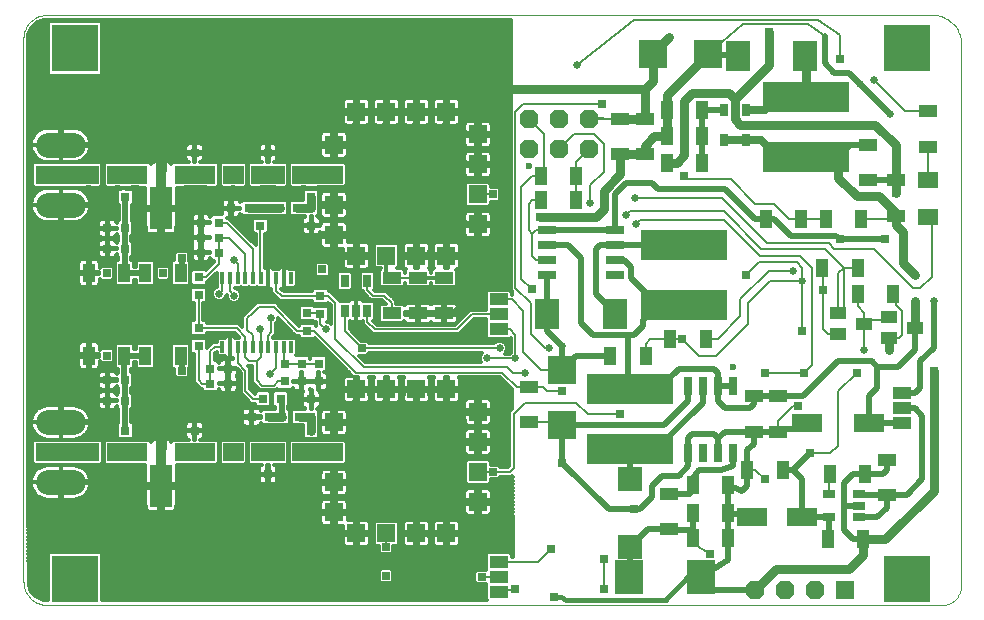
<source format=gtl>
G75*
G70*
%OFA0B0*%
%FSLAX24Y24*%
%IPPOS*%
%LPD*%
%AMOC8*
5,1,8,0,0,1.08239X$1,22.5*
%
%ADD10R,0.0250X0.0600*%
%ADD11R,0.0625X0.0125*%
%ADD12C,0.0236*%
%ADD13R,0.1181X0.0589*%
%ADD14R,0.0945X0.0591*%
%ADD15R,0.1142X0.0591*%
%ADD16R,0.0571X0.0591*%
%ADD17R,0.0866X0.0591*%
%ADD18R,0.0472X0.0591*%
%ADD19R,0.1220X0.0591*%
%ADD20R,0.0650X0.0591*%
%ADD21R,0.1102X0.0591*%
%ADD22R,0.1181X0.0591*%
%ADD23C,0.0000*%
%ADD24R,0.0630X0.0630*%
%ADD25OC8,0.0630*%
%ADD26R,0.0984X0.0591*%
%ADD27R,0.0630X0.0394*%
%ADD28R,0.0394X0.0630*%
%ADD29R,0.0433X0.0276*%
%ADD30R,0.0276X0.0433*%
%ADD31R,0.0787X0.0984*%
%ADD32R,0.0940X0.0940*%
%ADD33R,0.2874X0.1043*%
%ADD34R,0.0827X0.0787*%
%ADD35R,0.0256X0.0630*%
%ADD36R,0.0940X0.1140*%
%ADD37R,0.0630X0.0256*%
%ADD38R,0.0661X0.0518*%
%ADD39R,0.0600X0.0600*%
%ADD40R,0.0630X0.0400*%
%ADD41R,0.0315X0.0315*%
%ADD42R,0.0750X0.1400*%
%ADD43R,0.0380X0.0728*%
%ADD44R,0.0280X0.0600*%
%ADD45R,0.0120X0.0390*%
%ADD46C,0.0825*%
%ADD47R,0.1650X0.0600*%
%ADD48R,0.0551X0.0394*%
%ADD49C,0.0079*%
%ADD50C,0.0250*%
%ADD51C,0.0315*%
%ADD52C,0.0197*%
%ADD53R,0.0250X0.0250*%
%ADD54C,0.0276*%
%ADD55C,0.0071*%
%ADD56C,0.0160*%
%ADD57C,0.0118*%
%ADD58C,0.0060*%
%ADD59R,0.1581X0.1581*%
%ADD60C,0.0380*%
%ADD61C,0.0157*%
%ADD62C,0.0236*%
D10*
X005967Y006006D03*
X006491Y006006D03*
X009842Y006006D03*
X010365Y006006D03*
X010780Y006006D03*
X011301Y006006D03*
X012155Y006006D03*
X012676Y006006D03*
X012676Y015256D03*
X012155Y015256D03*
X011305Y015256D03*
X010780Y015256D03*
X010367Y015256D03*
X009842Y015256D03*
X006493Y015256D03*
X005967Y015256D03*
D11*
X008167Y014784D03*
X008167Y005533D03*
D12*
X020417Y015544D03*
X027229Y008856D03*
D13*
X009263Y006010D03*
X007098Y006010D03*
X005523Y006010D03*
D14*
X011685Y015257D03*
D15*
X009263Y015257D03*
D16*
X010572Y015257D03*
D17*
X011704Y006005D03*
D18*
X010563Y006005D03*
D19*
X013299Y006005D03*
D20*
X005691Y015257D03*
D21*
X007000Y015257D03*
D22*
X013259Y015257D03*
D23*
X003578Y019817D02*
X003578Y001721D01*
X003579Y001721D02*
X003581Y001666D01*
X003587Y001611D01*
X003596Y001557D01*
X003609Y001503D01*
X003626Y001450D01*
X003646Y001399D01*
X003670Y001349D01*
X003697Y001301D01*
X003727Y001255D01*
X003760Y001211D01*
X003796Y001169D01*
X003835Y001130D01*
X003877Y001094D01*
X003921Y001061D01*
X003967Y001031D01*
X004015Y001004D01*
X004065Y000980D01*
X004116Y000960D01*
X004169Y000943D01*
X004223Y000930D01*
X004277Y000921D01*
X004332Y000915D01*
X004387Y000913D01*
X034171Y000913D01*
X034221Y000915D01*
X034270Y000920D01*
X034319Y000930D01*
X034366Y000942D01*
X034413Y000959D01*
X034459Y000979D01*
X034503Y001002D01*
X034544Y001028D01*
X034584Y001058D01*
X034622Y001090D01*
X034657Y001125D01*
X034689Y001163D01*
X034719Y001203D01*
X034745Y001245D01*
X034768Y001288D01*
X034788Y001334D01*
X034805Y001381D01*
X034817Y001428D01*
X034827Y001477D01*
X034832Y001526D01*
X034834Y001576D01*
X034834Y019626D01*
X034835Y019626D02*
X034833Y019686D01*
X034827Y019747D01*
X034818Y019806D01*
X034805Y019865D01*
X034788Y019923D01*
X034767Y019980D01*
X034743Y020036D01*
X034716Y020089D01*
X034685Y020141D01*
X034651Y020191D01*
X034614Y020239D01*
X034574Y020285D01*
X034532Y020327D01*
X034486Y020367D01*
X034438Y020404D01*
X034388Y020438D01*
X034336Y020469D01*
X034283Y020496D01*
X034227Y020520D01*
X034170Y020541D01*
X034112Y020558D01*
X034053Y020571D01*
X033994Y020580D01*
X033933Y020586D01*
X033873Y020588D01*
X004349Y020588D01*
X004294Y020586D01*
X004239Y020580D01*
X004185Y020570D01*
X004132Y020557D01*
X004080Y020539D01*
X004029Y020518D01*
X003979Y020494D01*
X003932Y020466D01*
X003887Y020434D01*
X003844Y020400D01*
X003804Y020362D01*
X003766Y020322D01*
X003732Y020279D01*
X003700Y020234D01*
X003672Y020187D01*
X003648Y020137D01*
X003627Y020086D01*
X003609Y020034D01*
X003596Y019981D01*
X003586Y019927D01*
X003580Y019872D01*
X003578Y019817D01*
D24*
X030979Y001417D03*
D25*
X029979Y001417D03*
X028979Y001417D03*
X027979Y001417D03*
X022417Y016107D03*
X021417Y016107D03*
X020417Y016107D03*
X020417Y017107D03*
X021417Y017107D03*
X022417Y017107D03*
D26*
X029707Y006981D03*
X031750Y006981D03*
X029526Y003856D03*
X027870Y003856D03*
D27*
X025104Y003453D03*
X025104Y004635D03*
X027917Y006703D03*
X028729Y006703D03*
X028729Y007885D03*
X027917Y007885D03*
X032354Y005759D03*
X032354Y004578D03*
X020417Y007016D03*
X020417Y008197D03*
X017604Y010641D03*
X016729Y010641D03*
X015854Y010641D03*
X015854Y011822D03*
X016729Y011822D03*
X017604Y011822D03*
X023479Y015953D03*
X024291Y015953D03*
X024291Y017135D03*
X023479Y017135D03*
X031729Y016259D03*
X031729Y015078D03*
X032667Y015072D03*
X032667Y013891D03*
X033729Y016203D03*
X033729Y017385D03*
D28*
X031507Y013794D03*
X030326Y013794D03*
X029507Y013794D03*
X028326Y013794D03*
X030201Y012169D03*
X031382Y012169D03*
X031389Y011294D03*
X032570Y011294D03*
X026320Y009794D03*
X025139Y009794D03*
X024320Y009231D03*
X023139Y009231D03*
X027701Y005419D03*
X027070Y004928D03*
X025889Y004928D03*
X025889Y003974D03*
X027070Y003974D03*
X027070Y003139D03*
X025889Y003139D03*
X028882Y005419D03*
X030451Y005294D03*
X031632Y005294D03*
X031570Y003106D03*
X030389Y003106D03*
X022007Y014419D03*
X020826Y014419D03*
X020826Y015231D03*
X022007Y015231D03*
X025013Y015669D03*
X026194Y015669D03*
X026194Y016544D03*
X025013Y016544D03*
X025013Y017419D03*
X026194Y017419D03*
X008819Y011981D03*
X007638Y011981D03*
X006944Y011981D03*
X005763Y011981D03*
X005763Y009231D03*
X006944Y009231D03*
X007638Y009231D03*
X008819Y009231D03*
D29*
X030417Y004606D03*
X031417Y004606D03*
X031417Y004231D03*
X031417Y003856D03*
X030417Y003856D03*
D30*
X015041Y010731D03*
X014666Y010731D03*
X014291Y010731D03*
X014291Y011731D03*
X015041Y011731D03*
X026917Y016419D03*
X027667Y016419D03*
X027667Y017419D03*
X027292Y017419D03*
X026917Y017419D03*
D31*
X027396Y019215D03*
X029646Y019215D03*
X023291Y010606D03*
X021041Y010606D03*
D32*
X021541Y008766D03*
X021541Y006936D03*
X024559Y019294D03*
X026389Y019294D03*
D33*
X029667Y017856D03*
X029667Y015856D03*
X025604Y012919D03*
X025604Y010919D03*
X023791Y008107D03*
X023791Y006107D03*
D34*
X023791Y005106D03*
X023791Y002856D03*
D35*
X025729Y005981D03*
X026229Y005981D03*
X026729Y005981D03*
X027229Y005981D03*
X027229Y008231D03*
X026729Y008231D03*
X026229Y008231D03*
X025729Y008231D03*
D36*
X026179Y001839D03*
X023779Y001839D03*
D37*
X023291Y011919D03*
X023291Y012419D03*
X023291Y012919D03*
X023291Y013419D03*
X021041Y013419D03*
X021041Y012919D03*
X021041Y012419D03*
X021041Y011919D03*
D38*
X033729Y013864D03*
X033729Y015099D03*
D39*
X018729Y014607D03*
X018729Y013607D03*
X017679Y012557D03*
X016679Y012557D03*
X015679Y012557D03*
X014679Y012557D03*
X013929Y013257D03*
X013929Y014257D03*
X013929Y015257D03*
X013929Y016257D03*
X014679Y017357D03*
X015679Y017357D03*
X016679Y017357D03*
X017679Y017357D03*
X018729Y016607D03*
X018729Y015607D03*
X017679Y008106D03*
X016679Y008106D03*
X015679Y008106D03*
X014679Y008106D03*
X013929Y007006D03*
X013929Y006006D03*
X013929Y005006D03*
X013929Y004006D03*
X014679Y003306D03*
X015679Y003306D03*
X016679Y003306D03*
X017679Y003306D03*
X018729Y004356D03*
X018729Y005356D03*
X018729Y006356D03*
X018729Y007356D03*
D40*
X019417Y010106D03*
X019417Y010606D03*
X019417Y011106D03*
X032854Y007981D03*
X032854Y007481D03*
X032854Y006981D03*
X019417Y002356D03*
X019417Y001856D03*
X019417Y001356D03*
D41*
X012712Y006006D03*
X013167Y006147D03*
X013167Y006737D03*
X013167Y007186D03*
X012774Y007186D03*
X012184Y007186D03*
X011774Y007186D03*
X011184Y007186D03*
X011559Y007794D03*
X012149Y007794D03*
X012291Y008374D03*
X012854Y008374D03*
X013417Y008374D03*
X013417Y008964D03*
X012854Y008964D03*
X012291Y008964D03*
X013041Y010061D03*
X013041Y010651D03*
X013479Y010624D03*
X013479Y011214D03*
X013167Y013561D03*
X013167Y014151D03*
X012712Y014151D03*
X013167Y014522D03*
X013167Y015112D03*
X012712Y015256D03*
X012121Y015256D03*
X011729Y015399D03*
X011337Y015256D03*
X010746Y015256D03*
X010399Y015256D03*
X009809Y015256D03*
X009291Y015399D03*
X009291Y015989D03*
X011729Y015989D03*
X011479Y014151D03*
X011087Y014151D03*
X010496Y014151D03*
X010087Y013669D03*
X009496Y013669D03*
X009496Y013169D03*
X010087Y013169D03*
X010087Y012669D03*
X009496Y012669D03*
X009417Y011839D03*
X009417Y011249D03*
X009417Y010151D03*
X009417Y009561D03*
X009809Y008794D03*
X010399Y008794D03*
X010399Y008294D03*
X009809Y008294D03*
X009291Y006737D03*
X009291Y006147D03*
X009809Y006006D03*
X010399Y006006D03*
X010746Y006006D03*
X011337Y006006D03*
X011729Y005863D03*
X012121Y006006D03*
X011729Y005273D03*
X013167Y007777D03*
X006962Y007731D03*
X006371Y007731D03*
X006371Y008419D03*
X006962Y008419D03*
X006979Y006735D03*
X006979Y006145D03*
X006524Y006006D03*
X005933Y006006D03*
X006371Y012794D03*
X006962Y012794D03*
X006962Y013481D03*
X006371Y013481D03*
X006979Y014522D03*
X006979Y015112D03*
X006524Y015256D03*
X005933Y015256D03*
X011479Y013561D03*
X012121Y014151D03*
D42*
X008167Y014140D03*
X008167Y004890D03*
D43*
X008167Y005942D03*
X008167Y015192D03*
D44*
X008757Y015256D03*
X007576Y015256D03*
X007576Y006006D03*
X008757Y006006D03*
D45*
X010202Y009520D03*
X010458Y009520D03*
X010714Y009520D03*
X010970Y009520D03*
X011226Y009520D03*
X011482Y009520D03*
X011738Y009520D03*
X011994Y009520D03*
X012250Y009520D03*
X012506Y009520D03*
X012506Y011818D03*
X012250Y011818D03*
X011994Y011818D03*
X011738Y011818D03*
X011482Y011818D03*
X011226Y011818D03*
X010970Y011818D03*
X010714Y011818D03*
X010458Y011818D03*
X010202Y011818D03*
D46*
X005229Y014256D02*
X004404Y014256D01*
X004404Y016256D02*
X005229Y016256D01*
X005229Y007006D02*
X004404Y007006D01*
X004404Y005006D02*
X005229Y005006D01*
D47*
X004817Y006006D03*
X004817Y015256D03*
D48*
X030729Y010648D03*
X030729Y009940D03*
X031595Y010294D03*
X032417Y010523D03*
X032417Y009814D03*
X033283Y010169D03*
D49*
X032854Y009919D02*
X032854Y010731D01*
X032667Y010919D01*
X032667Y011197D01*
X032570Y011294D01*
X033229Y011481D02*
X033479Y011481D01*
X033854Y011856D01*
X033854Y013739D01*
X033729Y013864D01*
X032667Y013891D02*
X032570Y013794D01*
X031507Y013794D01*
X030604Y012794D02*
X030417Y012981D01*
X028354Y012981D01*
X026854Y014481D01*
X023966Y014481D01*
X023795Y014044D02*
X023670Y013919D01*
X023795Y014044D02*
X026917Y014044D01*
X028167Y012794D01*
X030291Y012794D01*
X030917Y012169D01*
X030917Y012169D01*
X031382Y012169D01*
X030917Y012169D02*
X030729Y011981D01*
X030729Y010648D01*
X031389Y010885D02*
X031389Y011294D01*
X031389Y010885D02*
X031604Y010669D01*
X031604Y010285D01*
X031595Y010294D01*
X031720Y010419D01*
X032312Y010419D01*
X032417Y010523D01*
X032444Y010551D01*
X031604Y010285D02*
X031604Y010218D01*
X031604Y009419D01*
X032417Y009814D02*
X032750Y009814D01*
X032854Y009919D01*
X031354Y008669D02*
X030729Y008044D01*
X030729Y006231D01*
X030479Y005981D01*
X029791Y005981D01*
X030451Y005294D02*
X030417Y005259D01*
X030417Y004606D01*
X028291Y005106D02*
X027979Y005419D01*
X027701Y005419D01*
X028729Y006703D02*
X028729Y007044D01*
X029226Y007540D01*
X029383Y007540D01*
X029604Y008669D02*
X028291Y008669D01*
X029604Y008669D02*
X029854Y008919D01*
X029854Y012169D01*
X029479Y012544D01*
X028143Y012544D01*
X026917Y013770D01*
X024146Y013770D01*
X023982Y013607D01*
X022479Y014330D02*
X022479Y014919D01*
X022917Y015356D01*
X022917Y016294D01*
X022604Y016607D01*
X021917Y016607D01*
X021417Y016107D01*
X020917Y016607D02*
X020417Y017106D01*
X020417Y017107D01*
X019979Y017356D02*
X020229Y017606D01*
X022854Y017606D01*
X022917Y017135D02*
X022444Y017135D01*
X022417Y017106D01*
X022917Y017135D02*
X023479Y017135D01*
X022417Y016107D02*
X022007Y015697D01*
X022007Y015231D01*
X022007Y014419D01*
X020826Y014419D02*
X020541Y014419D01*
X020417Y014294D01*
X020417Y013419D01*
X020541Y013294D01*
X020541Y012544D01*
X020667Y012419D01*
X021041Y012419D01*
X020167Y011792D02*
X020519Y011460D01*
X020167Y011792D02*
X020167Y014856D01*
X020541Y015231D01*
X020826Y015231D01*
X020917Y015322D01*
X020917Y016607D01*
X019979Y017356D02*
X019979Y011481D01*
X020484Y010977D01*
X020484Y009962D01*
X020952Y009494D01*
X021084Y009494D01*
X020819Y008766D02*
X020229Y009356D01*
X020229Y010731D01*
X019854Y011106D01*
X019417Y011106D01*
X019417Y010606D02*
X018541Y010606D01*
X018041Y010106D01*
X015291Y010106D01*
X015041Y010357D01*
X015041Y010731D01*
X014667Y010732D02*
X014667Y010356D01*
X014666Y010731D02*
X014667Y010732D01*
X014667Y011231D01*
X014667Y012544D01*
X014679Y012556D01*
X014679Y013107D01*
X014479Y013107D01*
X014479Y013481D01*
X015167Y013481D01*
X015667Y013481D01*
X016229Y013481D01*
X016667Y013481D01*
X016667Y013107D01*
X016667Y012556D01*
X016667Y012544D01*
X016667Y012169D01*
X016729Y011822D02*
X015854Y011822D01*
X015679Y011822D01*
X015041Y011731D02*
X015041Y011419D01*
X015229Y011231D01*
X015604Y011231D01*
X015854Y010981D01*
X015854Y010641D01*
X016320Y010641D02*
X016729Y010641D01*
X016729Y010356D01*
X016729Y010641D02*
X016729Y010919D01*
X016729Y010641D02*
X017604Y010641D01*
X017604Y010356D01*
X017604Y010641D02*
X017604Y010919D01*
X017604Y010641D02*
X017826Y010641D01*
X018167Y010981D01*
X019417Y010106D02*
X019791Y010106D01*
X019979Y009919D01*
X019979Y009146D01*
X019041Y009146D01*
X019456Y009481D02*
X014854Y009481D01*
X014291Y010044D01*
X014291Y010731D01*
X013979Y010981D02*
X013746Y011214D01*
X013479Y011214D01*
X012184Y011214D01*
X011994Y011404D01*
X011994Y011818D01*
X012250Y011818D02*
X012250Y011481D01*
X012250Y011818D02*
X012250Y012731D01*
X011791Y012731D01*
X011738Y012731D01*
X011738Y011818D01*
X011738Y011419D01*
X011479Y011811D02*
X011482Y011818D01*
X011479Y011811D02*
X011479Y013561D01*
X010541Y013856D02*
X010496Y013856D01*
X010496Y014151D01*
X010496Y014419D01*
X010496Y014151D02*
X010791Y014151D01*
X010496Y014151D02*
X009496Y014151D01*
X009496Y013669D01*
X009729Y013669D01*
X009496Y013669D02*
X009229Y013669D01*
X009496Y013669D02*
X009496Y013169D01*
X009729Y013169D01*
X009496Y013169D02*
X008291Y013169D01*
X008167Y013294D01*
X008167Y013856D01*
X008167Y014481D01*
X008166Y015110D02*
X008167Y015419D01*
X008167Y015856D02*
X007791Y015856D01*
X007354Y015856D01*
X006917Y015856D01*
X006417Y015856D01*
X005917Y015856D01*
X005917Y016256D01*
X005854Y016256D01*
X005933Y015256D02*
X005406Y015256D01*
X005326Y015336D01*
X004896Y015336D01*
X004817Y015256D01*
X006507Y015336D02*
X006756Y015336D01*
X006979Y015112D01*
X006979Y015107D01*
X006979Y015112D02*
X006979Y015256D01*
X006524Y015256D02*
X006524Y015319D01*
X006507Y015336D01*
X006524Y015256D02*
X007576Y015256D01*
X008167Y015856D02*
X008541Y015856D01*
X008854Y015856D01*
X008854Y016356D01*
X008854Y016919D01*
X009291Y016919D01*
X009291Y016419D01*
X009291Y015989D01*
X009291Y015981D01*
X011721Y015981D01*
X011729Y015974D01*
X011729Y015731D01*
X011729Y015974D02*
X011729Y015989D01*
X011729Y016231D01*
X011729Y015989D02*
X011971Y015989D01*
X011729Y015989D02*
X011721Y015981D01*
X011729Y015399D02*
X011666Y015336D01*
X011626Y015336D01*
X011626Y015256D01*
X011337Y015256D01*
X011626Y015256D02*
X012121Y015256D01*
X012712Y015256D02*
X013022Y015256D01*
X013928Y015256D01*
X013929Y015257D01*
X013929Y015256D01*
X013929Y015231D01*
X014541Y015231D02*
X014541Y014794D01*
X014854Y014481D01*
X014854Y014231D01*
X014417Y014231D01*
X014417Y014256D01*
X013929Y014256D01*
X013929Y013731D01*
X013917Y013731D01*
X013929Y013731D02*
X013929Y013256D01*
X012317Y013256D01*
X011791Y012731D01*
X011226Y012797D02*
X010354Y013669D01*
X010087Y013669D01*
X010087Y013169D02*
X010417Y013169D01*
X010970Y012615D01*
X010970Y011818D01*
X010729Y011826D02*
X010729Y012290D01*
X010611Y012409D01*
X010087Y012277D02*
X009649Y011839D01*
X009417Y011839D01*
X008854Y012016D02*
X008819Y011981D01*
X009496Y012374D02*
X009496Y012669D01*
X009791Y012669D01*
X009496Y012669D02*
X009229Y012669D01*
X009496Y012669D02*
X009496Y013169D01*
X010087Y013169D02*
X010087Y012669D01*
X010087Y012277D01*
X010202Y011818D02*
X010202Y011392D01*
X010104Y011294D01*
X010458Y011374D02*
X010597Y011235D01*
X010458Y011374D02*
X010458Y011818D01*
X010714Y011818D02*
X010729Y011826D01*
X011226Y011818D02*
X011226Y012797D01*
X012917Y013561D02*
X013167Y013561D01*
X013417Y013561D01*
X013167Y013561D02*
X013167Y013794D01*
X013167Y013561D02*
X013167Y012556D01*
X014104Y012556D01*
X014679Y012556D01*
X014667Y012544D02*
X014479Y012356D01*
X014104Y012556D02*
X014104Y012669D01*
X013929Y012669D01*
X013929Y013256D01*
X014354Y013256D01*
X014354Y013231D01*
X013929Y014256D02*
X013929Y014294D01*
X013929Y014669D01*
X013929Y014294D02*
X013479Y014294D01*
X012712Y014151D02*
X012712Y014151D01*
X013167Y015112D02*
X013022Y015256D01*
X013917Y015856D02*
X013917Y016256D01*
X013417Y016256D01*
X013417Y016169D01*
X012791Y016169D01*
X012791Y016919D01*
X011104Y016919D01*
X011104Y016356D01*
X009791Y016356D01*
X009791Y016919D01*
X009291Y016919D01*
X009291Y015989D02*
X009041Y015989D01*
X009041Y015981D01*
X009291Y015981D01*
X009291Y015731D01*
X009291Y015399D02*
X008900Y015399D01*
X008757Y015256D01*
X009291Y015256D02*
X009291Y015374D01*
X009291Y015399D02*
X009434Y015256D01*
X009809Y015256D01*
X010399Y015256D02*
X010746Y015256D01*
X011087Y014151D02*
X011087Y014151D01*
X011479Y014151D02*
X011479Y014151D01*
X014541Y015231D02*
X014541Y015731D01*
X014854Y016044D01*
X014854Y016231D01*
X014479Y016231D01*
X014479Y016256D01*
X013917Y016256D01*
X013917Y016794D01*
X013917Y017356D01*
X014167Y017356D01*
X014667Y017356D01*
X014679Y017356D01*
X015167Y017356D01*
X015667Y017356D01*
X016167Y017356D01*
X016667Y017356D01*
X016679Y017356D01*
X017167Y017356D01*
X017667Y017356D01*
X017679Y017356D01*
X018417Y017356D01*
X018729Y017044D01*
X018729Y017231D01*
X019604Y018106D01*
X019604Y019106D01*
X019604Y019981D01*
X022032Y018909D02*
X023933Y020436D01*
X026389Y019294D02*
X027576Y020285D01*
X029728Y020285D01*
X030291Y019898D01*
X030791Y019919D02*
X030058Y020436D01*
X030791Y019919D02*
X030791Y019106D01*
X031917Y018419D02*
X032951Y017385D01*
X033729Y017385D01*
X033729Y016203D02*
X033729Y015099D01*
X031917Y012794D02*
X030604Y012794D01*
X030201Y012169D02*
X030229Y012141D01*
X030229Y011419D01*
X030229Y010106D01*
X030396Y009940D01*
X030729Y009940D01*
X029541Y010044D02*
X029541Y011731D01*
X029541Y012169D01*
X029354Y012356D01*
X028104Y012356D01*
X027667Y011919D01*
X028417Y012044D02*
X027479Y011106D01*
X027479Y010544D01*
X026729Y009794D01*
X026320Y009794D01*
X026104Y009231D02*
X025541Y009794D01*
X025139Y009794D01*
X024479Y009794D01*
X024320Y009635D01*
X024320Y009231D01*
X026104Y009231D02*
X026667Y009231D01*
X027729Y010294D01*
X027729Y010981D01*
X028479Y011731D01*
X029541Y011731D01*
X029229Y012044D02*
X028417Y012044D01*
X029104Y013794D02*
X029507Y013794D01*
X030326Y013794D01*
X029104Y013794D02*
X028604Y014294D01*
X027979Y014294D01*
X027167Y015107D01*
X025729Y015107D01*
X025604Y015231D01*
X021041Y013419D02*
X020667Y013419D01*
X020541Y013294D01*
X019104Y013607D02*
X018729Y013607D01*
X018229Y013607D01*
X018729Y013107D02*
X018729Y012544D01*
X018167Y012544D02*
X017679Y012544D01*
X017667Y012544D01*
X017667Y012169D01*
X017667Y012544D02*
X017167Y012623D01*
X016667Y012544D01*
X016679Y012556D01*
X016667Y012556D01*
X017667Y012544D02*
X017667Y013107D01*
X017679Y012556D02*
X017667Y012544D01*
X017679Y012544D02*
X017679Y012556D01*
X018729Y014607D02*
X019229Y014607D01*
X019167Y015607D02*
X018729Y015607D01*
X018729Y016107D01*
X018729Y016607D01*
X018729Y017044D01*
X018729Y016607D02*
X018229Y016607D01*
X018729Y016607D02*
X019167Y016607D01*
X018729Y015607D02*
X018229Y015607D01*
X017667Y016856D02*
X017667Y017356D01*
X017667Y017481D01*
X017667Y017731D01*
X017667Y017481D02*
X017679Y017356D01*
X016679Y017356D02*
X016679Y016856D01*
X016667Y017356D02*
X016667Y017731D01*
X015667Y017731D02*
X015667Y017356D01*
X015667Y016856D01*
X014679Y016856D02*
X014667Y016856D01*
X014679Y016856D02*
X014679Y017356D01*
X014667Y017356D02*
X014667Y017731D01*
X006979Y013481D02*
X006962Y013481D01*
X006667Y013481D02*
X006371Y013481D01*
X006104Y013481D01*
X006371Y013481D02*
X006371Y012794D01*
X006604Y012794D01*
X006371Y012794D02*
X006371Y012544D01*
X006371Y012794D02*
X005763Y012794D01*
X005604Y012794D01*
X005604Y013419D01*
X006371Y013481D02*
X006371Y014256D01*
X005763Y012794D02*
X005763Y011981D01*
X005763Y010856D01*
X008167Y010856D01*
X008167Y010606D01*
X008357Y009212D01*
X008167Y007481D01*
X009979Y007481D01*
X009979Y007169D01*
X011184Y007169D01*
X011184Y007481D01*
X011229Y007794D02*
X011559Y007794D01*
X011229Y007794D02*
X010979Y008044D01*
X010979Y008731D01*
X010714Y008996D01*
X010714Y009520D01*
X010458Y009520D02*
X010458Y009919D01*
X010417Y009919D01*
X010684Y010151D02*
X009417Y010151D01*
X009417Y011249D01*
X010684Y010151D02*
X010970Y009865D01*
X010970Y009520D01*
X010970Y009178D01*
X011104Y009044D01*
X011354Y009044D01*
X011354Y008419D01*
X011541Y008231D01*
X011917Y008231D01*
X012059Y008374D01*
X012291Y008374D01*
X012578Y008374D02*
X012854Y008374D01*
X012854Y008669D01*
X012854Y008964D02*
X012291Y008964D01*
X012250Y009006D01*
X012250Y009520D01*
X011994Y009520D02*
X011994Y008809D01*
X011791Y008606D01*
X011354Y009044D02*
X011482Y009172D01*
X011482Y009520D01*
X011482Y010103D01*
X011479Y010106D01*
X011724Y009903D02*
X011724Y009541D01*
X011738Y009520D01*
X011226Y009520D02*
X011226Y009909D01*
X011035Y010100D01*
X011035Y010475D01*
X011226Y010666D01*
X011417Y010856D01*
X011917Y010856D01*
X012712Y010061D01*
X013041Y010061D01*
X013274Y010061D01*
X014667Y008669D01*
X019541Y008669D01*
X020013Y008197D01*
X020417Y008197D01*
X020889Y008197D01*
X021041Y008044D01*
X021541Y008044D01*
X022009Y007669D02*
X022381Y007297D01*
X023479Y007297D01*
X022009Y007669D02*
X020291Y007669D01*
X019917Y007294D01*
X019917Y005481D01*
X019791Y005356D01*
X019229Y005356D01*
X018729Y005356D01*
X017791Y004669D02*
X017229Y004669D01*
X017229Y004981D01*
X017229Y005731D01*
X017229Y006044D01*
X017791Y006044D01*
X017791Y006356D01*
X018229Y006356D01*
X018729Y006356D01*
X019104Y006356D01*
X018729Y006356D02*
X018729Y006856D01*
X018729Y007356D01*
X018729Y008044D01*
X018667Y008107D01*
X017679Y008107D01*
X017667Y008107D01*
X017667Y008231D01*
X017667Y008481D01*
X017667Y008231D02*
X017679Y008107D01*
X017667Y008107D02*
X017167Y008028D01*
X016186Y008028D01*
X015667Y008107D01*
X015667Y008481D01*
X015667Y008107D02*
X015167Y008028D01*
X014679Y008107D01*
X014679Y008481D01*
X014679Y008107D02*
X014679Y007607D01*
X014679Y008107D02*
X013917Y008107D01*
X013917Y007794D01*
X013917Y007777D01*
X013899Y007777D01*
X013917Y007794D01*
X013917Y007777D02*
X013917Y007007D01*
X013504Y007007D01*
X013479Y006981D01*
X013917Y007007D02*
X013917Y006607D01*
X013917Y007007D02*
X014479Y007007D01*
X014479Y006981D01*
X014854Y006981D01*
X014854Y006481D01*
X014541Y006481D01*
X014541Y006044D01*
X014541Y005544D01*
X014854Y005544D01*
X014854Y004981D01*
X014479Y004981D01*
X013979Y004981D01*
X013929Y004981D01*
X013929Y005006D01*
X013929Y005469D01*
X013891Y005044D02*
X013929Y005006D01*
X013417Y005006D01*
X013417Y005419D01*
X012979Y005419D01*
X012604Y005419D01*
X012604Y005273D01*
X011729Y005273D01*
X011729Y004981D01*
X011604Y004669D02*
X011229Y004669D01*
X011229Y004981D01*
X011229Y005419D01*
X010729Y005419D01*
X010229Y005419D01*
X009729Y005419D01*
X009291Y005419D01*
X009291Y006006D02*
X009809Y006006D01*
X010399Y006006D02*
X010746Y006006D01*
X011337Y006006D02*
X011480Y005863D01*
X011729Y005863D01*
X011872Y006006D01*
X012121Y006006D01*
X012712Y006006D02*
X013026Y006006D01*
X013167Y006147D01*
X013167Y006006D01*
X013929Y006006D01*
X013929Y005006D02*
X013979Y004981D01*
X013929Y004981D02*
X013929Y004481D01*
X013929Y003981D01*
X013541Y003981D01*
X013929Y003981D02*
X014354Y003981D01*
X014479Y003856D01*
X014679Y003856D01*
X014679Y003307D01*
X014679Y002919D01*
X014679Y003307D02*
X014104Y003307D01*
X014104Y003419D01*
X013929Y003419D01*
X013929Y003981D01*
X013929Y004481D02*
X013917Y004481D01*
X014479Y004231D02*
X015167Y004231D01*
X015667Y004231D01*
X016229Y004231D01*
X016667Y004231D01*
X016667Y003856D01*
X016667Y003307D01*
X016667Y003294D01*
X016667Y002919D01*
X016667Y003294D02*
X017167Y003294D01*
X017667Y003294D01*
X017667Y002919D01*
X017667Y003294D02*
X017679Y003294D01*
X018729Y003294D01*
X018729Y004356D01*
X019104Y004356D01*
X018729Y004356D02*
X018229Y004356D01*
X017791Y004356D01*
X017791Y004669D01*
X017667Y003856D02*
X017667Y003294D01*
X017679Y003307D01*
X017679Y003294D01*
X016679Y003307D02*
X016667Y003294D01*
X016667Y003307D02*
X016679Y003307D01*
X015679Y003306D02*
X015679Y003307D01*
X015679Y003306D02*
X015667Y003294D01*
X015667Y002856D01*
X014479Y003856D02*
X014479Y004231D01*
X011604Y003856D02*
X011604Y002856D01*
X011604Y001794D01*
X011604Y001204D01*
X010604Y001204D01*
X009604Y001204D01*
X008604Y001204D01*
X007604Y001204D01*
X007604Y001794D01*
X007604Y002856D01*
X007604Y004107D01*
X006604Y004107D01*
X006604Y004669D01*
X006604Y005006D01*
X005854Y005006D01*
X005933Y006006D02*
X004817Y006006D01*
X006524Y006006D02*
X006663Y006145D01*
X006979Y006145D01*
X006979Y006006D01*
X007576Y006006D01*
X008167Y005942D02*
X008167Y005731D01*
X008167Y005231D01*
X008167Y004890D01*
X008167Y004669D01*
X008167Y003981D01*
X008757Y006006D02*
X008898Y006147D01*
X009291Y006147D01*
X009291Y006006D01*
X009291Y006481D02*
X009291Y006737D01*
X009729Y006737D01*
X009746Y006737D01*
X009729Y006737D02*
X009729Y006607D01*
X009291Y006737D02*
X009291Y006981D01*
X009291Y006737D02*
X008854Y006737D01*
X008854Y006607D01*
X008167Y006607D02*
X008167Y007481D01*
X006979Y006735D02*
X006962Y006735D01*
X006371Y007007D02*
X006371Y007731D01*
X006604Y007731D01*
X006371Y007731D02*
X006104Y007731D01*
X006371Y007731D02*
X006371Y008419D01*
X006604Y008419D01*
X006371Y008419D02*
X006371Y008669D01*
X006371Y008419D02*
X005763Y008419D01*
X005763Y009231D01*
X005763Y010856D01*
X005763Y011981D02*
X005479Y011981D01*
X005763Y011981D02*
X006041Y011981D01*
X006944Y011981D02*
X006962Y011981D01*
X009417Y009561D02*
X009417Y008419D01*
X009541Y008294D01*
X009809Y008294D01*
X009809Y008794D01*
X009809Y009374D01*
X009962Y009527D01*
X010202Y009520D01*
X010458Y009520D02*
X010458Y008853D01*
X010399Y008794D01*
X010604Y008794D01*
X010399Y008794D02*
X010104Y008794D01*
X010399Y008794D02*
X010399Y008294D01*
X010167Y008294D01*
X010399Y008294D02*
X010604Y008294D01*
X010399Y008294D02*
X010399Y007902D01*
X009979Y007481D01*
X011184Y007169D02*
X011184Y006607D01*
X011291Y006607D01*
X011184Y007169D02*
X011479Y007169D01*
X012149Y007794D02*
X012184Y007794D01*
X012184Y007759D02*
X012149Y007794D01*
X012854Y007777D02*
X013167Y007777D01*
X013899Y007777D01*
X013917Y008107D02*
X013917Y008356D01*
X013917Y008374D01*
X013899Y008374D01*
X013917Y008356D01*
X013899Y008374D02*
X013417Y008374D01*
X013417Y008669D01*
X013417Y008964D02*
X012854Y008964D01*
X012854Y008374D02*
X012854Y008107D01*
X013167Y008044D02*
X013167Y007777D01*
X013167Y007481D01*
X012791Y007186D02*
X012774Y007169D01*
X013417Y008107D02*
X013417Y008374D01*
X012854Y008374D01*
X013979Y009794D02*
X013979Y010981D01*
X013479Y010624D02*
X013479Y010294D01*
X013667Y010106D01*
X013979Y009794D02*
X014917Y008856D01*
X019680Y008856D01*
X019893Y008643D01*
X020265Y008643D01*
X020291Y008669D01*
X020819Y008766D02*
X021541Y008766D01*
X019104Y007356D02*
X018729Y007356D01*
X018229Y007356D01*
X018229Y006981D01*
X017667Y006981D02*
X017667Y008107D01*
X015667Y008107D02*
X015667Y007607D01*
X011729Y005544D02*
X011729Y005273D01*
X011417Y005273D01*
X011417Y005294D01*
X011604Y004669D02*
X011604Y003856D01*
X011604Y001204D02*
X012604Y001204D01*
X007604Y001204D02*
X006604Y001204D01*
X006962Y008419D02*
X006944Y008419D01*
X006041Y009231D02*
X005763Y009231D01*
X005479Y009231D01*
X008819Y009231D02*
X008854Y009197D01*
X011724Y009903D02*
X011828Y010006D01*
X011828Y010481D01*
X013041Y010651D02*
X013451Y010651D01*
X013479Y010624D01*
X020417Y007016D02*
X021462Y007016D01*
X021541Y006937D01*
X023791Y006106D02*
X023791Y006107D01*
X025729Y005981D02*
X025729Y005544D01*
X025729Y005544D01*
X025889Y003139D02*
X025917Y002953D01*
X026448Y002635D01*
X026179Y001839D02*
X026304Y001419D01*
X022933Y001462D02*
X022933Y002439D01*
X021167Y002794D02*
X020729Y002356D01*
X019417Y002356D01*
X019417Y001856D02*
X018854Y001856D01*
X019417Y001356D02*
X019979Y001459D01*
X031917Y012794D02*
X033229Y011481D01*
D50*
X033291Y011044D03*
X033917Y011044D03*
X033291Y011919D03*
X029541Y011731D03*
X029229Y012044D03*
X031604Y009419D03*
X032417Y009419D03*
X023982Y013607D03*
X023670Y013919D03*
X023966Y014481D03*
X022479Y014330D03*
X019291Y013731D03*
X019104Y011794D03*
X018667Y011419D03*
X018627Y009794D03*
X019456Y009481D03*
X019041Y009146D03*
X019979Y009146D03*
X020291Y008669D03*
X021084Y009494D03*
X021541Y009544D03*
X014667Y011231D03*
X013667Y010106D03*
X011828Y010481D03*
X011479Y010106D03*
X010597Y011235D03*
X010104Y011294D03*
X010611Y012409D03*
X011791Y008606D03*
X022032Y018909D03*
X025104Y019856D03*
X031479Y018294D03*
X031917Y018419D03*
X032479Y017294D03*
D51*
X031979Y016919D02*
X027854Y016919D01*
X027479Y016919D01*
X027292Y017106D01*
X027292Y017419D01*
X027292Y017794D01*
X028417Y018918D01*
X028417Y020008D01*
X029667Y019293D02*
X029667Y017856D01*
X027292Y017794D02*
X027104Y017981D01*
X025854Y017981D01*
X025604Y017731D01*
X025604Y015919D01*
X025354Y015669D01*
X025013Y015669D01*
X024291Y015953D02*
X024291Y016231D01*
X024604Y016544D01*
X025013Y016544D01*
X025013Y017419D01*
X025013Y017918D01*
X026389Y019294D01*
X025104Y019839D02*
X024559Y019294D01*
X024559Y018374D01*
X024291Y018106D01*
X019604Y018106D01*
X023479Y017135D02*
X024291Y017135D01*
X024291Y018106D01*
X024291Y015953D02*
X023479Y015953D01*
X023479Y015294D01*
X022917Y014731D01*
X022917Y014107D01*
X022667Y013856D01*
X020791Y013856D01*
X013167Y014151D02*
X012712Y014151D01*
X013167Y014151D02*
X013167Y014522D01*
X012121Y014151D02*
X011479Y014151D01*
X011087Y014151D01*
X011774Y007186D02*
X012184Y007186D01*
X012791Y007186D02*
X012917Y007186D01*
X013167Y007186D01*
X013167Y006737D01*
X027979Y001417D02*
X028667Y002106D01*
X031104Y002106D01*
X031570Y002572D01*
X031570Y003106D01*
X032291Y003106D01*
X033917Y004731D01*
X033917Y008731D01*
X032417Y009419D02*
X032417Y009814D01*
X033283Y010169D02*
X033291Y010178D01*
X033291Y011044D01*
X033291Y011919D02*
X032955Y012255D01*
X032955Y012256D01*
X032885Y012325D01*
X032885Y013367D01*
X032667Y013586D01*
X032667Y013891D01*
X032667Y013981D01*
X032104Y014544D01*
X031354Y014544D01*
X030729Y015169D01*
X030729Y015607D01*
X031979Y016919D02*
X032660Y016238D01*
X032660Y015078D01*
X032667Y015072D01*
X032667Y014669D01*
X032955Y012256D02*
X033291Y011919D01*
D52*
X033917Y011044D02*
X033917Y009481D01*
X033479Y009044D01*
X033479Y008169D01*
X033291Y007981D01*
X032854Y007981D01*
X032854Y007481D02*
X033291Y007481D01*
X033541Y007231D01*
X033541Y005106D01*
X033013Y004578D01*
X032354Y004578D01*
X032354Y004169D01*
X032041Y003856D01*
X031417Y003856D01*
X031417Y004231D02*
X030917Y004231D01*
X030917Y004981D01*
X031229Y005294D01*
X031632Y005294D01*
X032229Y005294D01*
X032354Y005419D01*
X032354Y005759D01*
X032854Y006981D02*
X031750Y006981D01*
X031750Y007877D01*
X032041Y008169D01*
X032041Y008856D01*
X032729Y008856D01*
X033283Y009410D01*
X033283Y010169D01*
X032041Y008856D02*
X031854Y009044D01*
X030729Y009044D01*
X029570Y007885D01*
X028729Y007885D01*
X027917Y007885D01*
X027917Y007607D01*
X027791Y007481D01*
X026979Y007481D01*
X026729Y007731D01*
X026729Y008231D01*
X026729Y008669D01*
X026604Y008794D01*
X025417Y008794D01*
X024729Y008107D01*
X023791Y008107D01*
X023729Y008169D01*
X023729Y009919D01*
X023925Y009919D01*
X024224Y010218D01*
X024224Y010414D01*
X024729Y010919D01*
X023830Y011818D01*
X023830Y012186D01*
X023598Y012419D01*
X023291Y012419D01*
X023291Y012919D02*
X022791Y012919D01*
X022667Y012794D01*
X022667Y011294D01*
X023291Y010670D01*
X023291Y010606D01*
X023729Y009919D02*
X022554Y009919D01*
X022167Y010307D01*
X022167Y012481D01*
X021729Y012919D01*
X021041Y012919D01*
X021041Y013419D02*
X023291Y013419D01*
X023291Y014607D01*
X023667Y014981D01*
X024541Y014981D01*
X024729Y014794D01*
X026979Y014794D01*
X027979Y013794D01*
X028326Y013794D01*
X028604Y013794D01*
X029167Y013231D01*
X030667Y013231D01*
X030791Y013107D01*
X032291Y013107D01*
X032660Y015078D02*
X031729Y015078D01*
X030729Y015607D02*
X030479Y015856D01*
X029667Y015856D01*
X028729Y015856D01*
X030479Y015856D02*
X030729Y015856D01*
X031132Y016259D01*
X031729Y016259D01*
X032479Y017294D02*
X031479Y018294D01*
X031104Y018669D01*
X030604Y018669D01*
X030291Y018981D01*
X030291Y019898D01*
X029667Y019293D02*
X029646Y019215D01*
X029667Y017856D02*
X028729Y017856D01*
X026917Y017419D02*
X026194Y017419D01*
X026194Y016544D01*
X026194Y015669D01*
X025604Y012919D02*
X023291Y012919D01*
X021041Y011919D02*
X021041Y010607D01*
X021041Y010606D01*
X021041Y010044D01*
X021541Y009544D01*
X021541Y008766D01*
X022007Y009231D01*
X023139Y009231D01*
X024729Y010919D02*
X025604Y010919D01*
X025729Y008231D02*
X025729Y008231D01*
X025729Y007731D01*
X024934Y006937D01*
X021541Y006937D01*
X021541Y006936D01*
X021541Y005669D01*
X023104Y004107D01*
X023917Y004107D01*
X024117Y004107D01*
X024519Y004509D01*
X024519Y004897D01*
X024854Y005231D01*
X025417Y005231D01*
X025729Y005544D01*
X025729Y006481D01*
X025854Y006607D01*
X026604Y006607D01*
X026729Y006481D01*
X026729Y005981D01*
X027229Y005981D02*
X027229Y005544D01*
X026822Y005412D01*
X026100Y005412D01*
X025889Y005141D01*
X025889Y004928D01*
X025791Y004635D01*
X025104Y004635D01*
X025798Y004822D02*
X025889Y004928D01*
X027070Y004928D02*
X027070Y003974D01*
X027870Y003856D01*
X027070Y003974D02*
X027070Y003139D01*
X027070Y002435D01*
X026179Y001839D01*
X026304Y001419D02*
X027979Y001417D01*
X025889Y003139D02*
X025889Y003419D01*
X025889Y003974D01*
X025889Y003419D02*
X025139Y003419D01*
X025104Y003453D01*
X024389Y003453D01*
X023791Y002856D01*
X023791Y001556D01*
X023779Y001839D01*
X027070Y004928D02*
X027541Y004731D01*
X027701Y004891D01*
X027701Y005419D01*
X027701Y006078D01*
X027917Y006294D01*
X027917Y006703D01*
X028729Y006703D01*
X028820Y006794D01*
X029520Y006794D01*
X029708Y006981D01*
X029707Y006981D01*
X029791Y005981D02*
X029229Y005419D01*
X028882Y005419D01*
X029229Y005419D02*
X029526Y005122D01*
X029526Y003856D01*
X030416Y003856D01*
X030417Y003856D01*
X030417Y003135D01*
X030389Y003106D01*
X030917Y003419D02*
X030917Y004231D01*
X031417Y004606D02*
X031444Y004578D01*
X032354Y004578D01*
X030917Y003419D02*
X031229Y003106D01*
X031570Y003106D01*
X026951Y006703D02*
X026729Y006481D01*
X026951Y006703D02*
X027917Y006703D01*
X026229Y007669D02*
X024667Y006106D01*
X023791Y006106D01*
X023791Y005106D01*
X026229Y007669D02*
X026229Y008231D01*
X026229Y008231D01*
X026729Y008231D02*
X027229Y008231D01*
X030729Y009940D02*
X030729Y009940D01*
X027396Y019215D02*
X026389Y019294D01*
X025104Y019839D02*
X025104Y019856D01*
X008854Y012481D02*
X008854Y012016D01*
X007638Y011981D02*
X006962Y011981D01*
X006962Y012794D01*
X006962Y013481D01*
X006979Y013481D02*
X006979Y014170D01*
X006979Y014516D01*
X006371Y014256D02*
X004817Y014256D01*
X004817Y013544D01*
X004817Y016256D02*
X005854Y016256D01*
X004817Y016256D02*
X004817Y016981D01*
X006944Y009231D02*
X007638Y009231D01*
X006944Y009231D02*
X006944Y008419D01*
X006962Y008419D02*
X006962Y007731D01*
X006962Y006735D01*
X006371Y007007D02*
X004817Y007007D01*
X004817Y007794D01*
X008854Y008731D02*
X008854Y009197D01*
X012184Y007794D02*
X012184Y007759D01*
X012184Y007186D01*
X005854Y005006D02*
X004817Y005006D01*
X004817Y004294D01*
D53*
X004604Y004169D03*
X005104Y004169D03*
X005604Y004169D03*
X005917Y004481D03*
X006604Y004669D03*
X006667Y005419D03*
X007041Y005419D03*
X007479Y005419D03*
X008167Y005231D03*
X008167Y004669D03*
X008854Y004669D03*
X009604Y004669D03*
X009729Y005419D03*
X009291Y005419D03*
X008854Y005419D03*
X008167Y005731D03*
X008167Y006169D03*
X008167Y006607D03*
X008541Y006607D03*
X008854Y006607D03*
X008541Y007231D03*
X009291Y007231D03*
X009729Y007607D03*
X009291Y007981D03*
X008541Y007981D03*
X008854Y008731D03*
X008357Y009212D03*
X007604Y009856D03*
X006354Y009231D03*
X005604Y009794D03*
X004604Y009794D03*
X004604Y010606D03*
X005604Y010606D03*
X005604Y011419D03*
X006354Y011981D03*
X005604Y012544D03*
X004604Y012419D03*
X004604Y011419D03*
X007229Y010606D03*
X007604Y011356D03*
X008229Y011981D03*
X008854Y012481D03*
X007791Y012731D03*
X008167Y013294D03*
X008729Y013419D03*
X008167Y013856D03*
X007604Y013419D03*
X007479Y014107D03*
X007479Y014669D03*
X008167Y014481D03*
X008166Y015110D03*
X008167Y015419D03*
X008167Y015856D03*
X008541Y015856D03*
X008854Y015856D03*
X008854Y016356D03*
X009291Y016419D03*
X009729Y016356D03*
X009729Y015856D03*
X010229Y015856D03*
X010729Y015856D03*
X011291Y015856D03*
X011291Y016294D03*
X011729Y016419D03*
X012104Y016294D03*
X012104Y015856D03*
X012541Y015856D03*
X012917Y015856D03*
X013354Y015856D03*
X014479Y016231D03*
X014854Y016231D03*
X014667Y016856D03*
X013917Y016794D03*
X013104Y016919D03*
X013604Y017731D03*
X014104Y018106D03*
X014167Y017356D03*
X015167Y017356D03*
X015667Y016856D03*
X016167Y016419D03*
X016667Y016856D03*
X017041Y016419D03*
X017667Y016856D03*
X018229Y016607D03*
X018729Y017044D03*
X019604Y017106D03*
X019604Y018106D03*
X018604Y018731D03*
X017854Y018106D03*
X017604Y018731D03*
X017104Y018106D03*
X016104Y018106D03*
X016167Y017356D03*
X017167Y017356D03*
X016604Y018731D03*
X015604Y018731D03*
X015104Y018106D03*
X014604Y018731D03*
X013604Y018731D03*
X012604Y018731D03*
X011604Y018731D03*
X010604Y018731D03*
X009604Y018731D03*
X008604Y018731D03*
X007604Y018731D03*
X006604Y018731D03*
X005604Y018294D03*
X005604Y017731D03*
X006604Y017731D03*
X006167Y016919D03*
X005604Y017044D03*
X005104Y017044D03*
X004604Y017044D03*
X004604Y017731D03*
X004604Y018419D03*
X006667Y019731D03*
X007604Y019731D03*
X008604Y019731D03*
X009604Y019731D03*
X010604Y019731D03*
X011604Y019731D03*
X012604Y019731D03*
X013604Y019731D03*
X014604Y019731D03*
X015604Y019731D03*
X016604Y019731D03*
X017604Y019731D03*
X018604Y020044D03*
X019604Y019981D03*
X019604Y019106D03*
X022854Y017606D03*
X019604Y016107D03*
X018729Y016107D03*
X018229Y015607D03*
X017667Y015731D03*
X017229Y015044D03*
X016667Y015731D03*
X016167Y015044D03*
X015667Y015731D03*
X015167Y015231D03*
X014541Y015231D03*
X014541Y014794D03*
X014417Y014231D03*
X014854Y014231D03*
X015667Y014231D03*
X015667Y013481D03*
X015167Y013481D03*
X014479Y013107D03*
X013541Y012106D03*
X013893Y011540D03*
X011479Y011169D03*
X010775Y010731D03*
X010104Y010731D03*
X008167Y010606D03*
X007604Y008669D03*
X007604Y007981D03*
X007604Y007231D03*
X007791Y006607D03*
X007393Y006607D03*
X006565Y006607D03*
X006252Y006607D03*
X005917Y006607D03*
X006604Y007231D03*
X005917Y007544D03*
X005604Y007794D03*
X005104Y007794D03*
X004604Y007794D03*
X005604Y008669D03*
X004604Y008794D03*
X009729Y006607D03*
X010104Y006607D03*
X010479Y006607D03*
X010854Y006607D03*
X011291Y006607D03*
X011729Y006607D03*
X012167Y006607D03*
X012604Y006607D03*
X014479Y006981D03*
X014854Y006981D03*
X014541Y006481D03*
X014541Y006044D03*
X014541Y005544D03*
X015041Y006044D03*
X015479Y005481D03*
X014854Y004981D03*
X014479Y004981D03*
X013917Y004505D03*
X014479Y003856D03*
X014104Y003419D03*
X013791Y002956D03*
X012604Y002856D03*
X011604Y002856D03*
X010604Y002856D03*
X009604Y002856D03*
X008604Y002856D03*
X007604Y002856D03*
X006604Y002856D03*
X005604Y003169D03*
X004604Y003044D03*
X006604Y003856D03*
X007604Y004107D03*
X008167Y003981D03*
X008729Y004107D03*
X009604Y003856D03*
X010604Y003856D03*
X011604Y003856D03*
X012604Y003856D03*
X013354Y003856D03*
X012604Y004669D03*
X012167Y004981D03*
X011604Y004669D03*
X011229Y004981D03*
X011229Y005419D03*
X010729Y005419D03*
X010229Y005419D03*
X010604Y004669D03*
X012167Y005419D03*
X012604Y005419D03*
X012979Y005419D03*
X013417Y005419D03*
X015167Y004231D03*
X015667Y004231D03*
X016229Y004231D03*
X016667Y003856D03*
X017167Y003294D03*
X017667Y003856D03*
X018229Y004356D03*
X017791Y004669D03*
X017229Y004981D03*
X016667Y005481D03*
X017229Y005731D03*
X017791Y006044D03*
X018229Y006356D03*
X018229Y006981D03*
X018729Y006856D03*
X019604Y006607D03*
X019604Y007356D03*
X019604Y008044D03*
X018729Y008044D03*
X017167Y008028D03*
X016673Y007591D03*
X016186Y008028D03*
X015667Y007607D03*
X015167Y008028D03*
X014667Y007607D03*
X015479Y006607D03*
X016167Y006981D03*
X016791Y006607D03*
X017667Y006981D03*
X016167Y005981D03*
X016167Y004981D03*
X015667Y002856D03*
X016667Y002606D03*
X015667Y001894D03*
X014729Y001894D03*
X013791Y001894D03*
X012604Y001794D03*
X012604Y001204D03*
X011604Y001204D03*
X011604Y001794D03*
X010604Y001794D03*
X010604Y001204D03*
X009604Y001204D03*
X009604Y001794D03*
X008604Y001794D03*
X008604Y001204D03*
X007604Y001204D03*
X007604Y001794D03*
X006667Y001794D03*
X006604Y001204D03*
X007479Y004669D03*
X006291Y005419D03*
X005917Y005419D03*
X010417Y007607D03*
X010854Y007607D03*
X014854Y009481D03*
X015291Y009794D03*
X015291Y009169D03*
X016291Y009794D03*
X018354Y009169D03*
X021541Y008044D03*
X023479Y007297D03*
X021541Y005669D03*
X019604Y005794D03*
X019229Y005356D03*
X019604Y004926D03*
X019604Y004356D03*
X019604Y003731D03*
X019604Y003169D03*
X018854Y002356D03*
X018854Y001856D03*
X018854Y001356D03*
X017917Y001731D03*
X018167Y002356D03*
X016854Y001607D03*
X019979Y001459D03*
X021268Y001186D03*
X022933Y001462D03*
X022933Y002439D03*
X021167Y002794D03*
X023917Y004107D03*
X026448Y002635D03*
X028291Y005106D03*
X029791Y005981D03*
X029383Y007540D03*
X029604Y008669D03*
X028291Y008669D03*
X029541Y010044D03*
X031354Y008669D03*
X033917Y008731D03*
X030229Y011419D03*
X030791Y013107D03*
X032291Y013107D03*
X032667Y014669D03*
X027854Y016919D03*
X025604Y015231D03*
X020791Y013856D03*
X019229Y014607D03*
X019604Y015044D03*
X018229Y014607D03*
X017667Y014231D03*
X018229Y013607D03*
X017667Y013107D03*
X017167Y012623D03*
X016667Y013107D03*
X016229Y013481D03*
X016604Y014231D03*
X014541Y015731D03*
X012541Y014669D03*
X012104Y014669D03*
X011667Y014669D03*
X011229Y014669D03*
X010729Y014669D03*
X010229Y014669D03*
X009729Y014669D03*
X009291Y014669D03*
X008854Y014669D03*
X008854Y014107D03*
X009729Y014107D03*
X010979Y013607D03*
X007791Y015856D03*
X007354Y015856D03*
X006917Y015856D03*
X006417Y015856D03*
X005917Y015856D03*
X006667Y016419D03*
X007604Y016419D03*
X008104Y016919D03*
X008604Y017731D03*
X009604Y017731D03*
X010104Y016919D03*
X010604Y017731D03*
X011104Y016919D03*
X011604Y017731D03*
X012604Y017731D03*
X007604Y017731D03*
X007104Y016919D03*
X006541Y014669D03*
X005917Y014669D03*
X005917Y013794D03*
X005604Y013419D03*
X005104Y013419D03*
X004604Y013419D03*
X016729Y011356D03*
X017604Y011356D03*
X020519Y011460D03*
X025541Y009794D03*
X027667Y011919D03*
X030791Y019106D03*
X028417Y020008D03*
D54*
X028729Y017856D02*
X028291Y017419D01*
X027667Y017419D01*
X027667Y016419D02*
X026917Y016419D01*
X027667Y016419D02*
X028167Y016419D01*
X028729Y015856D01*
D55*
X030058Y020436D02*
X023933Y020436D01*
D56*
X015679Y012556D02*
X015679Y012556D01*
X015679Y012557D01*
X015679Y003307D02*
X015679Y003306D01*
X015679Y003306D01*
X031595Y010218D02*
X031604Y010218D01*
X031595Y010218D02*
X031595Y010294D01*
D57*
X019861Y011265D02*
X019851Y011265D01*
X019851Y011356D01*
X019781Y011425D01*
X019052Y011425D01*
X018983Y011356D01*
X018983Y010857D01*
X018983Y010856D01*
X018983Y010856D01*
X018983Y010765D01*
X018476Y010765D01*
X018383Y010672D01*
X017976Y010265D01*
X015357Y010265D01*
X015226Y010396D01*
X015228Y010396D01*
X015298Y010466D01*
X015298Y010997D01*
X015228Y011067D01*
X014910Y011067D01*
X014902Y011075D01*
X014865Y011096D01*
X014825Y011107D01*
X014676Y011107D01*
X014676Y010741D01*
X014656Y010741D01*
X014656Y011107D01*
X014507Y011107D01*
X014467Y011096D01*
X014431Y011075D01*
X014422Y011067D01*
X014118Y011067D01*
X014072Y011113D01*
X014045Y011140D01*
X014045Y011140D01*
X013855Y011329D01*
X013812Y011372D01*
X013812Y011372D01*
X013812Y011373D01*
X013756Y011372D01*
X013756Y011421D01*
X013686Y011491D01*
X013272Y011491D01*
X013203Y011421D01*
X013203Y011372D01*
X012249Y011372D01*
X012155Y011467D01*
X012169Y011464D01*
X012249Y011464D01*
X012249Y011817D01*
X012250Y011817D01*
X012250Y011464D01*
X012331Y011464D01*
X012371Y011474D01*
X012407Y011495D01*
X012415Y011504D01*
X012615Y011504D01*
X012685Y011573D01*
X012685Y012062D01*
X012615Y012132D01*
X012415Y012132D01*
X012407Y012140D01*
X012371Y012161D01*
X012331Y012172D01*
X012250Y012172D01*
X012250Y011818D01*
X012249Y011818D01*
X012249Y012172D01*
X012169Y012172D01*
X012128Y012161D01*
X012092Y012140D01*
X012084Y012132D01*
X011904Y012132D01*
X011895Y012140D01*
X011859Y012161D01*
X011819Y012172D01*
X011738Y012172D01*
X011738Y011818D01*
X011738Y011818D01*
X011738Y012172D01*
X011657Y012172D01*
X011638Y012166D01*
X011638Y013284D01*
X011686Y013284D01*
X011756Y013354D01*
X011756Y013768D01*
X011686Y013837D01*
X011272Y013837D01*
X011203Y013768D01*
X011203Y013354D01*
X011272Y013284D01*
X011321Y013284D01*
X011321Y012926D01*
X010512Y013734D01*
X010420Y013827D01*
X010363Y013827D01*
X010363Y013834D01*
X010476Y013834D01*
X010476Y014131D01*
X010180Y014131D01*
X010180Y013972D01*
X010187Y013945D01*
X009880Y013945D01*
X009810Y013876D01*
X009810Y013856D01*
X009802Y013888D01*
X009781Y013924D01*
X009751Y013954D01*
X009715Y013974D01*
X009674Y013985D01*
X009516Y013985D01*
X009516Y013689D01*
X009476Y013689D01*
X009476Y013985D01*
X009318Y013985D01*
X009277Y013974D01*
X009241Y013954D01*
X009211Y013924D01*
X009190Y013888D01*
X009180Y013847D01*
X009180Y013689D01*
X009476Y013689D01*
X009476Y013649D01*
X009180Y013649D01*
X009180Y013490D01*
X009190Y013450D01*
X009208Y013419D01*
X009190Y013388D01*
X009180Y013347D01*
X009180Y013189D01*
X009476Y013189D01*
X009476Y013352D01*
X009476Y013649D01*
X009516Y013649D01*
X009810Y013649D01*
X009810Y013689D01*
X009516Y013689D01*
X009516Y013649D01*
X009516Y013352D01*
X009516Y013189D01*
X009476Y013189D01*
X009476Y013149D01*
X009180Y013149D01*
X009180Y012990D01*
X009190Y012950D01*
X009208Y012919D01*
X009190Y012888D01*
X009180Y012847D01*
X009180Y012689D01*
X009476Y012689D01*
X009476Y012985D01*
X009476Y013149D01*
X009516Y013149D01*
X009810Y013149D01*
X009810Y013189D01*
X009516Y013189D01*
X009516Y013149D01*
X009516Y012985D01*
X009516Y012689D01*
X009476Y012689D01*
X009476Y012649D01*
X009180Y012649D01*
X009180Y012490D01*
X009190Y012450D01*
X009211Y012414D01*
X009241Y012384D01*
X009277Y012363D01*
X009318Y012352D01*
X009476Y012352D01*
X009476Y012649D01*
X009516Y012649D01*
X009810Y012649D01*
X009810Y012689D01*
X009516Y012689D01*
X009516Y012649D01*
X009516Y012352D01*
X009674Y012352D01*
X009715Y012363D01*
X009751Y012384D01*
X009781Y012414D01*
X009802Y012450D01*
X009810Y012481D01*
X009810Y012462D01*
X009880Y012392D01*
X009928Y012392D01*
X009928Y012342D01*
X009663Y012077D01*
X009623Y012116D01*
X009210Y012116D01*
X009140Y012046D01*
X009140Y011632D01*
X009210Y011563D01*
X009623Y011563D01*
X009693Y011632D01*
X009693Y011681D01*
X009715Y011681D01*
X009808Y011774D01*
X010023Y011989D01*
X010023Y011573D01*
X010044Y011553D01*
X010044Y011533D01*
X009966Y011501D01*
X009897Y011432D01*
X009860Y011343D01*
X009860Y011245D01*
X009897Y011156D01*
X009966Y011087D01*
X010055Y011050D01*
X010152Y011050D01*
X010242Y011087D01*
X010311Y011156D01*
X010348Y011245D01*
X010348Y011260D01*
X010353Y011255D01*
X010353Y011186D01*
X010390Y011097D01*
X010459Y011028D01*
X010549Y010991D01*
X010646Y010991D01*
X010735Y011028D01*
X010804Y011097D01*
X010841Y011186D01*
X010841Y011284D01*
X010804Y011373D01*
X010735Y011442D01*
X010646Y011479D01*
X010617Y011479D01*
X010617Y011504D01*
X010823Y011504D01*
X010842Y011522D01*
X010861Y011504D01*
X011079Y011504D01*
X011098Y011522D01*
X011117Y011504D01*
X011335Y011504D01*
X011354Y011522D01*
X011373Y011504D01*
X011572Y011504D01*
X011580Y011495D01*
X011616Y011474D01*
X011657Y011464D01*
X011738Y011464D01*
X011819Y011464D01*
X011835Y011468D01*
X011835Y011339D01*
X011928Y011246D01*
X012118Y011056D01*
X012249Y011056D01*
X013203Y011056D01*
X013203Y011007D01*
X013272Y010938D01*
X013686Y010938D01*
X013742Y010994D01*
X013821Y010916D01*
X013821Y010297D01*
X013805Y010313D01*
X013715Y010350D01*
X013689Y010350D01*
X013756Y010417D01*
X013756Y010830D01*
X013686Y010900D01*
X013276Y010900D01*
X013248Y010928D01*
X012835Y010928D01*
X012765Y010858D01*
X012765Y010445D01*
X012835Y010375D01*
X013244Y010375D01*
X013272Y010347D01*
X013321Y010347D01*
X013321Y010295D01*
X013321Y010229D01*
X013321Y010228D02*
X013321Y010228D01*
X013330Y010219D01*
X013318Y010219D01*
X013318Y010268D01*
X013248Y010337D01*
X012835Y010337D01*
X012765Y010268D01*
X012765Y010232D01*
X011982Y011015D01*
X011851Y011015D01*
X011417Y011015D01*
X011351Y011015D01*
X011351Y011015D01*
X011314Y010977D01*
X011160Y010824D01*
X011122Y010786D01*
X011068Y010732D01*
X011068Y010732D01*
X010969Y010634D01*
X010877Y010541D01*
X010877Y010183D01*
X010842Y010217D01*
X010749Y010310D01*
X009693Y010310D01*
X009693Y010358D01*
X009623Y010428D01*
X009575Y010428D01*
X009575Y010972D01*
X009623Y010972D01*
X009693Y011042D01*
X009693Y011456D01*
X009623Y011525D01*
X009210Y011525D01*
X009140Y011456D01*
X009140Y011042D01*
X009210Y010972D01*
X009258Y010972D01*
X009258Y010428D01*
X009210Y010428D01*
X009140Y010358D01*
X009140Y009945D01*
X009210Y009875D01*
X009623Y009875D01*
X009693Y009945D01*
X009693Y009993D01*
X010618Y009993D01*
X010777Y009834D01*
X010624Y009834D01*
X010616Y009842D01*
X010580Y009863D01*
X010539Y009874D01*
X010458Y009874D01*
X010377Y009874D01*
X010337Y009863D01*
X010301Y009842D01*
X010292Y009834D01*
X010093Y009834D01*
X010023Y009764D01*
X010023Y009685D01*
X009965Y009685D01*
X009901Y009687D01*
X009899Y009685D01*
X009897Y009685D01*
X009852Y009641D01*
X009806Y009597D01*
X009806Y009595D01*
X009693Y009482D01*
X009693Y009768D01*
X009623Y009837D01*
X009210Y009837D01*
X009140Y009768D01*
X009140Y009354D01*
X009210Y009284D01*
X009258Y009284D01*
X009258Y008484D01*
X009258Y008353D01*
X009383Y008228D01*
X009476Y008136D01*
X009532Y008136D01*
X009532Y008087D01*
X009602Y008017D01*
X010015Y008017D01*
X010085Y008087D01*
X010085Y008106D01*
X010094Y008075D01*
X010114Y008039D01*
X010144Y008009D01*
X010180Y007988D01*
X010221Y007977D01*
X010379Y007977D01*
X010379Y008274D01*
X010085Y008274D01*
X010085Y008314D01*
X010379Y008314D01*
X010379Y008274D01*
X010419Y008274D01*
X010419Y007977D01*
X010578Y007977D01*
X010618Y007988D01*
X010654Y008009D01*
X010684Y008039D01*
X010705Y008075D01*
X010716Y008116D01*
X010716Y008274D01*
X010419Y008274D01*
X010419Y008314D01*
X010379Y008314D01*
X010379Y008477D01*
X010379Y008774D01*
X010085Y008774D01*
X010085Y008814D01*
X010379Y008814D01*
X010379Y008774D01*
X010419Y008774D01*
X010419Y008477D01*
X010419Y008314D01*
X010716Y008314D01*
X010716Y008472D01*
X010705Y008513D01*
X010687Y008544D01*
X010705Y008575D01*
X010716Y008616D01*
X010716Y008771D01*
X010821Y008666D01*
X010821Y008110D01*
X010821Y007978D01*
X011071Y007728D01*
X011164Y007636D01*
X011282Y007636D01*
X011282Y007587D01*
X011352Y007517D01*
X011765Y007517D01*
X011835Y007587D01*
X011835Y008001D01*
X011765Y008071D01*
X011352Y008071D01*
X011282Y008001D01*
X011282Y007965D01*
X011138Y008110D01*
X011138Y008666D01*
X011138Y008731D01*
X011138Y008797D01*
X011137Y008797D01*
X011087Y008848D01*
X011049Y008886D01*
X011170Y008886D01*
X011196Y008886D01*
X011196Y008484D01*
X011196Y008353D01*
X011383Y008166D01*
X011476Y008073D01*
X011851Y008073D01*
X011982Y008073D01*
X012045Y008136D01*
X012085Y008097D01*
X012498Y008097D01*
X012551Y008150D01*
X012569Y008118D01*
X012599Y008089D01*
X012635Y008068D01*
X012675Y008057D01*
X012834Y008057D01*
X012834Y008354D01*
X012568Y008354D01*
X012568Y008393D01*
X012834Y008393D01*
X012834Y008354D01*
X012874Y008354D01*
X012874Y008393D01*
X013170Y008393D01*
X013397Y008393D01*
X013397Y008354D01*
X013436Y008354D01*
X013436Y008057D01*
X013595Y008057D01*
X013635Y008068D01*
X013672Y008089D01*
X013701Y008118D01*
X013722Y008155D01*
X013733Y008195D01*
X013733Y008354D01*
X013436Y008354D01*
X013436Y008393D01*
X013733Y008393D01*
X013733Y008552D01*
X013722Y008592D01*
X013701Y008629D01*
X013672Y008658D01*
X013635Y008679D01*
X013604Y008688D01*
X013623Y008688D01*
X013693Y008757D01*
X013693Y009171D01*
X013623Y009241D01*
X013210Y009241D01*
X013140Y009171D01*
X013140Y009122D01*
X013130Y009122D01*
X013130Y009171D01*
X013061Y009241D01*
X012649Y009241D01*
X012685Y009276D01*
X012685Y009764D01*
X012615Y009834D01*
X012396Y009834D01*
X012378Y009815D01*
X012359Y009834D01*
X012140Y009834D01*
X012122Y009815D01*
X012103Y009834D01*
X011884Y009834D01*
X011882Y009832D01*
X011882Y009837D01*
X011986Y009941D01*
X011986Y010072D01*
X011986Y010295D01*
X012034Y010343D01*
X012072Y010433D01*
X012072Y010477D01*
X012646Y009903D01*
X012765Y009903D01*
X012765Y009854D01*
X012835Y009784D01*
X013248Y009784D01*
X013288Y009824D01*
X014546Y008565D01*
X014358Y008565D01*
X014317Y008554D01*
X014281Y008533D01*
X014251Y008504D01*
X014231Y008468D01*
X014220Y008427D01*
X014220Y008165D01*
X014620Y008165D01*
X014620Y008047D01*
X014738Y008047D01*
X014738Y008165D01*
X015138Y008165D01*
X015138Y008427D01*
X015127Y008468D01*
X015106Y008504D01*
X015099Y008510D01*
X015258Y008510D01*
X015251Y008504D01*
X015231Y008468D01*
X015220Y008427D01*
X015220Y008165D01*
X015620Y008165D01*
X015620Y008047D01*
X015738Y008047D01*
X015738Y008165D01*
X016138Y008165D01*
X016138Y008427D01*
X016127Y008468D01*
X016106Y008504D01*
X016099Y008510D01*
X016258Y008510D01*
X016251Y008504D01*
X016231Y008468D01*
X016220Y008427D01*
X016220Y008165D01*
X016620Y008165D01*
X016620Y008047D01*
X016738Y008047D01*
X016738Y008165D01*
X017138Y008165D01*
X017138Y008427D01*
X017127Y008468D01*
X017106Y008504D01*
X017099Y008510D01*
X017258Y008510D01*
X017251Y008504D01*
X017231Y008468D01*
X017220Y008427D01*
X017220Y008165D01*
X017620Y008165D01*
X017620Y008047D01*
X017738Y008047D01*
X017738Y008165D01*
X018138Y008165D01*
X018138Y008427D01*
X018127Y008468D01*
X018106Y008504D01*
X018099Y008510D01*
X019476Y008510D01*
X019871Y008116D01*
X019873Y007474D01*
X019851Y007452D01*
X019758Y007360D01*
X019758Y005547D01*
X019726Y005515D01*
X019473Y005515D01*
X019473Y005531D01*
X019403Y005600D01*
X019148Y005600D01*
X019148Y005706D01*
X019078Y005775D01*
X018379Y005775D01*
X018310Y005706D01*
X018310Y005007D01*
X018379Y004937D01*
X019078Y004937D01*
X019148Y005007D01*
X019148Y005112D01*
X019403Y005112D01*
X019473Y005182D01*
X019473Y005198D01*
X019857Y005198D01*
X019879Y005220D01*
X019888Y002515D01*
X019851Y002515D01*
X019851Y002606D01*
X019781Y002675D01*
X019052Y002675D01*
X018983Y002606D01*
X018983Y002107D01*
X018983Y002106D01*
X018983Y002106D01*
X018983Y002100D01*
X018680Y002100D01*
X018610Y002031D01*
X018610Y001682D01*
X018680Y001612D01*
X018983Y001612D01*
X018983Y001607D01*
X018983Y001606D01*
X018983Y001606D01*
X018983Y001107D01*
X019018Y001072D01*
X006201Y001072D01*
X006201Y002634D01*
X006131Y002704D01*
X004451Y002704D01*
X004382Y002634D01*
X004382Y001072D01*
X004285Y001080D01*
X004092Y001143D01*
X003928Y001262D01*
X003808Y001426D01*
X003748Y001610D01*
X003737Y005352D01*
X003737Y019817D01*
X003745Y019912D01*
X003804Y020094D01*
X003917Y020249D01*
X004072Y020362D01*
X004254Y020421D01*
X004349Y020429D01*
X004394Y020429D01*
X004415Y020429D01*
X019834Y020429D01*
X019843Y017444D01*
X019821Y017422D01*
X019821Y017422D01*
X019821Y017422D01*
X019821Y017355D01*
X019821Y011547D01*
X019821Y011416D01*
X019861Y011375D01*
X019861Y011265D01*
X019861Y011360D02*
X019846Y011360D01*
X019821Y011476D02*
X015298Y011476D01*
X015298Y011466D02*
X015298Y011997D01*
X015228Y012067D01*
X014854Y012067D01*
X014784Y011997D01*
X014784Y011466D01*
X014854Y011396D01*
X014883Y011396D01*
X014883Y011354D01*
X015071Y011166D01*
X015164Y011073D01*
X015538Y011073D01*
X015655Y010957D01*
X015490Y010957D01*
X015420Y010887D01*
X015420Y010395D01*
X015490Y010325D01*
X016218Y010325D01*
X016270Y010376D01*
X016287Y010346D01*
X016316Y010317D01*
X016353Y010296D01*
X016393Y010285D01*
X016690Y010285D01*
X016690Y010601D01*
X016769Y010601D01*
X016769Y010680D01*
X017130Y010680D01*
X017564Y010680D01*
X017564Y010601D01*
X017643Y010601D01*
X017643Y010285D01*
X017940Y010285D01*
X017980Y010296D01*
X018017Y010317D01*
X018046Y010346D01*
X018067Y010383D01*
X018078Y010423D01*
X018078Y010601D01*
X017644Y010601D01*
X017644Y010680D01*
X018078Y010680D01*
X018078Y010859D01*
X018067Y010899D01*
X018046Y010935D01*
X018017Y010965D01*
X017980Y010986D01*
X017940Y010997D01*
X017643Y010997D01*
X017643Y010680D01*
X017564Y010680D01*
X017564Y010997D01*
X017268Y010997D01*
X017228Y010986D01*
X017191Y010965D01*
X017166Y010940D01*
X017142Y010965D01*
X017105Y010986D01*
X017065Y010997D01*
X016769Y010997D01*
X016769Y010680D01*
X016690Y010680D01*
X016690Y010997D01*
X016393Y010997D01*
X016353Y010986D01*
X016316Y010965D01*
X016287Y010935D01*
X016270Y010905D01*
X016218Y010957D01*
X016012Y010957D01*
X016012Y011047D01*
X015920Y011140D01*
X015670Y011390D01*
X015538Y011390D01*
X015295Y011390D01*
X015259Y011426D01*
X015298Y011466D01*
X015298Y011593D02*
X015420Y011593D01*
X015420Y011576D02*
X015490Y011506D01*
X016218Y011506D01*
X016288Y011576D01*
X016288Y011664D01*
X016295Y011664D01*
X016295Y011576D01*
X016365Y011506D01*
X017093Y011506D01*
X017163Y011576D01*
X017163Y011644D01*
X017170Y011644D01*
X017170Y011576D01*
X017240Y011506D01*
X017968Y011506D01*
X018038Y011576D01*
X018038Y012068D01*
X018007Y012099D01*
X018040Y012108D01*
X018076Y012129D01*
X018106Y012159D01*
X018127Y012195D01*
X018138Y012236D01*
X018138Y012498D01*
X017738Y012498D01*
X017738Y012616D01*
X017620Y012616D01*
X017620Y013016D01*
X017358Y013016D01*
X017317Y013005D01*
X017281Y012984D01*
X017251Y012954D01*
X017231Y012918D01*
X017220Y012878D01*
X017220Y012616D01*
X017620Y012616D01*
X017620Y012498D01*
X017220Y012498D01*
X017220Y012236D01*
X017231Y012195D01*
X017251Y012159D01*
X017273Y012138D01*
X017240Y012138D01*
X017170Y012068D01*
X017170Y012000D01*
X017163Y012000D01*
X017163Y012068D01*
X017093Y012138D01*
X017085Y012138D01*
X017106Y012159D01*
X017127Y012195D01*
X017138Y012236D01*
X017138Y012498D01*
X016738Y012498D01*
X016738Y012616D01*
X016620Y012616D01*
X016620Y013016D01*
X016358Y013016D01*
X016317Y013005D01*
X016281Y012984D01*
X016251Y012954D01*
X016231Y012918D01*
X016220Y012878D01*
X016220Y012616D01*
X016620Y012616D01*
X016620Y012498D01*
X016220Y012498D01*
X016220Y012236D01*
X016231Y012195D01*
X016251Y012159D01*
X016281Y012129D01*
X016317Y012108D01*
X016332Y012105D01*
X016295Y012068D01*
X016295Y011980D01*
X016288Y011980D01*
X016288Y012068D01*
X016218Y012138D01*
X016028Y012138D01*
X016098Y012207D01*
X016098Y012906D01*
X016028Y012976D01*
X015329Y012976D01*
X015260Y012906D01*
X015260Y012207D01*
X015329Y012138D01*
X015489Y012138D01*
X015420Y012068D01*
X015420Y011576D01*
X015420Y011710D02*
X015298Y011710D01*
X015298Y011826D02*
X015420Y011826D01*
X015420Y011943D02*
X015298Y011943D01*
X015236Y012060D02*
X015420Y012060D01*
X015291Y012176D02*
X015116Y012176D01*
X015106Y012159D02*
X015127Y012195D01*
X015138Y012236D01*
X015138Y012498D01*
X014738Y012498D01*
X014738Y012616D01*
X014620Y012616D01*
X014620Y013016D01*
X014388Y013016D01*
X014388Y013198D01*
X013988Y013198D01*
X013988Y013316D01*
X013870Y013316D01*
X013870Y013716D01*
X013608Y013716D01*
X013567Y013705D01*
X013531Y013684D01*
X013501Y013654D01*
X013483Y013622D01*
X013483Y013739D01*
X013472Y013780D01*
X013451Y013816D01*
X013422Y013846D01*
X013385Y013867D01*
X013354Y013875D01*
X013373Y013875D01*
X013443Y013945D01*
X013443Y014358D01*
X013443Y014728D01*
X013373Y014798D01*
X012960Y014798D01*
X012890Y014728D01*
X012890Y014428D01*
X012657Y014428D01*
X012655Y014427D01*
X012505Y014427D01*
X012435Y014357D01*
X012435Y014206D01*
X012435Y014096D01*
X012435Y013944D01*
X012505Y013874D01*
X012919Y013874D01*
X012919Y013875D01*
X012960Y013875D01*
X012979Y013875D01*
X012948Y013867D01*
X012911Y013846D01*
X012882Y013816D01*
X012861Y013780D01*
X012850Y013739D01*
X012850Y013581D01*
X013147Y013581D01*
X013147Y013875D01*
X013186Y013875D01*
X013186Y013581D01*
X013147Y013581D01*
X013147Y013541D01*
X013186Y013541D01*
X013186Y013244D01*
X013345Y013244D01*
X013385Y013255D01*
X013422Y013276D01*
X013451Y013306D01*
X013470Y013338D01*
X013470Y013316D01*
X013870Y013316D01*
X013870Y013198D01*
X013470Y013198D01*
X013470Y012936D01*
X013481Y012895D01*
X013501Y012859D01*
X013531Y012829D01*
X013567Y012808D01*
X013608Y012798D01*
X013870Y012798D01*
X013870Y013197D01*
X013988Y013197D01*
X013988Y012798D01*
X014220Y012798D01*
X014220Y012616D01*
X014620Y012616D01*
X014620Y012498D01*
X014220Y012498D01*
X014220Y012236D01*
X014231Y012195D01*
X014251Y012159D01*
X014281Y012129D01*
X014317Y012108D01*
X014358Y012098D01*
X014620Y012098D01*
X014620Y012497D01*
X014738Y012497D01*
X014738Y012098D01*
X015000Y012098D01*
X015040Y012108D01*
X015076Y012129D01*
X015106Y012159D01*
X015138Y012293D02*
X015260Y012293D01*
X015260Y012409D02*
X015138Y012409D01*
X015260Y012526D02*
X014738Y012526D01*
X014738Y012616D02*
X015138Y012616D01*
X015138Y012878D01*
X015127Y012918D01*
X015106Y012954D01*
X015076Y012984D01*
X015040Y013005D01*
X015000Y013016D01*
X014738Y013016D01*
X014738Y012616D01*
X014738Y012643D02*
X014620Y012643D01*
X014620Y012759D02*
X014738Y012759D01*
X014738Y012876D02*
X014620Y012876D01*
X014620Y012993D02*
X014738Y012993D01*
X015061Y012993D02*
X016296Y012993D01*
X016220Y012876D02*
X016098Y012876D01*
X016098Y012759D02*
X016220Y012759D01*
X016220Y012643D02*
X016098Y012643D01*
X016098Y012526D02*
X016620Y012526D01*
X016620Y012497D02*
X016620Y012138D01*
X016738Y012138D01*
X016738Y012497D01*
X016620Y012497D01*
X016620Y012409D02*
X016738Y012409D01*
X016738Y012293D02*
X016620Y012293D01*
X016620Y012176D02*
X016738Y012176D01*
X017116Y012176D02*
X017241Y012176D01*
X017220Y012293D02*
X017138Y012293D01*
X017138Y012409D02*
X017220Y012409D01*
X017138Y012616D02*
X017138Y012878D01*
X017127Y012918D01*
X017106Y012954D01*
X017076Y012984D01*
X017040Y013005D01*
X017000Y013016D01*
X016738Y013016D01*
X016738Y012616D01*
X017138Y012616D01*
X017138Y012643D02*
X017220Y012643D01*
X017220Y012759D02*
X017138Y012759D01*
X017138Y012876D02*
X017220Y012876D01*
X017296Y012993D02*
X017061Y012993D01*
X016738Y012993D02*
X016620Y012993D01*
X016620Y012876D02*
X016738Y012876D01*
X016738Y012759D02*
X016620Y012759D01*
X016620Y012643D02*
X016738Y012643D01*
X016738Y012526D02*
X017620Y012526D01*
X017620Y012497D02*
X017620Y012138D01*
X017738Y012138D01*
X017738Y012497D01*
X017620Y012497D01*
X017620Y012409D02*
X017738Y012409D01*
X017738Y012293D02*
X017620Y012293D01*
X017620Y012176D02*
X017738Y012176D01*
X018038Y012060D02*
X019821Y012060D01*
X019821Y012176D02*
X018116Y012176D01*
X018138Y012293D02*
X019821Y012293D01*
X019821Y012409D02*
X018138Y012409D01*
X018138Y012616D02*
X017738Y012616D01*
X017738Y013016D01*
X018000Y013016D01*
X018040Y013005D01*
X018076Y012984D01*
X018106Y012954D01*
X018127Y012918D01*
X018138Y012878D01*
X018138Y012616D01*
X018138Y012643D02*
X019821Y012643D01*
X019821Y012759D02*
X018138Y012759D01*
X018138Y012876D02*
X019821Y012876D01*
X019821Y012993D02*
X018061Y012993D01*
X018301Y013209D02*
X018331Y013179D01*
X018367Y013158D01*
X018408Y013148D01*
X018670Y013148D01*
X018670Y013547D01*
X018788Y013547D01*
X018788Y013148D01*
X019050Y013148D01*
X019090Y013158D01*
X019126Y013179D01*
X019156Y013209D01*
X019177Y013245D01*
X019188Y013286D01*
X019188Y013548D01*
X018788Y013548D01*
X018788Y013666D01*
X018670Y013666D01*
X018670Y014066D01*
X018408Y014066D01*
X018367Y014055D01*
X018331Y014034D01*
X018301Y014004D01*
X018281Y013968D01*
X018270Y013928D01*
X018270Y013666D01*
X018670Y013666D01*
X018670Y013548D01*
X018270Y013548D01*
X018270Y013286D01*
X018281Y013245D01*
X018301Y013209D01*
X018292Y013226D02*
X013988Y013226D01*
X013988Y013316D02*
X014388Y013316D01*
X014388Y013578D01*
X014377Y013618D01*
X014356Y013654D01*
X014326Y013684D01*
X014290Y013705D01*
X014250Y013716D01*
X013988Y013716D01*
X013988Y013316D01*
X013988Y013343D02*
X013870Y013343D01*
X013870Y013459D02*
X013988Y013459D01*
X013988Y013576D02*
X013870Y013576D01*
X013870Y013693D02*
X013988Y013693D01*
X013988Y013798D02*
X014250Y013798D01*
X014290Y013808D01*
X014326Y013829D01*
X014356Y013859D01*
X014377Y013895D01*
X014388Y013936D01*
X014388Y014198D01*
X013988Y014198D01*
X013988Y014316D01*
X013870Y014316D01*
X013870Y014716D01*
X013608Y014716D01*
X013567Y014705D01*
X013531Y014684D01*
X013501Y014654D01*
X013481Y014618D01*
X013470Y014578D01*
X013470Y014316D01*
X013870Y014316D01*
X013870Y014198D01*
X013470Y014198D01*
X013470Y013936D01*
X013481Y013895D01*
X013501Y013859D01*
X013531Y013829D01*
X013567Y013808D01*
X013608Y013798D01*
X013870Y013798D01*
X013870Y014197D01*
X013988Y014197D01*
X013988Y013798D01*
X013988Y013809D02*
X013870Y013809D01*
X013870Y013926D02*
X013988Y013926D01*
X013988Y014043D02*
X013870Y014043D01*
X013870Y014159D02*
X013988Y014159D01*
X013988Y014276D02*
X018310Y014276D01*
X018310Y014257D02*
X018379Y014188D01*
X019078Y014188D01*
X019148Y014257D01*
X019148Y014363D01*
X019403Y014363D01*
X019473Y014432D01*
X019473Y014781D01*
X019403Y014851D01*
X019148Y014851D01*
X019148Y014956D01*
X019078Y015026D01*
X018379Y015026D01*
X018310Y014956D01*
X018310Y014257D01*
X018310Y014393D02*
X014388Y014393D01*
X014388Y014316D02*
X014388Y014578D01*
X014377Y014618D01*
X014356Y014654D01*
X014326Y014684D01*
X014290Y014705D01*
X014250Y014716D01*
X013988Y014716D01*
X013988Y014316D01*
X014388Y014316D01*
X014388Y014159D02*
X019821Y014159D01*
X019821Y014043D02*
X019111Y014043D01*
X019126Y014034D02*
X019090Y014055D01*
X019050Y014066D01*
X018788Y014066D01*
X018788Y013666D01*
X019188Y013666D01*
X019188Y013928D01*
X019177Y013968D01*
X019156Y014004D01*
X019126Y014034D01*
X019188Y013926D02*
X019821Y013926D01*
X019821Y013809D02*
X019188Y013809D01*
X019188Y013693D02*
X019821Y013693D01*
X019821Y013576D02*
X018788Y013576D01*
X018788Y013459D02*
X018670Y013459D01*
X018670Y013343D02*
X018788Y013343D01*
X018788Y013226D02*
X018670Y013226D01*
X018670Y013576D02*
X014388Y013576D01*
X014388Y013459D02*
X018270Y013459D01*
X018270Y013343D02*
X014388Y013343D01*
X014388Y013109D02*
X019821Y013109D01*
X019821Y013226D02*
X019166Y013226D01*
X019188Y013343D02*
X019821Y013343D01*
X019821Y013459D02*
X019188Y013459D01*
X018788Y013693D02*
X018670Y013693D01*
X018670Y013809D02*
X018788Y013809D01*
X018788Y013926D02*
X018670Y013926D01*
X018670Y014043D02*
X018788Y014043D01*
X019148Y014276D02*
X019821Y014276D01*
X019821Y014393D02*
X019433Y014393D01*
X019473Y014509D02*
X019821Y014509D01*
X019821Y014626D02*
X019473Y014626D01*
X019473Y014743D02*
X019821Y014743D01*
X019821Y014859D02*
X019148Y014859D01*
X019128Y014976D02*
X019821Y014976D01*
X019821Y015093D02*
X014348Y015093D01*
X014348Y015209D02*
X018301Y015209D01*
X018331Y015179D01*
X018367Y015158D01*
X018408Y015148D01*
X018670Y015148D01*
X018670Y015547D01*
X018788Y015547D01*
X018788Y015148D01*
X019050Y015148D01*
X019090Y015158D01*
X019126Y015179D01*
X019156Y015209D01*
X019177Y015245D01*
X019188Y015286D01*
X019188Y015548D01*
X018788Y015548D01*
X018788Y015666D01*
X018670Y015666D01*
X018670Y016066D01*
X018408Y016066D01*
X018367Y016055D01*
X018331Y016034D01*
X018301Y016004D01*
X018281Y015968D01*
X018270Y015928D01*
X018270Y015666D01*
X018670Y015666D01*
X018670Y015548D01*
X018270Y015548D01*
X018270Y015286D01*
X018281Y015245D01*
X018301Y015209D01*
X018270Y015326D02*
X014348Y015326D01*
X014348Y015442D02*
X018270Y015442D01*
X018270Y015676D02*
X011919Y015676D01*
X011917Y015675D02*
X011948Y015684D01*
X011984Y015705D01*
X012014Y015734D01*
X012035Y015770D01*
X012046Y015811D01*
X012046Y015970D01*
X011749Y015970D01*
X011749Y016009D01*
X012046Y016009D01*
X012046Y016168D01*
X012035Y016208D01*
X012014Y016244D01*
X011984Y016274D01*
X011948Y016295D01*
X011908Y016306D01*
X011749Y016306D01*
X011749Y016009D01*
X011709Y016009D01*
X011709Y015970D01*
X011413Y015970D01*
X011413Y015811D01*
X011423Y015770D01*
X011444Y015734D01*
X011474Y015705D01*
X011510Y015684D01*
X011542Y015675D01*
X011522Y015675D01*
X011518Y015671D01*
X011484Y015671D01*
X011480Y015675D01*
X011131Y015675D01*
X011061Y015606D01*
X011061Y015464D01*
X011060Y015463D01*
X011060Y015049D01*
X011061Y015048D01*
X011061Y014907D01*
X011131Y014837D01*
X011480Y014837D01*
X011485Y014843D01*
X011975Y014843D01*
X011980Y014837D01*
X012329Y014837D01*
X012399Y014907D01*
X012399Y015606D01*
X012329Y015675D01*
X011980Y015675D01*
X011976Y015671D01*
X011940Y015671D01*
X011936Y015675D01*
X011917Y015675D01*
X011749Y015675D02*
X011749Y015969D01*
X011709Y015969D01*
X011709Y015675D01*
X011749Y015675D01*
X011749Y015676D02*
X011709Y015676D01*
X011709Y015792D02*
X011749Y015792D01*
X011749Y015909D02*
X011709Y015909D01*
X011709Y016009D02*
X011413Y016009D01*
X011413Y016168D01*
X011423Y016208D01*
X011444Y016244D01*
X011474Y016274D01*
X011510Y016295D01*
X011551Y016306D01*
X011709Y016306D01*
X011709Y016009D01*
X011709Y016026D02*
X011749Y016026D01*
X011749Y016142D02*
X011709Y016142D01*
X011709Y016259D02*
X011749Y016259D01*
X011999Y016259D02*
X013870Y016259D01*
X013870Y016316D02*
X013870Y016198D01*
X013470Y016198D01*
X013470Y015936D01*
X013481Y015895D01*
X013501Y015859D01*
X013531Y015829D01*
X013567Y015808D01*
X013608Y015798D01*
X013870Y015798D01*
X013870Y016197D01*
X013988Y016197D01*
X013988Y015798D01*
X014250Y015798D01*
X014290Y015808D01*
X014326Y015829D01*
X014356Y015859D01*
X014377Y015895D01*
X014388Y015936D01*
X014388Y016198D01*
X013988Y016198D01*
X013988Y016316D01*
X013870Y016316D01*
X013870Y016716D01*
X013608Y016716D01*
X013567Y016705D01*
X013531Y016684D01*
X013501Y016654D01*
X013481Y016618D01*
X013470Y016578D01*
X013470Y016316D01*
X013870Y016316D01*
X013870Y016376D02*
X013988Y016376D01*
X013988Y016316D02*
X013988Y016716D01*
X014250Y016716D01*
X014290Y016705D01*
X014326Y016684D01*
X014356Y016654D01*
X014377Y016618D01*
X014388Y016578D01*
X014388Y016316D01*
X013988Y016316D01*
X013988Y016259D02*
X018277Y016259D01*
X018281Y016245D02*
X018301Y016209D01*
X018331Y016179D01*
X018367Y016158D01*
X018408Y016148D01*
X018670Y016148D01*
X018670Y016547D01*
X018788Y016547D01*
X018788Y016148D01*
X019050Y016148D01*
X019090Y016158D01*
X019126Y016179D01*
X019156Y016209D01*
X019177Y016245D01*
X019188Y016286D01*
X019188Y016548D01*
X018788Y016548D01*
X018788Y016666D01*
X018670Y016666D01*
X018670Y017066D01*
X018408Y017066D01*
X018367Y017055D01*
X018331Y017034D01*
X018301Y017004D01*
X018281Y016968D01*
X018270Y016928D01*
X018270Y016666D01*
X018670Y016666D01*
X018670Y016548D01*
X018270Y016548D01*
X018270Y016286D01*
X018281Y016245D01*
X018270Y016376D02*
X014388Y016376D01*
X014388Y016492D02*
X018270Y016492D01*
X018270Y016726D02*
X005556Y016726D01*
X005529Y016745D02*
X005449Y016786D01*
X005363Y016814D01*
X005274Y016828D01*
X004817Y016828D01*
X004817Y016257D01*
X004816Y016257D01*
X004816Y016828D01*
X004359Y016828D01*
X004270Y016814D01*
X004184Y016786D01*
X004104Y016745D01*
X004032Y016692D01*
X003968Y016629D01*
X003915Y016556D01*
X003874Y016476D01*
X003846Y016390D01*
X003832Y016301D01*
X003832Y016256D01*
X003832Y016211D01*
X003846Y016122D01*
X003874Y016037D01*
X003915Y015957D01*
X003968Y015884D01*
X004032Y015820D01*
X004104Y015767D01*
X004184Y015726D01*
X004270Y015699D01*
X004359Y015685D01*
X004816Y015685D01*
X004816Y016256D01*
X003832Y016256D01*
X004816Y016256D01*
X004816Y016256D01*
X004817Y016256D01*
X004817Y016256D01*
X005801Y016256D01*
X005801Y016211D01*
X005787Y016122D01*
X005759Y016037D01*
X005718Y015957D01*
X005665Y015884D01*
X005601Y015820D01*
X005529Y015767D01*
X005449Y015726D01*
X005363Y015699D01*
X005274Y015685D01*
X004817Y015685D01*
X004817Y016256D01*
X005801Y016256D01*
X005801Y016301D01*
X005787Y016390D01*
X005759Y016476D01*
X005718Y016556D01*
X005665Y016629D01*
X005601Y016692D01*
X005529Y016745D01*
X005679Y016609D02*
X013478Y016609D01*
X013470Y016492D02*
X005750Y016492D01*
X005789Y016376D02*
X013470Y016376D01*
X013470Y016142D02*
X012046Y016142D01*
X012046Y016026D02*
X013470Y016026D01*
X013477Y015909D02*
X012046Y015909D01*
X012041Y015792D02*
X018270Y015792D01*
X018270Y015909D02*
X014381Y015909D01*
X014388Y016026D02*
X018323Y016026D01*
X018670Y016026D02*
X018788Y016026D01*
X018788Y016066D02*
X018788Y015666D01*
X019188Y015666D01*
X019188Y015928D01*
X019177Y015968D01*
X019156Y016004D01*
X019126Y016034D01*
X019090Y016055D01*
X019050Y016066D01*
X018788Y016066D01*
X018788Y015909D02*
X018670Y015909D01*
X018670Y015792D02*
X018788Y015792D01*
X018788Y015676D02*
X018670Y015676D01*
X018670Y015559D02*
X014348Y015559D01*
X014348Y015606D02*
X014278Y015676D01*
X013579Y015676D01*
X013575Y015671D01*
X012854Y015671D01*
X012850Y015675D01*
X012502Y015675D01*
X012432Y015606D01*
X012432Y014907D01*
X012502Y014837D01*
X012850Y014837D01*
X012856Y014843D01*
X012953Y014843D01*
X012960Y014836D01*
X013373Y014836D01*
X013380Y014843D01*
X013574Y014843D01*
X013579Y014838D01*
X014278Y014838D01*
X014348Y014907D01*
X014348Y015606D01*
X013988Y015909D02*
X013870Y015909D01*
X013870Y016026D02*
X013988Y016026D01*
X013988Y016142D02*
X013870Y016142D01*
X013870Y016492D02*
X013988Y016492D01*
X013988Y016609D02*
X013870Y016609D01*
X014379Y016609D02*
X018670Y016609D01*
X018670Y016492D02*
X018788Y016492D01*
X018788Y016376D02*
X018670Y016376D01*
X018670Y016259D02*
X018788Y016259D01*
X018788Y016609D02*
X019821Y016609D01*
X019821Y016492D02*
X019188Y016492D01*
X019188Y016376D02*
X019821Y016376D01*
X019821Y016259D02*
X019181Y016259D01*
X019134Y016026D02*
X019821Y016026D01*
X019821Y016142D02*
X014388Y016142D01*
X014358Y016898D02*
X014317Y016908D01*
X014281Y016929D01*
X014251Y016959D01*
X003737Y016959D01*
X003737Y017076D02*
X014220Y017076D01*
X014220Y017036D02*
X014231Y016995D01*
X014251Y016959D01*
X014220Y017036D02*
X014220Y017298D01*
X014620Y017298D01*
X014620Y017416D01*
X014620Y017816D01*
X014358Y017816D01*
X014317Y017805D01*
X014281Y017784D01*
X014251Y017754D01*
X014231Y017718D01*
X014220Y017678D01*
X014220Y017416D01*
X014620Y017416D01*
X014738Y017416D01*
X014738Y017816D01*
X015000Y017816D01*
X015040Y017805D01*
X015076Y017784D01*
X015106Y017754D01*
X015127Y017718D01*
X015138Y017678D01*
X015138Y017416D01*
X014738Y017416D01*
X014738Y017298D01*
X015138Y017298D01*
X015138Y017036D01*
X015127Y016995D01*
X015106Y016959D01*
X015251Y016959D01*
X015281Y016929D01*
X015317Y016908D01*
X015358Y016898D01*
X015620Y016898D01*
X015620Y017297D01*
X015738Y017297D01*
X015738Y016898D01*
X016000Y016898D01*
X016040Y016908D01*
X016076Y016929D01*
X016106Y016959D01*
X016251Y016959D01*
X016281Y016929D01*
X016317Y016908D01*
X016358Y016898D01*
X016620Y016898D01*
X016620Y017297D01*
X016738Y017297D01*
X016738Y016898D01*
X017000Y016898D01*
X017040Y016908D01*
X017076Y016929D01*
X017106Y016959D01*
X017251Y016959D01*
X017281Y016929D01*
X017317Y016908D01*
X017358Y016898D01*
X017620Y016898D01*
X017620Y017297D01*
X017738Y017297D01*
X017738Y016898D01*
X018000Y016898D01*
X018040Y016908D01*
X018076Y016929D01*
X018106Y016959D01*
X018278Y016959D01*
X018270Y016842D02*
X003737Y016842D01*
X003737Y016726D02*
X004078Y016726D01*
X003954Y016609D02*
X003737Y016609D01*
X003737Y016492D02*
X003883Y016492D01*
X003844Y016376D02*
X003737Y016376D01*
X003737Y016259D02*
X003832Y016259D01*
X003843Y016142D02*
X003737Y016142D01*
X003737Y016026D02*
X003880Y016026D01*
X003950Y015909D02*
X003737Y015909D01*
X003737Y015792D02*
X004070Y015792D01*
X003942Y015675D02*
X003872Y015606D01*
X003872Y014907D01*
X003942Y014837D01*
X005691Y014837D01*
X005696Y014843D01*
X005787Y014843D01*
X005793Y014837D01*
X006141Y014837D01*
X006211Y014907D01*
X006211Y015606D01*
X006141Y015675D01*
X005793Y015675D01*
X005789Y015671D01*
X005695Y015671D01*
X005691Y015675D01*
X003942Y015675D01*
X003872Y015559D02*
X003737Y015559D01*
X003737Y015442D02*
X003872Y015442D01*
X003872Y015326D02*
X003737Y015326D01*
X003737Y015209D02*
X003872Y015209D01*
X003872Y015093D02*
X003737Y015093D01*
X003737Y014976D02*
X003872Y014976D01*
X003920Y014859D02*
X003737Y014859D01*
X003737Y014743D02*
X004101Y014743D01*
X004104Y014745D02*
X004032Y014692D01*
X003968Y014629D01*
X003915Y014556D01*
X003874Y014476D01*
X003846Y014390D01*
X003832Y014301D01*
X003832Y014256D01*
X003832Y014211D01*
X003846Y014122D01*
X003874Y014037D01*
X003915Y013957D01*
X003968Y013884D01*
X004032Y013820D01*
X004104Y013767D01*
X004184Y013726D01*
X004270Y013699D01*
X004359Y013685D01*
X004816Y013685D01*
X004816Y014256D01*
X003832Y014256D01*
X004816Y014256D01*
X004816Y014256D01*
X004817Y014256D01*
X004817Y014256D01*
X005801Y014256D01*
X005801Y014211D01*
X005787Y014122D01*
X005759Y014037D01*
X005718Y013957D01*
X005665Y013884D01*
X005601Y013820D01*
X005529Y013767D01*
X005449Y013726D01*
X005363Y013699D01*
X005274Y013685D01*
X004817Y013685D01*
X004817Y014256D01*
X005801Y014256D01*
X005801Y014301D01*
X005787Y014390D01*
X005759Y014476D01*
X005718Y014556D01*
X005665Y014629D01*
X005601Y014692D01*
X005529Y014745D01*
X005449Y014786D01*
X005363Y014814D01*
X005274Y014828D01*
X004817Y014828D01*
X004817Y014257D01*
X004816Y014257D01*
X004816Y014828D01*
X004359Y014828D01*
X004270Y014814D01*
X004184Y014786D01*
X004104Y014745D01*
X003966Y014626D02*
X003737Y014626D01*
X003737Y014509D02*
X003891Y014509D01*
X003847Y014393D02*
X003737Y014393D01*
X003737Y014276D02*
X003832Y014276D01*
X003841Y014159D02*
X003737Y014159D01*
X003737Y014043D02*
X003872Y014043D01*
X003937Y013926D02*
X003737Y013926D01*
X003737Y013809D02*
X004046Y013809D01*
X004308Y013693D02*
X003737Y013693D01*
X003737Y013576D02*
X006055Y013576D01*
X006055Y013501D02*
X006351Y013501D01*
X006351Y013462D01*
X006055Y013462D01*
X006055Y013303D01*
X006066Y013263D01*
X006086Y013226D01*
X006116Y013197D01*
X006152Y013176D01*
X006193Y013165D01*
X006351Y013165D01*
X006351Y013461D01*
X006391Y013461D01*
X006391Y013165D01*
X006550Y013165D01*
X006590Y013176D01*
X006626Y013197D01*
X006656Y013226D01*
X006734Y013226D01*
X006744Y013216D02*
X006744Y013060D01*
X006685Y013001D01*
X006685Y012982D01*
X006677Y013013D01*
X006656Y013049D01*
X006626Y013079D01*
X006590Y013100D01*
X006550Y013111D01*
X006391Y013111D01*
X006391Y012814D01*
X006351Y012814D01*
X006351Y012774D01*
X006055Y012774D01*
X006055Y012616D01*
X006066Y012575D01*
X006086Y012539D01*
X006116Y012509D01*
X006152Y012488D01*
X006193Y012477D01*
X006351Y012477D01*
X006351Y012774D01*
X006391Y012774D01*
X006391Y012477D01*
X006550Y012477D01*
X006590Y012488D01*
X006626Y012509D01*
X006656Y012539D01*
X006677Y012575D01*
X006685Y012606D01*
X006685Y012587D01*
X006744Y012528D01*
X006744Y012415D01*
X006698Y012415D01*
X006629Y012346D01*
X006629Y011617D01*
X006698Y011547D01*
X007191Y011547D01*
X007260Y011617D01*
X007260Y011764D01*
X007322Y011764D01*
X007322Y011617D01*
X007392Y011547D01*
X007884Y011547D01*
X007954Y011617D01*
X007954Y012346D01*
X007884Y012415D01*
X007392Y012415D01*
X007322Y012346D01*
X007322Y012199D01*
X007260Y012199D01*
X007260Y012346D01*
X007191Y012415D01*
X007179Y012415D01*
X007179Y012528D01*
X007238Y012587D01*
X007238Y013001D01*
X007179Y013060D01*
X007179Y013216D01*
X007238Y013275D01*
X007238Y013688D01*
X007197Y013730D01*
X007197Y014256D01*
X007256Y014315D01*
X007256Y014728D01*
X007186Y014798D01*
X007000Y014798D01*
X006979Y014819D01*
X006946Y014819D01*
X006916Y014832D01*
X006887Y014819D01*
X006855Y014819D01*
X006834Y014798D01*
X006772Y014798D01*
X006703Y014728D01*
X006703Y014315D01*
X006762Y014256D01*
X006762Y013758D01*
X006755Y013758D01*
X006685Y013688D01*
X006685Y013669D01*
X006677Y013700D01*
X006656Y013737D01*
X006626Y013766D01*
X006590Y013787D01*
X006550Y013798D01*
X006391Y013798D01*
X006391Y013501D01*
X006685Y013501D01*
X006685Y013462D01*
X006391Y013462D01*
X006391Y013501D01*
X006351Y013501D01*
X006351Y013798D01*
X006193Y013798D01*
X006152Y013787D01*
X006116Y013766D01*
X006086Y013737D01*
X006066Y013700D01*
X006055Y013660D01*
X006055Y013501D01*
X006055Y013459D02*
X003737Y013459D01*
X003737Y013343D02*
X006055Y013343D01*
X006087Y013226D02*
X003737Y013226D01*
X003737Y013109D02*
X006189Y013109D01*
X006193Y013111D02*
X006152Y013100D01*
X006116Y013079D01*
X006086Y013049D01*
X006066Y013013D01*
X006055Y012972D01*
X006055Y012814D01*
X006351Y012814D01*
X006351Y013111D01*
X006193Y013111D01*
X006351Y013109D02*
X006391Y013109D01*
X006391Y012993D02*
X006351Y012993D01*
X006351Y012876D02*
X006391Y012876D01*
X006391Y012814D02*
X006685Y012814D01*
X006685Y012774D01*
X006391Y012774D01*
X006391Y012814D01*
X006391Y012759D02*
X006351Y012759D01*
X006351Y012643D02*
X006391Y012643D01*
X006391Y012526D02*
X006351Y012526D01*
X006099Y012526D02*
X003737Y012526D01*
X003737Y012409D02*
X005455Y012409D01*
X005469Y012424D02*
X005439Y012394D01*
X005418Y012358D01*
X005407Y012317D01*
X005407Y012021D01*
X005724Y012021D01*
X005724Y012455D01*
X005546Y012455D01*
X005505Y012445D01*
X005469Y012424D01*
X005407Y012293D02*
X003737Y012293D01*
X003737Y012176D02*
X005407Y012176D01*
X005407Y012060D02*
X003737Y012060D01*
X003737Y011943D02*
X005724Y011943D01*
X005724Y011942D02*
X005407Y011942D01*
X005407Y011645D01*
X005418Y011605D01*
X005439Y011569D01*
X005469Y011539D01*
X005505Y011518D01*
X005546Y011507D01*
X005724Y011507D01*
X005724Y011942D01*
X005803Y011942D01*
X006110Y011942D01*
X006110Y012021D01*
X005803Y012021D01*
X005803Y011942D01*
X005803Y011507D01*
X005981Y011507D01*
X006022Y011518D01*
X006058Y011539D01*
X006087Y011569D01*
X006108Y011605D01*
X006119Y011645D01*
X006119Y011798D01*
X006180Y011737D01*
X006528Y011737D01*
X006598Y011807D01*
X006598Y012156D01*
X006528Y012225D01*
X006180Y012225D01*
X006119Y012165D01*
X006119Y012317D01*
X006108Y012358D01*
X006087Y012394D01*
X006058Y012424D01*
X006022Y012445D01*
X005981Y012455D01*
X005803Y012455D01*
X005803Y012021D01*
X005724Y012021D01*
X005724Y011942D01*
X005803Y011943D02*
X006110Y011943D01*
X006119Y012176D02*
X006130Y012176D01*
X006119Y012293D02*
X006629Y012293D01*
X006629Y012176D02*
X006577Y012176D01*
X006598Y012060D02*
X006629Y012060D01*
X006629Y011943D02*
X006598Y011943D01*
X006598Y011826D02*
X006629Y011826D01*
X006629Y011710D02*
X006119Y011710D01*
X006101Y011593D02*
X006653Y011593D01*
X007236Y011593D02*
X007346Y011593D01*
X007322Y011710D02*
X007260Y011710D01*
X007930Y011593D02*
X008528Y011593D01*
X008503Y011617D02*
X008573Y011547D01*
X009065Y011547D01*
X009135Y011617D01*
X009135Y012346D01*
X009098Y012383D01*
X009098Y012656D01*
X009028Y012725D01*
X008680Y012725D01*
X008610Y012656D01*
X008610Y012415D01*
X008573Y012415D01*
X008503Y012346D01*
X008503Y011617D01*
X008503Y011710D02*
X007954Y011710D01*
X007985Y011807D02*
X008054Y011737D01*
X008403Y011737D01*
X008473Y011807D01*
X008473Y012156D01*
X008403Y012225D01*
X008054Y012225D01*
X007985Y012156D01*
X007985Y011807D01*
X007985Y011826D02*
X007954Y011826D01*
X007954Y011943D02*
X007985Y011943D01*
X007985Y012060D02*
X007954Y012060D01*
X007954Y012176D02*
X008005Y012176D01*
X007954Y012293D02*
X008503Y012293D01*
X008503Y012176D02*
X008452Y012176D01*
X008473Y012060D02*
X008503Y012060D01*
X008503Y011943D02*
X008473Y011943D01*
X008473Y011826D02*
X008503Y011826D01*
X009135Y011826D02*
X009140Y011826D01*
X009135Y011710D02*
X009140Y011710D01*
X009111Y011593D02*
X009180Y011593D01*
X009161Y011476D02*
X003737Y011476D01*
X003737Y011360D02*
X009140Y011360D01*
X009140Y011243D02*
X003737Y011243D01*
X003737Y011126D02*
X009140Y011126D01*
X009172Y011010D02*
X003737Y011010D01*
X003737Y010893D02*
X009258Y010893D01*
X009258Y010776D02*
X003737Y010776D01*
X003737Y010660D02*
X009258Y010660D01*
X009258Y010543D02*
X003737Y010543D01*
X003737Y010426D02*
X009208Y010426D01*
X009140Y010310D02*
X003737Y010310D01*
X003737Y010193D02*
X009140Y010193D01*
X009140Y010076D02*
X003737Y010076D01*
X003737Y009960D02*
X009140Y009960D01*
X009140Y009726D02*
X003737Y009726D01*
X003737Y009610D02*
X005420Y009610D01*
X005418Y009608D02*
X005407Y009567D01*
X005407Y009271D01*
X005724Y009271D01*
X005724Y009705D01*
X005546Y009705D01*
X005505Y009695D01*
X005469Y009674D01*
X005439Y009644D01*
X005418Y009608D01*
X005407Y009493D02*
X003737Y009493D01*
X003737Y009376D02*
X005407Y009376D01*
X005407Y009192D02*
X005407Y008895D01*
X005418Y008855D01*
X005439Y008819D01*
X005469Y008789D01*
X005505Y008768D01*
X005546Y008757D01*
X005724Y008757D01*
X005724Y009192D01*
X005803Y009192D01*
X006110Y009192D01*
X006110Y009271D01*
X005803Y009271D01*
X005803Y009192D01*
X005803Y008757D01*
X005981Y008757D01*
X006022Y008768D01*
X006058Y008789D01*
X006087Y008819D01*
X006108Y008855D01*
X006119Y008895D01*
X006119Y009048D01*
X006180Y008987D01*
X006528Y008987D01*
X006598Y009057D01*
X006598Y009406D01*
X006528Y009475D01*
X006180Y009475D01*
X006119Y009415D01*
X006119Y009567D01*
X006108Y009608D01*
X006087Y009644D01*
X006058Y009674D01*
X006022Y009695D01*
X005981Y009705D01*
X005803Y009705D01*
X005803Y009271D01*
X005724Y009271D01*
X005724Y009192D01*
X005407Y009192D01*
X005407Y009143D02*
X003737Y009143D01*
X003737Y009027D02*
X005407Y009027D01*
X005407Y008910D02*
X003737Y008910D01*
X003737Y008793D02*
X005465Y008793D01*
X005724Y008793D02*
X005803Y008793D01*
X005803Y008910D02*
X005724Y008910D01*
X005724Y009027D02*
X005803Y009027D01*
X005803Y009143D02*
X005724Y009143D01*
X005724Y009260D02*
X003737Y009260D01*
X003737Y009843D02*
X010302Y009843D01*
X010458Y009843D02*
X010458Y009843D01*
X010458Y009874D02*
X010458Y009520D01*
X010458Y009520D01*
X010458Y009166D01*
X010377Y009166D01*
X010337Y009177D01*
X010301Y009198D01*
X010292Y009206D01*
X010093Y009206D01*
X010023Y009276D01*
X010023Y009364D01*
X009967Y009308D01*
X009967Y009071D01*
X010015Y009071D01*
X010085Y009001D01*
X010085Y008982D01*
X010094Y009013D01*
X010114Y009049D01*
X010144Y009079D01*
X010180Y009100D01*
X010221Y009111D01*
X010379Y009111D01*
X010379Y008814D01*
X010419Y008814D01*
X010419Y009111D01*
X010556Y009111D01*
X010556Y009170D01*
X010539Y009166D01*
X010458Y009166D01*
X010458Y009520D01*
X010458Y009520D01*
X010458Y009874D01*
X010458Y009726D02*
X010458Y009726D01*
X010458Y009610D02*
X010458Y009610D01*
X010458Y009493D02*
X010458Y009493D01*
X010458Y009376D02*
X010458Y009376D01*
X010458Y009260D02*
X010458Y009260D01*
X010556Y009143D02*
X009967Y009143D01*
X009967Y009260D02*
X010039Y009260D01*
X010059Y009027D02*
X010101Y009027D01*
X010085Y008793D02*
X010379Y008793D01*
X010419Y008793D02*
X010693Y008793D01*
X010712Y008774D02*
X010419Y008774D01*
X010419Y008814D01*
X010673Y008814D01*
X010712Y008774D01*
X010716Y008677D02*
X010810Y008677D01*
X010821Y008560D02*
X010696Y008560D01*
X010716Y008443D02*
X010821Y008443D01*
X010821Y008327D02*
X010716Y008327D01*
X010716Y008210D02*
X010821Y008210D01*
X010821Y008093D02*
X010710Y008093D01*
X010822Y007977D02*
X007200Y007977D01*
X007179Y007997D02*
X007179Y008153D01*
X007238Y008212D01*
X007238Y008626D01*
X007169Y008695D01*
X007162Y008695D01*
X007162Y008797D01*
X007191Y008797D01*
X007260Y008867D01*
X007260Y009014D01*
X007322Y009014D01*
X007322Y008867D01*
X007392Y008797D01*
X007884Y008797D01*
X007954Y008867D01*
X007954Y009596D01*
X007884Y009665D01*
X007392Y009665D01*
X007322Y009596D01*
X007322Y009449D01*
X007260Y009449D01*
X007260Y009596D01*
X007191Y009665D01*
X006698Y009665D01*
X006629Y009596D01*
X006629Y008867D01*
X006698Y008797D01*
X006727Y008797D01*
X006727Y008667D01*
X006685Y008626D01*
X006685Y008606D01*
X006677Y008638D01*
X006656Y008674D01*
X006626Y008704D01*
X006590Y008724D01*
X006550Y008735D01*
X006391Y008735D01*
X006391Y008439D01*
X006351Y008439D01*
X006351Y008735D01*
X006193Y008735D01*
X006152Y008724D01*
X006116Y008704D01*
X006086Y008674D01*
X006066Y008638D01*
X006055Y008597D01*
X006055Y008439D01*
X006351Y008439D01*
X006351Y008399D01*
X006055Y008399D01*
X006055Y008240D01*
X006066Y008200D01*
X006086Y008164D01*
X006116Y008134D01*
X006152Y008113D01*
X006193Y008102D01*
X006351Y008102D01*
X006351Y008399D01*
X006391Y008399D01*
X006391Y008102D01*
X006550Y008102D01*
X006590Y008113D01*
X006626Y008134D01*
X006656Y008164D01*
X006677Y008200D01*
X006685Y008231D01*
X006685Y008212D01*
X006744Y008153D01*
X006744Y007997D01*
X006685Y007938D01*
X006685Y007919D01*
X006677Y007950D01*
X006656Y007987D01*
X006626Y008016D01*
X006590Y008037D01*
X006550Y008048D01*
X006391Y008048D01*
X006391Y007751D01*
X006685Y007751D01*
X006685Y007712D01*
X006391Y007712D01*
X006391Y007751D01*
X006351Y007751D01*
X006351Y007712D01*
X006055Y007712D01*
X006055Y007553D01*
X006066Y007513D01*
X006086Y007476D01*
X006116Y007447D01*
X006152Y007426D01*
X006193Y007415D01*
X006351Y007415D01*
X006351Y007711D01*
X006391Y007711D01*
X006391Y007415D01*
X006550Y007415D01*
X006590Y007426D01*
X006626Y007447D01*
X006656Y007476D01*
X006677Y007513D01*
X006685Y007544D01*
X006685Y007525D01*
X006744Y007466D01*
X006744Y006984D01*
X006703Y006942D01*
X006703Y006529D01*
X006772Y006459D01*
X007186Y006459D01*
X007256Y006529D01*
X007256Y006942D01*
X007186Y007012D01*
X007179Y007012D01*
X007179Y007466D01*
X007238Y007525D01*
X007238Y007938D01*
X007179Y007997D01*
X007179Y008093D02*
X009532Y008093D01*
X009401Y008210D02*
X007236Y008210D01*
X007238Y008327D02*
X009285Y008327D01*
X009258Y008443D02*
X007238Y008443D01*
X007238Y008560D02*
X008610Y008560D01*
X008610Y008557D02*
X008680Y008487D01*
X009028Y008487D01*
X009098Y008557D01*
X009098Y008830D01*
X009135Y008867D01*
X009135Y009596D01*
X009065Y009665D01*
X008573Y009665D01*
X008503Y009596D01*
X008503Y008867D01*
X008573Y008797D01*
X008610Y008797D01*
X008610Y008557D01*
X008610Y008677D02*
X007187Y008677D01*
X007162Y008793D02*
X008610Y008793D01*
X008503Y008910D02*
X007954Y008910D01*
X007954Y009027D02*
X008503Y009027D01*
X008503Y009143D02*
X007954Y009143D01*
X007954Y009260D02*
X008503Y009260D01*
X008503Y009376D02*
X007954Y009376D01*
X007954Y009493D02*
X008503Y009493D01*
X008518Y009610D02*
X007940Y009610D01*
X007336Y009610D02*
X007246Y009610D01*
X007260Y009493D02*
X007322Y009493D01*
X006643Y009610D02*
X006107Y009610D01*
X006119Y009493D02*
X006629Y009493D01*
X006629Y009376D02*
X006598Y009376D01*
X006598Y009260D02*
X006629Y009260D01*
X006629Y009143D02*
X006598Y009143D01*
X006567Y009027D02*
X006629Y009027D01*
X006629Y008910D02*
X006119Y008910D01*
X006119Y009027D02*
X006140Y009027D01*
X006110Y009260D02*
X005803Y009260D01*
X005803Y009376D02*
X005724Y009376D01*
X005724Y009493D02*
X005803Y009493D01*
X005803Y009610D02*
X005724Y009610D01*
X006062Y008793D02*
X006727Y008793D01*
X006727Y008677D02*
X006653Y008677D01*
X006685Y008439D02*
X006391Y008439D01*
X006391Y008399D01*
X006685Y008399D01*
X006685Y008439D01*
X006680Y008210D02*
X006687Y008210D01*
X006744Y008093D02*
X003737Y008093D01*
X003737Y007977D02*
X006081Y007977D01*
X006086Y007987D02*
X006066Y007950D01*
X006055Y007910D01*
X006055Y007751D01*
X006351Y007751D01*
X006351Y008048D01*
X006193Y008048D01*
X006152Y008037D01*
X006116Y008016D01*
X006086Y007987D01*
X006055Y007860D02*
X003737Y007860D01*
X003737Y007743D02*
X006351Y007743D01*
X006391Y007743D02*
X006685Y007743D01*
X006675Y007510D02*
X006700Y007510D01*
X006744Y007393D02*
X005650Y007393D01*
X005665Y007379D02*
X005601Y007442D01*
X005529Y007495D01*
X005449Y007536D01*
X005363Y007564D01*
X005274Y007578D01*
X004817Y007578D01*
X004817Y007007D01*
X004816Y007007D01*
X004816Y007578D01*
X004359Y007578D01*
X004270Y007564D01*
X004184Y007536D01*
X004104Y007495D01*
X004032Y007442D01*
X003968Y007379D01*
X003915Y007306D01*
X003874Y007226D01*
X003846Y007140D01*
X003832Y007051D01*
X003832Y007006D01*
X003832Y006961D01*
X003846Y006872D01*
X003874Y006787D01*
X003915Y006707D01*
X003968Y006634D01*
X004032Y006570D01*
X004104Y006517D01*
X004184Y006476D01*
X004270Y006449D01*
X004359Y006435D01*
X004816Y006435D01*
X004816Y007006D01*
X003832Y007006D01*
X004816Y007006D01*
X004816Y007006D01*
X004817Y007006D01*
X004817Y007006D01*
X005801Y007006D01*
X005801Y006961D01*
X005787Y006872D01*
X005759Y006787D01*
X005718Y006707D01*
X005665Y006634D01*
X005601Y006570D01*
X005529Y006517D01*
X005449Y006476D01*
X005363Y006449D01*
X005274Y006435D01*
X004817Y006435D01*
X004817Y007006D01*
X005801Y007006D01*
X005801Y007051D01*
X005787Y007140D01*
X005759Y007226D01*
X005718Y007306D01*
X005665Y007379D01*
X005733Y007277D02*
X006744Y007277D01*
X006744Y007160D02*
X005780Y007160D01*
X005801Y007043D02*
X006744Y007043D01*
X006703Y006927D02*
X005795Y006927D01*
X005766Y006810D02*
X006703Y006810D01*
X006703Y006693D02*
X005708Y006693D01*
X005608Y006577D02*
X006703Y006577D01*
X006771Y006460D02*
X005398Y006460D01*
X005691Y006425D02*
X003942Y006425D01*
X003872Y006356D01*
X003872Y005657D01*
X003942Y005587D01*
X005691Y005587D01*
X005700Y005597D01*
X005783Y005597D01*
X005793Y005587D01*
X006141Y005587D01*
X006151Y005597D01*
X006163Y005597D01*
X006233Y005666D01*
X006233Y006354D01*
X006163Y006423D01*
X006143Y006423D01*
X006141Y006425D01*
X005793Y006425D01*
X005791Y006423D01*
X005693Y006423D01*
X005691Y006425D01*
X006233Y006344D02*
X006247Y006344D01*
X006247Y006356D02*
X006247Y005657D01*
X006316Y005587D01*
X006665Y005587D01*
X006674Y005597D01*
X007377Y005597D01*
X007387Y005587D01*
X007632Y005587D01*
X007632Y004949D01*
X008107Y004949D01*
X008107Y004831D01*
X007632Y004831D01*
X007632Y004169D01*
X007643Y004129D01*
X007664Y004092D01*
X007694Y004063D01*
X007730Y004042D01*
X007771Y004031D01*
X008108Y004031D01*
X008108Y004831D01*
X008225Y004831D01*
X008225Y004031D01*
X008562Y004031D01*
X008603Y004042D01*
X008639Y004063D01*
X008669Y004092D01*
X008690Y004129D01*
X008701Y004169D01*
X008701Y004831D01*
X008226Y004831D01*
X008226Y004949D01*
X008701Y004949D01*
X008701Y005587D01*
X008946Y005587D01*
X008956Y005597D01*
X009659Y005597D01*
X009668Y005587D01*
X010017Y005587D01*
X010086Y005657D01*
X010086Y006356D01*
X010017Y006425D01*
X009668Y006425D01*
X009666Y006423D01*
X009479Y006423D01*
X009510Y006432D01*
X009546Y006453D01*
X009576Y006482D01*
X009597Y006518D01*
X009608Y006559D01*
X009608Y006718D01*
X009311Y006718D01*
X009311Y006757D01*
X009272Y006757D01*
X009272Y007054D01*
X009113Y007054D01*
X009072Y007043D01*
X009036Y007022D01*
X009007Y006992D01*
X008986Y006956D01*
X008975Y006916D01*
X008975Y006757D01*
X009271Y006757D01*
X009271Y006718D01*
X008975Y006718D01*
X008975Y006559D01*
X008986Y006518D01*
X009007Y006482D01*
X009036Y006453D01*
X009072Y006432D01*
X009104Y006423D01*
X008948Y006423D01*
X008946Y006425D01*
X008568Y006425D01*
X008506Y006363D01*
X008505Y006368D01*
X008484Y006404D01*
X008454Y006433D01*
X008418Y006454D01*
X008377Y006465D01*
X008202Y006465D01*
X008202Y005978D01*
X008131Y005978D01*
X008131Y006465D01*
X007956Y006465D01*
X007915Y006454D01*
X007879Y006433D01*
X007849Y006404D01*
X007828Y006368D01*
X007827Y006363D01*
X007765Y006425D01*
X007387Y006425D01*
X007385Y006423D01*
X006667Y006423D01*
X006665Y006425D01*
X006316Y006425D01*
X006247Y006356D01*
X006233Y006227D02*
X006247Y006227D01*
X006233Y006110D02*
X006247Y006110D01*
X006233Y005994D02*
X006247Y005994D01*
X006233Y005877D02*
X006247Y005877D01*
X006233Y005760D02*
X006247Y005760D01*
X006260Y005644D02*
X006210Y005644D01*
X005718Y005306D02*
X005665Y005379D01*
X005601Y005442D01*
X005529Y005495D01*
X005449Y005536D01*
X005363Y005564D01*
X005274Y005578D01*
X004817Y005578D01*
X004817Y005007D01*
X004816Y005007D01*
X004816Y005578D01*
X004359Y005578D01*
X004270Y005564D01*
X004184Y005536D01*
X004104Y005495D01*
X004032Y005442D01*
X003968Y005379D01*
X003915Y005306D01*
X003874Y005226D01*
X003846Y005140D01*
X003832Y005051D01*
X003832Y005006D01*
X003832Y004961D01*
X003846Y004872D01*
X003874Y004787D01*
X003915Y004707D01*
X003968Y004634D01*
X004032Y004570D01*
X004104Y004517D01*
X004184Y004476D01*
X004270Y004449D01*
X004359Y004435D01*
X004816Y004435D01*
X004816Y005006D01*
X003832Y005006D01*
X004816Y005006D01*
X004816Y005006D01*
X004817Y005006D01*
X004817Y005006D01*
X005801Y005006D01*
X005801Y004961D01*
X005787Y004872D01*
X005759Y004787D01*
X005718Y004707D01*
X005665Y004634D01*
X005601Y004570D01*
X005529Y004517D01*
X005449Y004476D01*
X005363Y004449D01*
X005274Y004435D01*
X004817Y004435D01*
X004817Y005006D01*
X005801Y005006D01*
X005801Y005051D01*
X005787Y005140D01*
X005759Y005226D01*
X005718Y005306D01*
X005724Y005294D02*
X007632Y005294D01*
X007632Y005410D02*
X005633Y005410D01*
X005466Y005527D02*
X007632Y005527D01*
X007632Y005177D02*
X005775Y005177D01*
X005799Y005060D02*
X007632Y005060D01*
X007632Y004827D02*
X005772Y004827D01*
X005798Y004944D02*
X008107Y004944D01*
X008108Y004949D02*
X008108Y005351D01*
X008225Y005351D01*
X008225Y004949D01*
X008108Y004949D01*
X008108Y005060D02*
X008225Y005060D01*
X008226Y004944D02*
X013470Y004944D01*
X013470Y004947D02*
X013470Y004685D01*
X013481Y004645D01*
X013501Y004609D01*
X013531Y004579D01*
X013567Y004558D01*
X013608Y004547D01*
X013870Y004547D01*
X013870Y004947D01*
X013988Y004947D01*
X013988Y005065D01*
X014388Y005065D01*
X014388Y005327D01*
X014377Y005368D01*
X014356Y005404D01*
X014326Y005433D01*
X014290Y005454D01*
X014250Y005465D01*
X013988Y005465D01*
X013988Y005065D01*
X013870Y005065D01*
X013870Y005465D01*
X013608Y005465D01*
X013567Y005454D01*
X013531Y005433D01*
X013501Y005404D01*
X013481Y005368D01*
X013470Y005327D01*
X013470Y005065D01*
X013870Y005065D01*
X013870Y004947D01*
X013470Y004947D01*
X013470Y004827D02*
X008701Y004827D01*
X008701Y004710D02*
X013470Y004710D01*
X013516Y004594D02*
X008701Y004594D01*
X008701Y004477D02*
X018270Y004477D01*
X018270Y004415D02*
X018270Y004677D01*
X018281Y004718D01*
X018301Y004754D01*
X018331Y004783D01*
X018367Y004804D01*
X018408Y004815D01*
X018670Y004815D01*
X018670Y004415D01*
X018788Y004415D01*
X019188Y004415D01*
X019188Y004677D01*
X019177Y004718D01*
X019156Y004754D01*
X019126Y004783D01*
X019090Y004804D01*
X019050Y004815D01*
X018788Y004815D01*
X018788Y004415D01*
X018788Y004297D01*
X019188Y004297D01*
X019188Y004035D01*
X019177Y003995D01*
X019156Y003959D01*
X019126Y003929D01*
X019090Y003908D01*
X019050Y003897D01*
X018788Y003897D01*
X018788Y004297D01*
X018670Y004297D01*
X018670Y003897D01*
X018408Y003897D01*
X018367Y003908D01*
X018331Y003929D01*
X018301Y003959D01*
X018281Y003995D01*
X018270Y004035D01*
X018270Y004297D01*
X018670Y004297D01*
X018670Y004415D01*
X018270Y004415D01*
X018270Y004244D02*
X014388Y004244D01*
X014388Y004327D02*
X014377Y004368D01*
X014356Y004404D01*
X014326Y004433D01*
X014290Y004454D01*
X014250Y004465D01*
X013988Y004465D01*
X013988Y004065D01*
X014388Y004065D01*
X014388Y004327D01*
X014379Y004360D02*
X018670Y004360D01*
X018670Y004244D02*
X018788Y004244D01*
X018788Y004360D02*
X019882Y004360D01*
X019882Y004244D02*
X019188Y004244D01*
X019188Y004127D02*
X019883Y004127D01*
X019883Y004010D02*
X019181Y004010D01*
X018788Y004010D02*
X018670Y004010D01*
X018670Y004127D02*
X018788Y004127D01*
X018270Y004127D02*
X014388Y004127D01*
X014388Y003947D02*
X013988Y003947D01*
X013988Y004065D01*
X013870Y004065D01*
X013870Y004465D01*
X013608Y004465D01*
X013567Y004454D01*
X013531Y004433D01*
X013501Y004404D01*
X013481Y004368D01*
X013470Y004327D01*
X013470Y004065D01*
X013870Y004065D01*
X013870Y003947D01*
X013988Y003947D01*
X013988Y003547D01*
X014220Y003547D01*
X014220Y003365D01*
X014620Y003365D01*
X014620Y003765D01*
X014388Y003765D01*
X014388Y003947D01*
X014388Y003894D02*
X019883Y003894D01*
X019884Y003777D02*
X014388Y003777D01*
X014620Y003660D02*
X014738Y003660D01*
X014738Y003765D02*
X014738Y003365D01*
X015138Y003365D01*
X015138Y003627D01*
X015127Y003668D01*
X015106Y003704D01*
X015076Y003733D01*
X015040Y003754D01*
X015000Y003765D01*
X014738Y003765D01*
X014738Y003544D02*
X014620Y003544D01*
X014620Y003427D02*
X014738Y003427D01*
X014738Y003365D02*
X014620Y003365D01*
X014620Y003247D01*
X014738Y003247D01*
X014738Y003365D01*
X014738Y003311D02*
X015260Y003311D01*
X015260Y003427D02*
X015138Y003427D01*
X015138Y003544D02*
X015260Y003544D01*
X015260Y003656D02*
X015260Y002957D01*
X015329Y002887D01*
X015422Y002887D01*
X015422Y002682D01*
X015492Y002612D01*
X015841Y002612D01*
X015911Y002682D01*
X015911Y002887D01*
X016028Y002887D01*
X016098Y002957D01*
X016098Y003656D01*
X016028Y003725D01*
X015329Y003725D01*
X015260Y003656D01*
X015265Y003660D02*
X015129Y003660D01*
X015138Y003247D02*
X014738Y003247D01*
X014738Y002847D01*
X015000Y002847D01*
X015040Y002858D01*
X015076Y002879D01*
X015106Y002909D01*
X015127Y002945D01*
X015138Y002985D01*
X015138Y003247D01*
X015138Y003194D02*
X015260Y003194D01*
X015260Y003077D02*
X015138Y003077D01*
X015131Y002961D02*
X015260Y002961D01*
X015422Y002844D02*
X003745Y002844D01*
X003744Y002961D02*
X014226Y002961D01*
X014231Y002945D02*
X014251Y002909D01*
X014281Y002879D01*
X014317Y002858D01*
X014358Y002847D01*
X014620Y002847D01*
X014620Y003247D01*
X014220Y003247D01*
X014220Y002985D01*
X014231Y002945D01*
X014220Y003077D02*
X003744Y003077D01*
X003744Y003194D02*
X014220Y003194D01*
X014220Y003427D02*
X003743Y003427D01*
X003743Y003311D02*
X014620Y003311D01*
X014620Y003194D02*
X014738Y003194D01*
X014738Y003077D02*
X014620Y003077D01*
X014620Y002961D02*
X014738Y002961D01*
X015422Y002727D02*
X003745Y002727D01*
X003746Y002611D02*
X004382Y002611D01*
X004382Y002494D02*
X003746Y002494D01*
X003746Y002377D02*
X004382Y002377D01*
X004382Y002261D02*
X003747Y002261D01*
X003747Y002144D02*
X004382Y002144D01*
X004382Y002027D02*
X003747Y002027D01*
X003748Y001911D02*
X004382Y001911D01*
X004382Y001794D02*
X003748Y001794D01*
X003748Y001677D02*
X004382Y001677D01*
X004382Y001561D02*
X003765Y001561D01*
X003802Y001444D02*
X004382Y001444D01*
X004382Y001327D02*
X003880Y001327D01*
X003998Y001211D02*
X004382Y001211D01*
X004382Y001094D02*
X004242Y001094D01*
X006201Y001094D02*
X018995Y001094D01*
X018983Y001211D02*
X006201Y001211D01*
X006201Y001327D02*
X018983Y001327D01*
X018983Y001444D02*
X006201Y001444D01*
X006201Y001561D02*
X018983Y001561D01*
X018614Y001677D02*
X015868Y001677D01*
X015841Y001650D02*
X015911Y001720D01*
X015911Y002068D01*
X015841Y002138D01*
X015492Y002138D01*
X015422Y002068D01*
X015422Y001720D01*
X015492Y001650D01*
X015841Y001650D01*
X015911Y001794D02*
X018610Y001794D01*
X018610Y001911D02*
X015911Y001911D01*
X015911Y002027D02*
X018610Y002027D01*
X018983Y002144D02*
X006201Y002144D01*
X006201Y002261D02*
X018983Y002261D01*
X018983Y002377D02*
X006201Y002377D01*
X006201Y002494D02*
X018983Y002494D01*
X018988Y002611D02*
X006201Y002611D01*
X006201Y002027D02*
X015422Y002027D01*
X015422Y001911D02*
X006201Y001911D01*
X006201Y001794D02*
X015422Y001794D01*
X015465Y001677D02*
X006201Y001677D01*
X003743Y003544D02*
X014220Y003544D01*
X013988Y003660D02*
X013870Y003660D01*
X013870Y003547D02*
X013870Y003947D01*
X013470Y003947D01*
X013470Y003685D01*
X013481Y003645D01*
X013501Y003609D01*
X013531Y003579D01*
X013567Y003558D01*
X013608Y003547D01*
X013870Y003547D01*
X013870Y003777D02*
X013988Y003777D01*
X013988Y003894D02*
X013870Y003894D01*
X013870Y004010D02*
X003741Y004010D01*
X003742Y003894D02*
X013470Y003894D01*
X013470Y003777D02*
X003742Y003777D01*
X003742Y003660D02*
X013476Y003660D01*
X013470Y004127D02*
X008689Y004127D01*
X008701Y004244D02*
X013470Y004244D01*
X013479Y004360D02*
X008701Y004360D01*
X008225Y004360D02*
X008108Y004360D01*
X008108Y004244D02*
X008225Y004244D01*
X008225Y004127D02*
X008108Y004127D01*
X008108Y004477D02*
X008225Y004477D01*
X008225Y004594D02*
X008108Y004594D01*
X008108Y004710D02*
X008225Y004710D01*
X008225Y004827D02*
X008108Y004827D01*
X008108Y005177D02*
X008225Y005177D01*
X008225Y005294D02*
X008108Y005294D01*
X008701Y005294D02*
X011413Y005294D01*
X011413Y005292D02*
X011709Y005292D01*
X011709Y005253D01*
X011413Y005253D01*
X011413Y005094D01*
X011423Y005054D01*
X011444Y005018D01*
X011474Y004988D01*
X011510Y004967D01*
X011551Y004956D01*
X011709Y004956D01*
X011709Y005253D01*
X011749Y005253D01*
X011749Y005292D01*
X012046Y005292D01*
X012046Y005451D01*
X012035Y005492D01*
X012014Y005528D01*
X011984Y005557D01*
X011948Y005578D01*
X011917Y005587D01*
X011936Y005587D01*
X011940Y005591D01*
X011977Y005591D01*
X011980Y005587D01*
X012329Y005587D01*
X012399Y005657D01*
X012399Y006356D01*
X012329Y006425D01*
X011980Y006425D01*
X011974Y006419D01*
X011482Y006419D01*
X011476Y006425D01*
X011127Y006425D01*
X011057Y006356D01*
X011057Y005657D01*
X011127Y005587D01*
X011476Y005587D01*
X011479Y005591D01*
X011518Y005591D01*
X011522Y005587D01*
X011541Y005587D01*
X011510Y005578D01*
X011474Y005557D01*
X011444Y005528D01*
X011423Y005492D01*
X011413Y005451D01*
X011413Y005292D01*
X011413Y005177D02*
X008701Y005177D01*
X008701Y005060D02*
X011422Y005060D01*
X011709Y005060D02*
X011749Y005060D01*
X011749Y004956D02*
X011749Y005253D01*
X012046Y005253D01*
X012046Y005094D01*
X012035Y005054D01*
X012014Y005018D01*
X011984Y004988D01*
X011948Y004967D01*
X011908Y004956D01*
X011749Y004956D01*
X011749Y005177D02*
X011709Y005177D01*
X011709Y005293D02*
X011709Y005587D01*
X011749Y005587D01*
X011749Y005293D01*
X011709Y005293D01*
X011709Y005294D02*
X011749Y005294D01*
X011749Y005410D02*
X011709Y005410D01*
X011709Y005527D02*
X011749Y005527D01*
X012014Y005527D02*
X018310Y005527D01*
X018310Y005644D02*
X014334Y005644D01*
X014348Y005657D02*
X014348Y006356D01*
X014278Y006425D01*
X013579Y006425D01*
X013574Y006419D01*
X013377Y006419D01*
X013373Y006423D01*
X012960Y006423D01*
X012956Y006419D01*
X012856Y006419D01*
X012850Y006425D01*
X012502Y006425D01*
X012432Y006356D01*
X012432Y005657D01*
X012502Y005587D01*
X012850Y005587D01*
X012854Y005591D01*
X013576Y005591D01*
X013579Y005587D01*
X014278Y005587D01*
X014348Y005657D01*
X014348Y005760D02*
X018364Y005760D01*
X018408Y005897D02*
X018670Y005897D01*
X018670Y006297D01*
X018788Y006297D01*
X018788Y006415D01*
X019188Y006415D01*
X019188Y006677D01*
X019177Y006718D01*
X019156Y006754D01*
X019126Y006783D01*
X019090Y006804D01*
X019050Y006815D01*
X018788Y006815D01*
X018788Y006415D01*
X018670Y006415D01*
X018670Y006815D01*
X018408Y006815D01*
X018367Y006804D01*
X018331Y006783D01*
X018301Y006754D01*
X018281Y006718D01*
X018270Y006677D01*
X018270Y006415D01*
X018670Y006415D01*
X018670Y006297D01*
X018270Y006297D01*
X018270Y006035D01*
X018281Y005995D01*
X018301Y005959D01*
X018331Y005929D01*
X018367Y005908D01*
X018408Y005897D01*
X018281Y005994D02*
X014348Y005994D01*
X014348Y006110D02*
X018270Y006110D01*
X018270Y006227D02*
X014348Y006227D01*
X014348Y006344D02*
X018670Y006344D01*
X018670Y006460D02*
X018788Y006460D01*
X018788Y006344D02*
X019758Y006344D01*
X019758Y006460D02*
X019188Y006460D01*
X019188Y006577D02*
X019758Y006577D01*
X019758Y006693D02*
X019183Y006693D01*
X019069Y006810D02*
X019758Y006810D01*
X019758Y006927D02*
X019123Y006927D01*
X019126Y006929D02*
X019156Y006959D01*
X019177Y006995D01*
X019188Y007035D01*
X019188Y007297D01*
X018788Y007297D01*
X018788Y007415D01*
X019188Y007415D01*
X019188Y007677D01*
X019177Y007718D01*
X019156Y007754D01*
X019126Y007783D01*
X019090Y007804D01*
X019050Y007815D01*
X018788Y007815D01*
X018788Y007415D01*
X018670Y007415D01*
X018670Y007815D01*
X018408Y007815D01*
X018367Y007804D01*
X018331Y007783D01*
X018301Y007754D01*
X018281Y007718D01*
X018270Y007677D01*
X018270Y007415D01*
X018670Y007415D01*
X018670Y007297D01*
X018788Y007297D01*
X018788Y006897D01*
X019050Y006897D01*
X019090Y006908D01*
X019126Y006929D01*
X019188Y007043D02*
X019758Y007043D01*
X019758Y007160D02*
X019188Y007160D01*
X019188Y007277D02*
X019758Y007277D01*
X019792Y007393D02*
X018788Y007393D01*
X018788Y007277D02*
X018670Y007277D01*
X018670Y007297D02*
X018670Y006897D01*
X018408Y006897D01*
X018367Y006908D01*
X018331Y006929D01*
X018301Y006959D01*
X018281Y006995D01*
X018270Y007035D01*
X018270Y007297D01*
X018670Y007297D01*
X018670Y007393D02*
X014362Y007393D01*
X014356Y007404D02*
X014326Y007433D01*
X014290Y007454D01*
X014250Y007465D01*
X013988Y007465D01*
X013988Y007065D01*
X014388Y007065D01*
X014388Y007327D01*
X014377Y007368D01*
X014356Y007404D01*
X014388Y007277D02*
X018270Y007277D01*
X018270Y007160D02*
X014388Y007160D01*
X014388Y006947D02*
X013988Y006947D01*
X013988Y007065D01*
X013870Y007065D01*
X013870Y007465D01*
X013608Y007465D01*
X013567Y007454D01*
X013531Y007433D01*
X013501Y007404D01*
X013481Y007368D01*
X013470Y007327D01*
X013470Y007065D01*
X013870Y007065D01*
X013870Y006947D01*
X013988Y006947D01*
X013988Y006547D01*
X014250Y006547D01*
X014290Y006558D01*
X014326Y006579D01*
X014356Y006609D01*
X014377Y006645D01*
X014388Y006685D01*
X014388Y006947D01*
X014388Y006927D02*
X018335Y006927D01*
X018389Y006810D02*
X014388Y006810D01*
X014388Y006693D02*
X018274Y006693D01*
X018270Y006577D02*
X014323Y006577D01*
X013988Y006577D02*
X013870Y006577D01*
X013870Y006547D02*
X013870Y006947D01*
X013470Y006947D01*
X013470Y006685D01*
X013481Y006645D01*
X013501Y006609D01*
X013531Y006579D01*
X013567Y006558D01*
X013608Y006547D01*
X013870Y006547D01*
X013870Y006693D02*
X013988Y006693D01*
X013988Y006810D02*
X013870Y006810D01*
X013870Y006927D02*
X013988Y006927D01*
X013988Y007043D02*
X018270Y007043D01*
X018670Y007043D02*
X018788Y007043D01*
X018788Y006927D02*
X018670Y006927D01*
X018670Y006810D02*
X018788Y006810D01*
X018788Y006693D02*
X018670Y006693D01*
X018670Y006577D02*
X018788Y006577D01*
X018788Y006297D02*
X019188Y006297D01*
X019188Y006035D01*
X019177Y005995D01*
X019156Y005959D01*
X019126Y005929D01*
X019090Y005908D01*
X019050Y005897D01*
X018788Y005897D01*
X018788Y006297D01*
X018788Y006227D02*
X018670Y006227D01*
X018670Y006110D02*
X018788Y006110D01*
X018788Y005994D02*
X018670Y005994D01*
X019093Y005760D02*
X019758Y005760D01*
X019758Y005644D02*
X019148Y005644D01*
X019473Y005527D02*
X019738Y005527D01*
X019758Y005877D02*
X014348Y005877D01*
X014350Y005410D02*
X018310Y005410D01*
X018310Y005294D02*
X014388Y005294D01*
X014388Y005177D02*
X018310Y005177D01*
X018310Y005060D02*
X013988Y005060D01*
X013988Y004947D02*
X014388Y004947D01*
X014388Y004685D01*
X014377Y004645D01*
X014356Y004609D01*
X014326Y004579D01*
X014290Y004558D01*
X014250Y004547D01*
X013988Y004547D01*
X013988Y004947D01*
X013988Y004944D02*
X013870Y004944D01*
X013870Y005060D02*
X012036Y005060D01*
X012046Y005177D02*
X013470Y005177D01*
X013470Y005294D02*
X012046Y005294D01*
X012046Y005410D02*
X013508Y005410D01*
X013870Y005410D02*
X013988Y005410D01*
X013988Y005294D02*
X013870Y005294D01*
X013870Y005177D02*
X013988Y005177D01*
X013988Y004827D02*
X013870Y004827D01*
X013870Y004710D02*
X013988Y004710D01*
X013988Y004594D02*
X013870Y004594D01*
X013870Y004360D02*
X013988Y004360D01*
X013988Y004244D02*
X013870Y004244D01*
X013870Y004127D02*
X013988Y004127D01*
X013988Y004010D02*
X018276Y004010D01*
X018076Y003733D02*
X018040Y003754D01*
X018000Y003765D01*
X017738Y003765D01*
X017738Y003365D01*
X018138Y003365D01*
X018138Y003627D01*
X018127Y003668D01*
X018106Y003704D01*
X018076Y003733D01*
X018129Y003660D02*
X019884Y003660D01*
X019884Y003544D02*
X018138Y003544D01*
X018138Y003427D02*
X019885Y003427D01*
X019885Y003311D02*
X017738Y003311D01*
X017738Y003365D02*
X017738Y003247D01*
X018138Y003247D01*
X018138Y002985D01*
X018127Y002945D01*
X018106Y002909D01*
X018076Y002879D01*
X018040Y002858D01*
X018000Y002847D01*
X017738Y002847D01*
X017738Y003247D01*
X017620Y003247D01*
X017620Y002847D01*
X017358Y002847D01*
X017317Y002858D01*
X017281Y002879D01*
X017251Y002909D01*
X017231Y002945D01*
X017220Y002985D01*
X017220Y003247D01*
X017620Y003247D01*
X017620Y003365D01*
X017620Y003765D01*
X017358Y003765D01*
X017317Y003754D01*
X017281Y003733D01*
X017251Y003704D01*
X017231Y003668D01*
X017220Y003627D01*
X017220Y003365D01*
X017620Y003365D01*
X017738Y003365D01*
X017738Y003427D02*
X017620Y003427D01*
X017620Y003311D02*
X016738Y003311D01*
X016738Y003365D02*
X017138Y003365D01*
X017138Y003627D01*
X017127Y003668D01*
X017106Y003704D01*
X017076Y003733D01*
X017040Y003754D01*
X017000Y003765D01*
X016738Y003765D01*
X016738Y003365D01*
X016738Y003247D01*
X017138Y003247D01*
X017138Y002985D01*
X017127Y002945D01*
X017106Y002909D01*
X017076Y002879D01*
X017040Y002858D01*
X017000Y002847D01*
X016738Y002847D01*
X016738Y003247D01*
X016620Y003247D01*
X016620Y002847D01*
X016358Y002847D01*
X016317Y002858D01*
X016281Y002879D01*
X016251Y002909D01*
X016231Y002945D01*
X016220Y002985D01*
X016220Y003247D01*
X016620Y003247D01*
X016620Y003365D01*
X016620Y003765D01*
X016358Y003765D01*
X016317Y003754D01*
X016281Y003733D01*
X016251Y003704D01*
X016231Y003668D01*
X016220Y003627D01*
X016220Y003365D01*
X016620Y003365D01*
X016738Y003365D01*
X016738Y003427D02*
X016620Y003427D01*
X016620Y003311D02*
X016098Y003311D01*
X016098Y003427D02*
X016220Y003427D01*
X016220Y003544D02*
X016098Y003544D01*
X016093Y003660D02*
X016229Y003660D01*
X016620Y003660D02*
X016738Y003660D01*
X016738Y003544D02*
X016620Y003544D01*
X016620Y003194D02*
X016738Y003194D01*
X016738Y003077D02*
X016620Y003077D01*
X016620Y002961D02*
X016738Y002961D01*
X016226Y002961D02*
X016098Y002961D01*
X016098Y003077D02*
X016220Y003077D01*
X016220Y003194D02*
X016098Y003194D01*
X015911Y002844D02*
X019887Y002844D01*
X019886Y002961D02*
X018131Y002961D01*
X018138Y003077D02*
X019886Y003077D01*
X019885Y003194D02*
X018138Y003194D01*
X017738Y003194D02*
X017620Y003194D01*
X017620Y003077D02*
X017738Y003077D01*
X017738Y002961D02*
X017620Y002961D01*
X017226Y002961D02*
X017131Y002961D01*
X017138Y003077D02*
X017220Y003077D01*
X017220Y003194D02*
X017138Y003194D01*
X017138Y003427D02*
X017220Y003427D01*
X017220Y003544D02*
X017138Y003544D01*
X017129Y003660D02*
X017229Y003660D01*
X017620Y003660D02*
X017738Y003660D01*
X017738Y003544D02*
X017620Y003544D01*
X018270Y004594D02*
X014341Y004594D01*
X014388Y004710D02*
X018279Y004710D01*
X018373Y004944D02*
X014388Y004944D01*
X014388Y004827D02*
X019881Y004827D01*
X019880Y004944D02*
X019085Y004944D01*
X019148Y005060D02*
X019880Y005060D01*
X019880Y005177D02*
X019468Y005177D01*
X019179Y004710D02*
X019881Y004710D01*
X019881Y004594D02*
X019188Y004594D01*
X019188Y004477D02*
X019882Y004477D01*
X018788Y004477D02*
X018670Y004477D01*
X018670Y004594D02*
X018788Y004594D01*
X018788Y004710D02*
X018670Y004710D01*
X019176Y005994D02*
X019758Y005994D01*
X019758Y006110D02*
X019188Y006110D01*
X019188Y006227D02*
X019758Y006227D01*
X018788Y007160D02*
X018670Y007160D01*
X018670Y007510D02*
X018788Y007510D01*
X018788Y007627D02*
X018670Y007627D01*
X018670Y007743D02*
X018788Y007743D01*
X019162Y007743D02*
X019872Y007743D01*
X019872Y007627D02*
X019188Y007627D01*
X019188Y007510D02*
X019873Y007510D01*
X019872Y007860D02*
X018138Y007860D01*
X018138Y007785D02*
X018138Y008047D01*
X017738Y008047D01*
X017738Y007647D01*
X018000Y007647D01*
X018040Y007658D01*
X018076Y007679D01*
X018106Y007709D01*
X018127Y007745D01*
X018138Y007785D01*
X018126Y007743D02*
X018295Y007743D01*
X018270Y007627D02*
X013483Y007627D01*
X013483Y007598D02*
X013483Y007757D01*
X013186Y007757D01*
X013186Y007463D01*
X013147Y007463D01*
X013147Y007757D01*
X013186Y007757D01*
X013186Y007796D01*
X013483Y007796D01*
X013483Y007955D01*
X013472Y007996D01*
X013451Y008032D01*
X013422Y008061D01*
X013397Y008076D01*
X013397Y008354D01*
X013170Y008354D01*
X012874Y008354D01*
X012874Y008057D01*
X012907Y008057D01*
X012882Y008032D01*
X012861Y007996D01*
X012850Y007955D01*
X012850Y007796D01*
X013147Y007796D01*
X013147Y007757D01*
X012850Y007757D01*
X012850Y007598D01*
X012861Y007558D01*
X012882Y007522D01*
X012911Y007492D01*
X012948Y007471D01*
X012979Y007463D01*
X012972Y007463D01*
X012736Y007463D01*
X012568Y007463D01*
X012498Y007393D01*
X012498Y006979D01*
X012568Y006910D01*
X012736Y006910D01*
X012890Y006910D01*
X012890Y006682D01*
X012890Y006531D01*
X012960Y006461D01*
X013111Y006461D01*
X013222Y006461D01*
X013373Y006461D01*
X013443Y006531D01*
X013443Y006682D01*
X013443Y007131D01*
X013443Y007241D01*
X013443Y007393D01*
X013373Y007463D01*
X013354Y007463D01*
X013385Y007471D01*
X013422Y007492D01*
X013451Y007522D01*
X013472Y007558D01*
X013483Y007598D01*
X013440Y007510D02*
X018270Y007510D01*
X018138Y007977D02*
X019871Y007977D01*
X019871Y008093D02*
X017738Y008093D01*
X017738Y008165D02*
X017738Y008510D01*
X017620Y008510D01*
X017620Y008165D01*
X017738Y008165D01*
X017738Y008210D02*
X017620Y008210D01*
X017620Y008327D02*
X017738Y008327D01*
X017738Y008443D02*
X017620Y008443D01*
X017224Y008443D02*
X017133Y008443D01*
X017138Y008327D02*
X017220Y008327D01*
X017220Y008210D02*
X017138Y008210D01*
X017138Y008047D02*
X016738Y008047D01*
X016738Y007647D01*
X017000Y007647D01*
X017040Y007658D01*
X017076Y007679D01*
X017106Y007709D01*
X017127Y007745D01*
X017138Y007785D01*
X017138Y008047D01*
X017138Y007977D02*
X017220Y007977D01*
X017220Y008047D02*
X017220Y007785D01*
X017231Y007745D01*
X017251Y007709D01*
X017281Y007679D01*
X017317Y007658D01*
X017358Y007647D01*
X017620Y007647D01*
X017620Y008047D01*
X017220Y008047D01*
X017220Y007860D02*
X017138Y007860D01*
X017126Y007743D02*
X017231Y007743D01*
X017620Y007743D02*
X017738Y007743D01*
X017738Y007860D02*
X017620Y007860D01*
X017620Y007977D02*
X017738Y007977D01*
X017620Y008093D02*
X016738Y008093D01*
X016738Y007977D02*
X016620Y007977D01*
X016620Y008047D02*
X016620Y007647D01*
X016358Y007647D01*
X016317Y007658D01*
X016281Y007679D01*
X016251Y007709D01*
X016231Y007745D01*
X016220Y007785D01*
X016220Y008047D01*
X016620Y008047D01*
X016620Y008093D02*
X015738Y008093D01*
X015738Y008047D02*
X016138Y008047D01*
X016138Y007785D01*
X016127Y007745D01*
X016106Y007709D01*
X016076Y007679D01*
X016040Y007658D01*
X016000Y007647D01*
X015738Y007647D01*
X015738Y008047D01*
X015738Y007977D02*
X015620Y007977D01*
X015620Y008047D02*
X015620Y007647D01*
X015358Y007647D01*
X015317Y007658D01*
X015281Y007679D01*
X015251Y007709D01*
X015231Y007745D01*
X015220Y007785D01*
X015220Y008047D01*
X015620Y008047D01*
X015620Y008093D02*
X014738Y008093D01*
X014738Y008047D02*
X015138Y008047D01*
X015138Y007785D01*
X015127Y007745D01*
X015106Y007709D01*
X015076Y007679D01*
X015040Y007658D01*
X015000Y007647D01*
X014738Y007647D01*
X014738Y008047D01*
X014738Y007977D02*
X014620Y007977D01*
X014620Y008047D02*
X014620Y007647D01*
X014358Y007647D01*
X014317Y007658D01*
X014281Y007679D01*
X014251Y007709D01*
X014231Y007745D01*
X014220Y007785D01*
X014220Y008047D01*
X014620Y008047D01*
X014620Y008093D02*
X013676Y008093D01*
X013733Y008210D02*
X014220Y008210D01*
X014220Y008327D02*
X013733Y008327D01*
X013733Y008443D02*
X014224Y008443D01*
X014338Y008560D02*
X013731Y008560D01*
X013640Y008677D02*
X014435Y008677D01*
X014318Y008793D02*
X013693Y008793D01*
X013693Y008910D02*
X014201Y008910D01*
X014085Y009027D02*
X013693Y009027D01*
X013693Y009143D02*
X013968Y009143D01*
X013851Y009260D02*
X012669Y009260D01*
X012685Y009376D02*
X013735Y009376D01*
X013618Y009493D02*
X012685Y009493D01*
X012685Y009610D02*
X013502Y009610D01*
X013385Y009726D02*
X012685Y009726D01*
X012776Y009843D02*
X011888Y009843D01*
X011986Y009960D02*
X012589Y009960D01*
X012472Y010076D02*
X011986Y010076D01*
X011986Y010193D02*
X012356Y010193D01*
X012239Y010310D02*
X012001Y010310D01*
X012069Y010426D02*
X012122Y010426D01*
X012337Y010660D02*
X012765Y010660D01*
X012765Y010776D02*
X012220Y010776D01*
X012104Y010893D02*
X012800Y010893D01*
X012765Y010543D02*
X012454Y010543D01*
X012570Y010426D02*
X012783Y010426D01*
X012807Y010310D02*
X012687Y010310D01*
X013276Y010310D02*
X013321Y010310D01*
X013321Y010229D02*
X013321Y010228D01*
X013756Y010426D02*
X013821Y010426D01*
X013808Y010310D02*
X013821Y010310D01*
X013821Y010543D02*
X013756Y010543D01*
X013756Y010660D02*
X013821Y010660D01*
X013821Y010776D02*
X013756Y010776D01*
X013693Y010893D02*
X013821Y010893D01*
X014058Y011126D02*
X015110Y011126D01*
X014994Y011243D02*
X013941Y011243D01*
X013825Y011360D02*
X014883Y011360D01*
X014784Y011476D02*
X014548Y011476D01*
X014548Y011466D02*
X014548Y011997D01*
X014478Y012067D01*
X014104Y012067D01*
X014034Y011997D01*
X014034Y011466D01*
X014104Y011396D01*
X014478Y011396D01*
X014548Y011466D01*
X014548Y011593D02*
X014784Y011593D01*
X014784Y011710D02*
X014548Y011710D01*
X014548Y011826D02*
X014784Y011826D01*
X014784Y011943D02*
X014548Y011943D01*
X014485Y012060D02*
X014847Y012060D01*
X014738Y012176D02*
X014620Y012176D01*
X014620Y012293D02*
X014738Y012293D01*
X014738Y012409D02*
X014620Y012409D01*
X014620Y012526D02*
X011638Y012526D01*
X011638Y012409D02*
X014220Y012409D01*
X014220Y012293D02*
X013773Y012293D01*
X013785Y012281D02*
X013716Y012350D01*
X013367Y012350D01*
X013297Y012281D01*
X013297Y011932D01*
X013367Y011862D01*
X013716Y011862D01*
X013785Y011932D01*
X013785Y012281D01*
X013785Y012176D02*
X014241Y012176D01*
X014096Y012060D02*
X013785Y012060D01*
X013785Y011943D02*
X014034Y011943D01*
X014034Y011826D02*
X012685Y011826D01*
X012685Y011710D02*
X014034Y011710D01*
X014034Y011593D02*
X012685Y011593D01*
X012374Y011476D02*
X013258Y011476D01*
X013700Y011476D02*
X014034Y011476D01*
X014656Y011010D02*
X014676Y011010D01*
X014676Y010893D02*
X014656Y010893D01*
X014656Y010776D02*
X014676Y010776D01*
X014676Y010721D02*
X014656Y010721D01*
X014656Y010356D01*
X014507Y010356D01*
X014467Y010367D01*
X014450Y010377D01*
X014450Y010110D01*
X014834Y009725D01*
X015028Y009725D01*
X015098Y009656D01*
X015098Y009640D01*
X019269Y009640D01*
X019318Y009688D01*
X019407Y009725D01*
X019504Y009725D01*
X019594Y009688D01*
X019663Y009620D01*
X019700Y009530D01*
X019700Y009433D01*
X019663Y009343D01*
X019624Y009304D01*
X019792Y009304D01*
X019821Y009332D01*
X019821Y009827D01*
X019781Y009787D01*
X019052Y009787D01*
X018983Y009857D01*
X018983Y010356D01*
X018983Y010356D01*
X018983Y010357D01*
X018983Y010448D01*
X018607Y010448D01*
X018107Y009948D01*
X017976Y009948D01*
X015357Y009948D01*
X015357Y009948D01*
X015292Y009948D01*
X015226Y009948D01*
X015226Y009948D01*
X015226Y009948D01*
X015157Y010016D01*
X015133Y010041D01*
X015133Y010041D01*
X014928Y010246D01*
X014883Y010291D01*
X014883Y010291D01*
X014882Y010291D01*
X014883Y010358D01*
X014883Y010377D01*
X014865Y010367D01*
X014825Y010356D01*
X014676Y010356D01*
X014676Y010721D01*
X014676Y010660D02*
X014656Y010660D01*
X014656Y010543D02*
X014676Y010543D01*
X014676Y010426D02*
X014656Y010426D01*
X014450Y010310D02*
X014883Y010310D01*
X014981Y010193D02*
X014450Y010193D01*
X014483Y010076D02*
X015097Y010076D01*
X015214Y009960D02*
X014600Y009960D01*
X014716Y009843D02*
X018996Y009843D01*
X018983Y009960D02*
X018119Y009960D01*
X018236Y010076D02*
X018983Y010076D01*
X018983Y010193D02*
X018352Y010193D01*
X018469Y010310D02*
X018983Y010310D01*
X018983Y010426D02*
X018586Y010426D01*
X018371Y010660D02*
X017644Y010660D01*
X017564Y010660D02*
X016769Y010660D01*
X016769Y010601D02*
X017130Y010601D01*
X017564Y010601D01*
X017564Y010285D01*
X017268Y010285D01*
X017228Y010296D01*
X017191Y010317D01*
X017166Y010342D01*
X017142Y010317D01*
X017105Y010296D01*
X017065Y010285D01*
X016769Y010285D01*
X016769Y010601D01*
X016769Y010543D02*
X016690Y010543D01*
X016689Y010601D02*
X016288Y010601D01*
X016288Y010680D01*
X016689Y010680D01*
X016689Y010601D01*
X016689Y010660D02*
X016288Y010660D01*
X016329Y010310D02*
X015312Y010310D01*
X015259Y010426D02*
X015420Y010426D01*
X015420Y010543D02*
X015298Y010543D01*
X015298Y010660D02*
X015420Y010660D01*
X015420Y010776D02*
X015298Y010776D01*
X015298Y010893D02*
X015426Y010893D01*
X015285Y011010D02*
X015602Y011010D01*
X015816Y011243D02*
X018983Y011243D01*
X018987Y011360D02*
X015700Y011360D01*
X015933Y011126D02*
X018983Y011126D01*
X018983Y011010D02*
X016012Y011010D01*
X016288Y011593D02*
X016295Y011593D01*
X016729Y011822D02*
X017604Y011822D01*
X018038Y011826D02*
X019821Y011826D01*
X019821Y011710D02*
X018038Y011710D01*
X018038Y011593D02*
X019821Y011593D01*
X019821Y011943D02*
X018038Y011943D01*
X017170Y012060D02*
X017163Y012060D01*
X017163Y011593D02*
X017170Y011593D01*
X017564Y010893D02*
X017643Y010893D01*
X017643Y010776D02*
X017564Y010776D01*
X017564Y010543D02*
X017643Y010543D01*
X017643Y010426D02*
X017564Y010426D01*
X017564Y010310D02*
X017643Y010310D01*
X018004Y010310D02*
X018021Y010310D01*
X018078Y010426D02*
X018137Y010426D01*
X018078Y010543D02*
X018254Y010543D01*
X018078Y010776D02*
X018983Y010776D01*
X018983Y010893D02*
X018069Y010893D01*
X017203Y010310D02*
X017130Y010310D01*
X016769Y010310D02*
X016690Y010310D01*
X016690Y010426D02*
X016769Y010426D01*
X016769Y010776D02*
X016690Y010776D01*
X016690Y010893D02*
X016769Y010893D01*
X015679Y011822D02*
X015679Y012556D01*
X015260Y012643D02*
X015138Y012643D01*
X015138Y012759D02*
X015260Y012759D01*
X015260Y012876D02*
X015138Y012876D01*
X014220Y012759D02*
X011638Y012759D01*
X011638Y012643D02*
X014220Y012643D01*
X013988Y012876D02*
X013870Y012876D01*
X013870Y012993D02*
X013988Y012993D01*
X013988Y013109D02*
X013870Y013109D01*
X013870Y013226D02*
X011638Y013226D01*
X011638Y013109D02*
X013470Y013109D01*
X013470Y012993D02*
X011638Y012993D01*
X011638Y012876D02*
X013492Y012876D01*
X013147Y013244D02*
X013147Y013541D01*
X012850Y013541D01*
X012850Y013382D01*
X012861Y013342D01*
X012882Y013306D01*
X012911Y013276D01*
X012948Y013255D01*
X012988Y013244D01*
X013147Y013244D01*
X013147Y013343D02*
X013186Y013343D01*
X013186Y013459D02*
X013147Y013459D01*
X013186Y013541D02*
X013186Y013581D01*
X013471Y013581D01*
X013470Y013578D01*
X013470Y013541D01*
X013186Y013541D01*
X013186Y013576D02*
X013470Y013576D01*
X013483Y013693D02*
X013546Y013693D01*
X013566Y013809D02*
X013455Y013809D01*
X013472Y013926D02*
X013424Y013926D01*
X013443Y014043D02*
X013470Y014043D01*
X013470Y014159D02*
X013443Y014159D01*
X013443Y014276D02*
X013870Y014276D01*
X013870Y014393D02*
X013988Y014393D01*
X013988Y014509D02*
X013870Y014509D01*
X013870Y014626D02*
X013988Y014626D01*
X014372Y014626D02*
X018310Y014626D01*
X018310Y014743D02*
X013429Y014743D01*
X013443Y014626D02*
X013485Y014626D01*
X013470Y014509D02*
X013443Y014509D01*
X013443Y014393D02*
X013470Y014393D01*
X012890Y014509D02*
X008701Y014509D01*
X008701Y014393D02*
X010204Y014393D01*
X010211Y014406D02*
X010190Y014370D01*
X010180Y014329D01*
X010180Y014170D01*
X010476Y014170D01*
X010476Y014131D01*
X010516Y014131D01*
X010516Y014170D01*
X010810Y014170D01*
X010810Y014131D01*
X010516Y014131D01*
X010516Y013834D01*
X010674Y013834D01*
X010715Y013845D01*
X010751Y013866D01*
X010781Y013896D01*
X010802Y013932D01*
X010810Y013963D01*
X010810Y013944D01*
X010880Y013874D01*
X011293Y013874D01*
X011294Y013875D01*
X011422Y013875D01*
X011424Y013874D01*
X012176Y013874D01*
X012328Y013874D01*
X012398Y013944D01*
X012398Y014096D01*
X012398Y014206D01*
X012398Y014357D01*
X012328Y014427D01*
X012176Y014427D01*
X011687Y014427D01*
X011686Y014428D01*
X011534Y014428D01*
X011032Y014428D01*
X011030Y014427D01*
X010880Y014427D01*
X010810Y014357D01*
X010810Y014338D01*
X010802Y014370D01*
X010781Y014406D01*
X010751Y014435D01*
X010715Y014456D01*
X010674Y014467D01*
X010516Y014467D01*
X010516Y014171D01*
X010476Y014171D01*
X010476Y014467D01*
X010318Y014467D01*
X010277Y014456D01*
X010241Y014435D01*
X010211Y014406D01*
X010180Y014276D02*
X008701Y014276D01*
X008701Y014199D02*
X008226Y014199D01*
X008226Y014081D01*
X008701Y014081D01*
X008701Y013419D01*
X008690Y013379D01*
X008669Y013342D01*
X008639Y013313D01*
X008603Y013292D01*
X008562Y013281D01*
X008225Y013281D01*
X008225Y014081D01*
X008108Y014081D01*
X008108Y013281D01*
X007771Y013281D01*
X007730Y013292D01*
X007694Y013313D01*
X007664Y013342D01*
X007643Y013379D01*
X007632Y013419D01*
X007632Y014081D01*
X008107Y014081D01*
X008107Y014199D01*
X007632Y014199D01*
X007632Y014837D01*
X007387Y014837D01*
X007381Y014843D01*
X007193Y014843D01*
X007186Y014836D01*
X006772Y014836D01*
X006765Y014843D01*
X006672Y014843D01*
X006667Y014837D01*
X006318Y014837D01*
X006249Y014907D01*
X006249Y015048D01*
X006247Y015049D01*
X006247Y015463D01*
X006249Y015464D01*
X006249Y015606D01*
X006318Y015675D01*
X006667Y015675D01*
X006671Y015671D01*
X007383Y015671D01*
X007387Y015675D01*
X007765Y015675D01*
X007827Y015613D01*
X007828Y015618D01*
X007849Y015654D01*
X007879Y015683D01*
X007915Y015704D01*
X007956Y015715D01*
X008131Y015715D01*
X008131Y015228D01*
X008202Y015228D01*
X008202Y015715D01*
X008377Y015715D01*
X008418Y015704D01*
X008454Y015683D01*
X008484Y015654D01*
X008505Y015618D01*
X008506Y015613D01*
X008568Y015675D01*
X008946Y015675D01*
X008950Y015671D01*
X009081Y015671D01*
X009085Y015675D01*
X009104Y015675D01*
X009072Y015684D01*
X009036Y015705D01*
X009007Y015734D01*
X008986Y015770D01*
X008975Y015811D01*
X008975Y015970D01*
X009271Y015970D01*
X009271Y016009D01*
X008975Y016009D01*
X008975Y016168D01*
X008986Y016208D01*
X009007Y016244D01*
X009036Y016274D01*
X009072Y016295D01*
X009113Y016306D01*
X009272Y016306D01*
X009272Y016009D01*
X009311Y016009D01*
X009311Y016306D01*
X009470Y016306D01*
X009510Y016295D01*
X009546Y016274D01*
X009576Y016244D01*
X009597Y016208D01*
X009608Y016168D01*
X009608Y016009D01*
X009311Y016009D01*
X009311Y015970D01*
X009608Y015970D01*
X009608Y015811D01*
X009597Y015770D01*
X009576Y015734D01*
X009546Y015705D01*
X009510Y015684D01*
X009479Y015675D01*
X009498Y015675D01*
X009502Y015671D01*
X009664Y015671D01*
X009668Y015675D01*
X010017Y015675D01*
X010086Y015606D01*
X010086Y014907D01*
X010017Y014837D01*
X009668Y014837D01*
X009663Y014843D01*
X008952Y014843D01*
X008946Y014837D01*
X008701Y014837D01*
X008701Y014199D01*
X008701Y014043D02*
X010180Y014043D01*
X010476Y014043D02*
X010516Y014043D01*
X010516Y014159D02*
X010810Y014159D01*
X010798Y013926D02*
X010828Y013926D01*
X010516Y013926D02*
X010476Y013926D01*
X010437Y013809D02*
X011244Y013809D01*
X011203Y013693D02*
X010554Y013693D01*
X010671Y013576D02*
X011203Y013576D01*
X011203Y013459D02*
X010787Y013459D01*
X010904Y013343D02*
X011214Y013343D01*
X011321Y013226D02*
X011021Y013226D01*
X011137Y013109D02*
X011321Y013109D01*
X011321Y012993D02*
X011254Y012993D01*
X011744Y013343D02*
X012861Y013343D01*
X012850Y013459D02*
X011756Y013459D01*
X011756Y013576D02*
X013147Y013576D01*
X013147Y013693D02*
X013186Y013693D01*
X013186Y013809D02*
X013147Y013809D01*
X012878Y013809D02*
X011714Y013809D01*
X011756Y013693D02*
X012850Y013693D01*
X012453Y013926D02*
X012380Y013926D01*
X012398Y014043D02*
X012435Y014043D01*
X012435Y014159D02*
X012398Y014159D01*
X012398Y014276D02*
X012435Y014276D01*
X012470Y014393D02*
X012363Y014393D01*
X012890Y014626D02*
X008701Y014626D01*
X008701Y014743D02*
X012904Y014743D01*
X012480Y014859D02*
X012351Y014859D01*
X012399Y014976D02*
X012432Y014976D01*
X012432Y015093D02*
X012399Y015093D01*
X012399Y015209D02*
X012432Y015209D01*
X012432Y015326D02*
X012399Y015326D01*
X012399Y015442D02*
X012432Y015442D01*
X012432Y015559D02*
X012399Y015559D01*
X011539Y015676D02*
X009481Y015676D01*
X009603Y015792D02*
X011418Y015792D01*
X011413Y015909D02*
X009608Y015909D01*
X009608Y016026D02*
X011413Y016026D01*
X011413Y016142D02*
X009608Y016142D01*
X009561Y016259D02*
X011459Y016259D01*
X010954Y015675D02*
X010605Y015675D01*
X010601Y015671D01*
X010545Y015671D01*
X010541Y015675D01*
X010192Y015675D01*
X010123Y015606D01*
X010123Y015463D01*
X010123Y015049D01*
X010123Y014907D01*
X010192Y014837D01*
X010541Y014837D01*
X010546Y014843D01*
X010600Y014843D01*
X010605Y014837D01*
X010954Y014837D01*
X011024Y014907D01*
X011024Y015606D01*
X010954Y015675D01*
X011024Y015559D02*
X011061Y015559D01*
X011060Y015442D02*
X011024Y015442D01*
X011024Y015326D02*
X011060Y015326D01*
X011060Y015209D02*
X011024Y015209D01*
X011024Y015093D02*
X011060Y015093D01*
X011061Y014976D02*
X011024Y014976D01*
X010976Y014859D02*
X011109Y014859D01*
X010845Y014393D02*
X010788Y014393D01*
X010516Y014393D02*
X010476Y014393D01*
X010476Y014276D02*
X010516Y014276D01*
X010476Y014159D02*
X008226Y014159D01*
X008225Y014199D02*
X008108Y014199D01*
X008108Y014603D01*
X008225Y014603D01*
X008225Y014199D01*
X008225Y014276D02*
X008108Y014276D01*
X008108Y014393D02*
X008225Y014393D01*
X008225Y014509D02*
X008108Y014509D01*
X008107Y014159D02*
X007197Y014159D01*
X007197Y014043D02*
X007632Y014043D01*
X007632Y013926D02*
X007197Y013926D01*
X007197Y013809D02*
X007632Y013809D01*
X007632Y013693D02*
X007234Y013693D01*
X007238Y013576D02*
X007632Y013576D01*
X007632Y013459D02*
X007238Y013459D01*
X007238Y013343D02*
X007664Y013343D01*
X007190Y013226D02*
X009180Y013226D01*
X009180Y013109D02*
X007179Y013109D01*
X007238Y012993D02*
X009180Y012993D01*
X009187Y012876D02*
X007238Y012876D01*
X007238Y012759D02*
X009180Y012759D01*
X009180Y012643D02*
X009098Y012643D01*
X009098Y012526D02*
X009180Y012526D01*
X009215Y012409D02*
X009098Y012409D01*
X009135Y012293D02*
X009879Y012293D01*
X009863Y012409D02*
X009777Y012409D01*
X009762Y012176D02*
X009135Y012176D01*
X009135Y012060D02*
X009153Y012060D01*
X009140Y011943D02*
X009135Y011943D01*
X009744Y011710D02*
X010023Y011710D01*
X010023Y011826D02*
X009860Y011826D01*
X009977Y011943D02*
X010023Y011943D01*
X010023Y011593D02*
X009653Y011593D01*
X009672Y011476D02*
X009941Y011476D01*
X009867Y011360D02*
X009693Y011360D01*
X009693Y011243D02*
X009861Y011243D01*
X009926Y011126D02*
X009693Y011126D01*
X009661Y011010D02*
X010503Y011010D01*
X010378Y011126D02*
X010281Y011126D01*
X010347Y011243D02*
X010353Y011243D01*
X010652Y011476D02*
X011613Y011476D01*
X011738Y011476D02*
X011738Y011476D01*
X011738Y011464D02*
X011738Y011817D01*
X011738Y011817D01*
X011738Y011464D01*
X011738Y011593D02*
X011738Y011593D01*
X011738Y011710D02*
X011738Y011710D01*
X011738Y011826D02*
X011738Y011826D01*
X011738Y011943D02*
X011738Y011943D01*
X011738Y012060D02*
X011738Y012060D01*
X011638Y012176D02*
X013297Y012176D01*
X013297Y012060D02*
X012685Y012060D01*
X012685Y011943D02*
X013297Y011943D01*
X013310Y012293D02*
X011638Y012293D01*
X012249Y012060D02*
X012250Y012060D01*
X012249Y011943D02*
X012250Y011943D01*
X012249Y011826D02*
X012250Y011826D01*
X012249Y011710D02*
X012250Y011710D01*
X012249Y011593D02*
X012250Y011593D01*
X012249Y011476D02*
X012250Y011476D01*
X011931Y011243D02*
X010841Y011243D01*
X010816Y011126D02*
X012048Y011126D01*
X011987Y011010D02*
X013203Y011010D01*
X011835Y011360D02*
X010810Y011360D01*
X010691Y011010D02*
X011346Y011010D01*
X011351Y011015D02*
X011351Y011015D01*
X011229Y010893D02*
X009575Y010893D01*
X009575Y010776D02*
X011112Y010776D01*
X011160Y010824D02*
X011160Y010824D01*
X010996Y010660D02*
X009575Y010660D01*
X009575Y010543D02*
X010879Y010543D01*
X010877Y010426D02*
X009625Y010426D01*
X009693Y009960D02*
X010652Y009960D01*
X010615Y009843D02*
X010768Y009843D01*
X010866Y010193D02*
X010877Y010193D01*
X010877Y010310D02*
X010750Y010310D01*
X010023Y009726D02*
X009693Y009726D01*
X009693Y009610D02*
X009819Y009610D01*
X009704Y009493D02*
X009693Y009493D01*
X009258Y009260D02*
X009135Y009260D01*
X009135Y009376D02*
X009140Y009376D01*
X009135Y009493D02*
X009140Y009493D01*
X009140Y009610D02*
X009121Y009610D01*
X009135Y009143D02*
X009258Y009143D01*
X009258Y009027D02*
X009135Y009027D01*
X009135Y008910D02*
X009258Y008910D01*
X009258Y008793D02*
X009098Y008793D01*
X009098Y008677D02*
X009258Y008677D01*
X009258Y008560D02*
X009098Y008560D01*
X010085Y008093D02*
X010089Y008093D01*
X010379Y008093D02*
X010419Y008093D01*
X010419Y008210D02*
X010379Y008210D01*
X010379Y008327D02*
X010419Y008327D01*
X010419Y008443D02*
X010379Y008443D01*
X010379Y008560D02*
X010419Y008560D01*
X010419Y008677D02*
X010379Y008677D01*
X010379Y008910D02*
X010419Y008910D01*
X010419Y009027D02*
X010379Y009027D01*
X011137Y008797D02*
X011137Y008797D01*
X011138Y008793D02*
X011196Y008793D01*
X011196Y008677D02*
X011138Y008677D01*
X011138Y008666D02*
X011138Y008666D01*
X011138Y008560D02*
X011196Y008560D01*
X011196Y008443D02*
X011138Y008443D01*
X011138Y008327D02*
X011222Y008327D01*
X011138Y008210D02*
X011339Y008210D01*
X011455Y008093D02*
X011154Y008093D01*
X011270Y007977D02*
X011282Y007977D01*
X011056Y007743D02*
X007238Y007743D01*
X007238Y007627D02*
X011282Y007627D01*
X011204Y007503D02*
X011204Y007206D01*
X011498Y007206D01*
X011498Y007166D01*
X011204Y007166D01*
X011204Y007206D01*
X011164Y007206D01*
X011164Y007503D01*
X011005Y007503D01*
X010965Y007492D01*
X010929Y007471D01*
X010899Y007441D01*
X010878Y007405D01*
X010867Y007365D01*
X010867Y007206D01*
X011164Y007206D01*
X011164Y007166D01*
X011204Y007166D01*
X011204Y006870D01*
X011362Y006870D01*
X011403Y006880D01*
X011439Y006901D01*
X011469Y006931D01*
X011490Y006967D01*
X011498Y006999D01*
X011498Y006979D01*
X011568Y006910D01*
X011981Y006910D01*
X012391Y006910D01*
X012460Y006979D01*
X012460Y007393D01*
X012401Y007452D01*
X012401Y007563D01*
X012426Y007587D01*
X012426Y008001D01*
X012356Y008071D01*
X011942Y008071D01*
X011873Y008001D01*
X011873Y007587D01*
X011942Y007517D01*
X011966Y007517D01*
X011966Y007463D01*
X011568Y007463D01*
X011498Y007393D01*
X011498Y007374D01*
X011490Y007405D01*
X011469Y007441D01*
X011439Y007471D01*
X011403Y007492D01*
X011362Y007503D01*
X011204Y007503D01*
X011204Y007393D02*
X011164Y007393D01*
X011164Y007277D02*
X011204Y007277D01*
X011204Y007160D02*
X011164Y007160D01*
X011164Y007166D02*
X011164Y006870D01*
X011005Y006870D01*
X010965Y006880D01*
X010929Y006901D01*
X010899Y006931D01*
X010878Y006967D01*
X010867Y007008D01*
X010867Y007166D01*
X011164Y007166D01*
X011164Y007043D02*
X011204Y007043D01*
X011204Y006927D02*
X011164Y006927D01*
X010903Y006927D02*
X009605Y006927D01*
X009608Y006916D02*
X009597Y006956D01*
X009576Y006992D01*
X009546Y007022D01*
X009510Y007043D01*
X009470Y007054D01*
X009311Y007054D01*
X009311Y006757D01*
X009608Y006757D01*
X009608Y006916D01*
X009608Y006810D02*
X012890Y006810D01*
X012890Y006693D02*
X009608Y006693D01*
X009608Y006577D02*
X012890Y006577D01*
X012432Y006344D02*
X012399Y006344D01*
X012399Y006227D02*
X012432Y006227D01*
X012432Y006110D02*
X012399Y006110D01*
X012399Y005994D02*
X012432Y005994D01*
X012432Y005877D02*
X012399Y005877D01*
X012399Y005760D02*
X012432Y005760D01*
X012445Y005644D02*
X012385Y005644D01*
X011444Y005527D02*
X008701Y005527D01*
X008701Y005410D02*
X011413Y005410D01*
X011071Y005644D02*
X011010Y005644D01*
X011024Y005657D02*
X011024Y006356D01*
X010954Y006425D01*
X010605Y006425D01*
X010600Y006419D01*
X010545Y006419D01*
X010539Y006425D01*
X010190Y006425D01*
X010121Y006356D01*
X010121Y005657D01*
X010190Y005587D01*
X010539Y005587D01*
X010543Y005591D01*
X010602Y005591D01*
X010605Y005587D01*
X010954Y005587D01*
X011024Y005657D01*
X011024Y005760D02*
X011057Y005760D01*
X011057Y005877D02*
X011024Y005877D01*
X011024Y005994D02*
X011057Y005994D01*
X011057Y006110D02*
X011024Y006110D01*
X011024Y006227D02*
X011057Y006227D01*
X011057Y006344D02*
X011024Y006344D01*
X011464Y006927D02*
X011550Y006927D01*
X011498Y007393D02*
X011493Y007393D01*
X011835Y007627D02*
X011873Y007627D01*
X011873Y007743D02*
X011835Y007743D01*
X011835Y007860D02*
X011873Y007860D01*
X011873Y007977D02*
X011835Y007977D01*
X012002Y008093D02*
X012594Y008093D01*
X012426Y007977D02*
X012856Y007977D01*
X012850Y007860D02*
X012426Y007860D01*
X012426Y007743D02*
X012850Y007743D01*
X012850Y007627D02*
X012426Y007627D01*
X012401Y007510D02*
X012893Y007510D01*
X013147Y007510D02*
X013186Y007510D01*
X013186Y007627D02*
X013147Y007627D01*
X013147Y007743D02*
X013186Y007743D01*
X013186Y007797D02*
X013147Y007797D01*
X013147Y008093D01*
X013113Y008093D01*
X013135Y008115D01*
X013161Y008089D01*
X013186Y008074D01*
X013186Y007797D01*
X013186Y007860D02*
X013147Y007860D01*
X013147Y007977D02*
X013186Y007977D01*
X013157Y008093D02*
X013114Y008093D01*
X012874Y008093D02*
X012834Y008093D01*
X012834Y008210D02*
X012874Y008210D01*
X012874Y008327D02*
X012834Y008327D01*
X012834Y008393D02*
X012834Y008688D01*
X012874Y008688D01*
X012874Y008393D01*
X012834Y008393D01*
X012834Y008443D02*
X012874Y008443D01*
X012874Y008560D02*
X012834Y008560D01*
X012834Y008677D02*
X012874Y008677D01*
X013397Y008677D02*
X013436Y008677D01*
X013436Y008688D02*
X013436Y008393D01*
X013397Y008393D01*
X013397Y008688D01*
X013436Y008688D01*
X013436Y008560D02*
X013397Y008560D01*
X013397Y008443D02*
X013436Y008443D01*
X013436Y008327D02*
X013397Y008327D01*
X013397Y008210D02*
X013436Y008210D01*
X013436Y008093D02*
X013397Y008093D01*
X013477Y007977D02*
X014220Y007977D01*
X014220Y007860D02*
X013483Y007860D01*
X013483Y007743D02*
X014231Y007743D01*
X014620Y007743D02*
X014738Y007743D01*
X014738Y007860D02*
X014620Y007860D01*
X014620Y008165D02*
X014620Y008510D01*
X014732Y008510D01*
X014738Y008510D01*
X014738Y008165D01*
X014620Y008165D01*
X014620Y008210D02*
X014738Y008210D01*
X014738Y008327D02*
X014620Y008327D01*
X014620Y008443D02*
X014738Y008443D01*
X015133Y008443D02*
X015224Y008443D01*
X015220Y008327D02*
X015138Y008327D01*
X015138Y008210D02*
X015220Y008210D01*
X015220Y007977D02*
X015138Y007977D01*
X015138Y007860D02*
X015220Y007860D01*
X015231Y007743D02*
X015126Y007743D01*
X015620Y007743D02*
X015738Y007743D01*
X015738Y007860D02*
X015620Y007860D01*
X015620Y008165D02*
X015620Y008510D01*
X015738Y008510D01*
X015738Y008165D01*
X015620Y008165D01*
X015620Y008210D02*
X015738Y008210D01*
X015738Y008327D02*
X015620Y008327D01*
X015620Y008443D02*
X015738Y008443D01*
X016133Y008443D02*
X016224Y008443D01*
X016220Y008327D02*
X016138Y008327D01*
X016138Y008210D02*
X016220Y008210D01*
X016220Y007977D02*
X016138Y007977D01*
X016138Y007860D02*
X016220Y007860D01*
X016231Y007743D02*
X016126Y007743D01*
X016620Y007743D02*
X016738Y007743D01*
X016738Y007860D02*
X016620Y007860D01*
X018138Y008210D02*
X019776Y008210D01*
X019660Y008327D02*
X018138Y008327D01*
X018133Y008443D02*
X019543Y008443D01*
X018831Y009015D02*
X014982Y009015D01*
X014759Y009237D01*
X015028Y009237D01*
X015098Y009307D01*
X015098Y009323D01*
X018874Y009323D01*
X018834Y009284D01*
X018797Y009194D01*
X018797Y009097D01*
X018831Y009015D01*
X018826Y009027D02*
X014970Y009027D01*
X014854Y009143D02*
X018797Y009143D01*
X018825Y009260D02*
X015051Y009260D01*
X014833Y009726D02*
X019821Y009726D01*
X019821Y009610D02*
X019667Y009610D01*
X019700Y009493D02*
X019821Y009493D01*
X019821Y009376D02*
X019677Y009376D01*
X016295Y012060D02*
X016288Y012060D01*
X016241Y012176D02*
X016067Y012176D01*
X016098Y012293D02*
X016220Y012293D01*
X016220Y012409D02*
X016098Y012409D01*
X017620Y012643D02*
X017738Y012643D01*
X017738Y012759D02*
X017620Y012759D01*
X017620Y012876D02*
X017738Y012876D01*
X017738Y012993D02*
X017620Y012993D01*
X017738Y012526D02*
X019821Y012526D01*
X018270Y013693D02*
X014311Y013693D01*
X014292Y013809D02*
X018270Y013809D01*
X018270Y013926D02*
X014385Y013926D01*
X014388Y014043D02*
X018346Y014043D01*
X018310Y014509D02*
X014388Y014509D01*
X014300Y014859D02*
X018310Y014859D01*
X018330Y014976D02*
X014348Y014976D01*
X014358Y016898D02*
X014620Y016898D01*
X014620Y017297D01*
X014738Y017297D01*
X014738Y016898D01*
X015000Y016898D01*
X015040Y016908D01*
X015076Y016929D01*
X015106Y016959D01*
X015138Y017076D02*
X015220Y017076D01*
X015220Y017036D02*
X015231Y016995D01*
X015251Y016959D01*
X015220Y017036D02*
X015220Y017298D01*
X015620Y017298D01*
X015620Y017416D01*
X015620Y017816D01*
X015358Y017816D01*
X015317Y017805D01*
X015281Y017784D01*
X015251Y017754D01*
X015231Y017718D01*
X015220Y017678D01*
X015220Y017416D01*
X015620Y017416D01*
X015738Y017416D01*
X015738Y017816D01*
X016000Y017816D01*
X016040Y017805D01*
X016076Y017784D01*
X016106Y017754D01*
X016127Y017718D01*
X016138Y017678D01*
X016138Y017416D01*
X015738Y017416D01*
X015738Y017298D01*
X016138Y017298D01*
X016138Y017036D01*
X016127Y016995D01*
X016106Y016959D01*
X016138Y017076D02*
X016220Y017076D01*
X016220Y017036D02*
X016231Y016995D01*
X016251Y016959D01*
X016220Y017036D02*
X016220Y017298D01*
X016620Y017298D01*
X016620Y017416D01*
X016620Y017816D01*
X016358Y017816D01*
X016317Y017805D01*
X016281Y017784D01*
X016251Y017754D01*
X016231Y017718D01*
X016220Y017678D01*
X016220Y017416D01*
X016620Y017416D01*
X016738Y017416D01*
X016738Y017816D01*
X017000Y017816D01*
X017040Y017805D01*
X017076Y017784D01*
X017106Y017754D01*
X017127Y017718D01*
X017138Y017678D01*
X017138Y017416D01*
X016738Y017416D01*
X016738Y017298D01*
X017138Y017298D01*
X017138Y017036D01*
X017127Y016995D01*
X017106Y016959D01*
X017138Y017076D02*
X017220Y017076D01*
X017220Y017036D02*
X017231Y016995D01*
X017251Y016959D01*
X017220Y017036D02*
X017220Y017298D01*
X017620Y017298D01*
X017620Y017416D01*
X017620Y017816D01*
X017358Y017816D01*
X017317Y017805D01*
X017281Y017784D01*
X017251Y017754D01*
X017231Y017718D01*
X017220Y017678D01*
X017220Y017416D01*
X017620Y017416D01*
X017738Y017416D01*
X017738Y017816D01*
X018000Y017816D01*
X018040Y017805D01*
X018076Y017784D01*
X018106Y017754D01*
X018127Y017718D01*
X018138Y017678D01*
X018138Y017416D01*
X017738Y017416D01*
X017738Y017298D01*
X018138Y017298D01*
X018138Y017036D01*
X018127Y016995D01*
X018106Y016959D01*
X018138Y017076D02*
X019821Y017076D01*
X019821Y017192D02*
X018138Y017192D01*
X018138Y017426D02*
X019824Y017426D01*
X019821Y017309D02*
X017738Y017309D01*
X017738Y017426D02*
X017620Y017426D01*
X017620Y017542D02*
X017738Y017542D01*
X017738Y017659D02*
X017620Y017659D01*
X017620Y017776D02*
X017738Y017776D01*
X018085Y017776D02*
X019842Y017776D01*
X019842Y017892D02*
X003737Y017892D01*
X003737Y017776D02*
X014273Y017776D01*
X014220Y017659D02*
X003737Y017659D01*
X003737Y017542D02*
X014220Y017542D01*
X014220Y017426D02*
X003737Y017426D01*
X003737Y017309D02*
X014620Y017309D01*
X014620Y017426D02*
X014738Y017426D01*
X014738Y017542D02*
X014620Y017542D01*
X014620Y017659D02*
X014738Y017659D01*
X014738Y017776D02*
X014620Y017776D01*
X015085Y017776D02*
X015273Y017776D01*
X015220Y017659D02*
X015138Y017659D01*
X015138Y017542D02*
X015220Y017542D01*
X015220Y017426D02*
X015138Y017426D01*
X015138Y017192D02*
X015220Y017192D01*
X015620Y017192D02*
X015738Y017192D01*
X015738Y017076D02*
X015620Y017076D01*
X015620Y016959D02*
X015738Y016959D01*
X015738Y017309D02*
X016620Y017309D01*
X016620Y017426D02*
X016738Y017426D01*
X016738Y017542D02*
X016620Y017542D01*
X016620Y017659D02*
X016738Y017659D01*
X016738Y017776D02*
X016620Y017776D01*
X016273Y017776D02*
X016085Y017776D01*
X016138Y017659D02*
X016220Y017659D01*
X016220Y017542D02*
X016138Y017542D01*
X016138Y017426D02*
X016220Y017426D01*
X016220Y017192D02*
X016138Y017192D01*
X015738Y017426D02*
X015620Y017426D01*
X015620Y017542D02*
X015738Y017542D01*
X015738Y017659D02*
X015620Y017659D01*
X015620Y017776D02*
X015738Y017776D01*
X015620Y017309D02*
X014738Y017309D01*
X014738Y017192D02*
X014620Y017192D01*
X014620Y017076D02*
X014738Y017076D01*
X014738Y016959D02*
X014620Y016959D01*
X014220Y017192D02*
X003737Y017192D01*
X004816Y016726D02*
X004817Y016726D01*
X004816Y016609D02*
X004817Y016609D01*
X004816Y016492D02*
X004817Y016492D01*
X004816Y016376D02*
X004817Y016376D01*
X004816Y016259D02*
X004817Y016259D01*
X004816Y016142D02*
X004817Y016142D01*
X004816Y016026D02*
X004817Y016026D01*
X004816Y015909D02*
X004817Y015909D01*
X004816Y015792D02*
X004817Y015792D01*
X005563Y015792D02*
X008980Y015792D01*
X008975Y015909D02*
X005683Y015909D01*
X005753Y016026D02*
X008975Y016026D01*
X008975Y016142D02*
X005790Y016142D01*
X005801Y016259D02*
X009021Y016259D01*
X009272Y016259D02*
X009311Y016259D01*
X009311Y016142D02*
X009272Y016142D01*
X009272Y016026D02*
X009311Y016026D01*
X009311Y015969D02*
X009311Y015675D01*
X009272Y015675D01*
X009272Y015969D01*
X009311Y015969D01*
X009311Y015909D02*
X009272Y015909D01*
X009272Y015792D02*
X009311Y015792D01*
X009311Y015676D02*
X009272Y015676D01*
X009102Y015676D02*
X008462Y015676D01*
X008202Y015676D02*
X008131Y015676D01*
X008131Y015559D02*
X008202Y015559D01*
X008202Y015442D02*
X008131Y015442D01*
X008131Y015326D02*
X008202Y015326D01*
X008202Y015156D02*
X008202Y014966D01*
X008131Y014966D01*
X008131Y015156D01*
X008202Y015156D01*
X008202Y015093D02*
X008131Y015093D01*
X008131Y014976D02*
X008202Y014976D01*
X007632Y014743D02*
X007241Y014743D01*
X007256Y014626D02*
X007632Y014626D01*
X007632Y014509D02*
X007256Y014509D01*
X007256Y014393D02*
X007632Y014393D01*
X007632Y014276D02*
X007217Y014276D01*
X006762Y014159D02*
X005792Y014159D01*
X005801Y014276D02*
X006741Y014276D01*
X006703Y014393D02*
X005786Y014393D01*
X005742Y014509D02*
X006703Y014509D01*
X006703Y014626D02*
X005667Y014626D01*
X005532Y014743D02*
X006717Y014743D01*
X006296Y014859D02*
X006163Y014859D01*
X006211Y014976D02*
X006249Y014976D01*
X006247Y015093D02*
X006211Y015093D01*
X006211Y015209D02*
X006247Y015209D01*
X006247Y015326D02*
X006211Y015326D01*
X006211Y015442D02*
X006247Y015442D01*
X006249Y015559D02*
X006211Y015559D01*
X004817Y014743D02*
X004816Y014743D01*
X004816Y014626D02*
X004817Y014626D01*
X004816Y014509D02*
X004817Y014509D01*
X004816Y014393D02*
X004817Y014393D01*
X004816Y014276D02*
X004817Y014276D01*
X004816Y014159D02*
X004817Y014159D01*
X004816Y014043D02*
X004817Y014043D01*
X004816Y013926D02*
X004817Y013926D01*
X004816Y013809D02*
X004817Y013809D01*
X004816Y013693D02*
X004817Y013693D01*
X005325Y013693D02*
X006064Y013693D01*
X006351Y013693D02*
X006391Y013693D01*
X006391Y013576D02*
X006351Y013576D01*
X006351Y013459D02*
X006391Y013459D01*
X006391Y013343D02*
X006351Y013343D01*
X006351Y013226D02*
X006391Y013226D01*
X006554Y013109D02*
X006744Y013109D01*
X006744Y013216D02*
X006685Y013275D01*
X006685Y013294D01*
X006677Y013263D01*
X006656Y013226D01*
X006682Y012993D02*
X006685Y012993D01*
X006643Y012526D02*
X006744Y012526D01*
X006692Y012409D02*
X006072Y012409D01*
X006055Y012643D02*
X003737Y012643D01*
X003737Y012759D02*
X006055Y012759D01*
X006055Y012876D02*
X003737Y012876D01*
X003737Y012993D02*
X006060Y012993D01*
X005803Y012409D02*
X005724Y012409D01*
X005724Y012293D02*
X005803Y012293D01*
X005803Y012176D02*
X005724Y012176D01*
X005724Y012060D02*
X005803Y012060D01*
X005803Y011826D02*
X005724Y011826D01*
X005724Y011710D02*
X005803Y011710D01*
X005803Y011593D02*
X005724Y011593D01*
X005425Y011593D02*
X003737Y011593D01*
X003737Y011710D02*
X005407Y011710D01*
X005407Y011826D02*
X003737Y011826D01*
X005587Y013809D02*
X006762Y013809D01*
X006762Y013926D02*
X005696Y013926D01*
X005761Y014043D02*
X006762Y014043D01*
X006690Y013693D02*
X006679Y013693D01*
X008108Y013693D02*
X008225Y013693D01*
X008225Y013809D02*
X008108Y013809D01*
X008108Y013926D02*
X008225Y013926D01*
X008225Y014043D02*
X008108Y014043D01*
X008701Y013926D02*
X009213Y013926D01*
X009180Y013809D02*
X008701Y013809D01*
X008701Y013693D02*
X009180Y013693D01*
X009180Y013576D02*
X008701Y013576D01*
X008701Y013459D02*
X009188Y013459D01*
X009180Y013343D02*
X008669Y013343D01*
X008225Y013343D02*
X008108Y013343D01*
X008108Y013459D02*
X008225Y013459D01*
X008225Y013576D02*
X008108Y013576D01*
X008610Y012643D02*
X007238Y012643D01*
X007179Y012526D02*
X008610Y012526D01*
X008567Y012409D02*
X007890Y012409D01*
X007386Y012409D02*
X007197Y012409D01*
X007260Y012293D02*
X007322Y012293D01*
X009476Y012409D02*
X009516Y012409D01*
X009516Y012526D02*
X009476Y012526D01*
X009476Y012643D02*
X009516Y012643D01*
X009516Y012759D02*
X009476Y012759D01*
X009476Y012876D02*
X009516Y012876D01*
X009516Y012993D02*
X009476Y012993D01*
X009476Y013109D02*
X009516Y013109D01*
X009516Y013226D02*
X009476Y013226D01*
X009476Y013343D02*
X009516Y013343D01*
X009516Y013459D02*
X009476Y013459D01*
X009476Y013576D02*
X009516Y013576D01*
X009516Y013693D02*
X009476Y013693D01*
X009476Y013809D02*
X009516Y013809D01*
X009516Y013926D02*
X009476Y013926D01*
X009779Y013926D02*
X009860Y013926D01*
X010039Y014859D02*
X010170Y014859D01*
X010123Y014976D02*
X010086Y014976D01*
X010086Y015093D02*
X010123Y015093D01*
X010123Y015209D02*
X010086Y015209D01*
X010086Y015326D02*
X010123Y015326D01*
X010123Y015442D02*
X010086Y015442D01*
X010086Y015559D02*
X010123Y015559D01*
X007871Y015676D02*
X003737Y015676D01*
X003737Y018009D02*
X019841Y018009D01*
X019841Y018126D02*
X003737Y018126D01*
X003737Y018242D02*
X019841Y018242D01*
X019840Y018359D02*
X003737Y018359D01*
X003737Y018475D02*
X019840Y018475D01*
X019840Y018592D02*
X006161Y018592D01*
X006131Y018562D02*
X006201Y018632D01*
X006201Y020312D01*
X006131Y020382D01*
X004451Y020382D01*
X004382Y020312D01*
X004382Y018632D01*
X004451Y018562D01*
X006131Y018562D01*
X006201Y018709D02*
X019839Y018709D01*
X019839Y018825D02*
X006201Y018825D01*
X006201Y018942D02*
X019839Y018942D01*
X019838Y019059D02*
X006201Y019059D01*
X006201Y019175D02*
X019838Y019175D01*
X019838Y019292D02*
X006201Y019292D01*
X006201Y019409D02*
X019837Y019409D01*
X019837Y019525D02*
X006201Y019525D01*
X006201Y019642D02*
X019837Y019642D01*
X019836Y019759D02*
X006201Y019759D01*
X006201Y019875D02*
X019836Y019875D01*
X019836Y019992D02*
X006201Y019992D01*
X006201Y020109D02*
X019835Y020109D01*
X019835Y020225D02*
X006201Y020225D01*
X006171Y020342D02*
X019834Y020342D01*
X017273Y017776D02*
X017085Y017776D01*
X017138Y017659D02*
X017220Y017659D01*
X017220Y017542D02*
X017138Y017542D01*
X017138Y017426D02*
X017220Y017426D01*
X017220Y017192D02*
X017138Y017192D01*
X016738Y017309D02*
X017620Y017309D01*
X017620Y017192D02*
X017738Y017192D01*
X017738Y017076D02*
X017620Y017076D01*
X017620Y016959D02*
X017738Y016959D01*
X018138Y017542D02*
X019843Y017542D01*
X019842Y017659D02*
X018138Y017659D01*
X018670Y016959D02*
X018788Y016959D01*
X018788Y017066D02*
X018788Y016666D01*
X019188Y016666D01*
X019188Y016928D01*
X019177Y016968D01*
X019156Y017004D01*
X019126Y017034D01*
X019090Y017055D01*
X019050Y017066D01*
X018788Y017066D01*
X018788Y016842D02*
X018670Y016842D01*
X018670Y016726D02*
X018788Y016726D01*
X019188Y016726D02*
X019821Y016726D01*
X019821Y016842D02*
X019188Y016842D01*
X019179Y016959D02*
X019821Y016959D01*
X019821Y015909D02*
X019188Y015909D01*
X019188Y015792D02*
X019821Y015792D01*
X019821Y015676D02*
X019188Y015676D01*
X019188Y015442D02*
X019821Y015442D01*
X019821Y015326D02*
X019188Y015326D01*
X019156Y015209D02*
X019821Y015209D01*
X019821Y015559D02*
X018788Y015559D01*
X018788Y015442D02*
X018670Y015442D01*
X018670Y015326D02*
X018788Y015326D01*
X018788Y015209D02*
X018670Y015209D01*
X016738Y016959D02*
X016620Y016959D01*
X016620Y017076D02*
X016738Y017076D01*
X016738Y017192D02*
X016620Y017192D01*
X004422Y018592D02*
X003737Y018592D01*
X003737Y018709D02*
X004382Y018709D01*
X004382Y018825D02*
X003737Y018825D01*
X003737Y018942D02*
X004382Y018942D01*
X004382Y019059D02*
X003737Y019059D01*
X003737Y019175D02*
X004382Y019175D01*
X004382Y019292D02*
X003737Y019292D01*
X003737Y019409D02*
X004382Y019409D01*
X004382Y019525D02*
X003737Y019525D01*
X003737Y019642D02*
X004382Y019642D01*
X004382Y019759D02*
X003737Y019759D01*
X003742Y019875D02*
X004382Y019875D01*
X004382Y019992D02*
X003771Y019992D01*
X003804Y020094D02*
X003804Y020094D01*
X003814Y020109D02*
X004382Y020109D01*
X004382Y020225D02*
X003899Y020225D01*
X004044Y020342D02*
X004412Y020342D01*
X013130Y009143D02*
X013140Y009143D01*
X010939Y007860D02*
X007238Y007860D01*
X007224Y007510D02*
X011966Y007510D01*
X012460Y007393D02*
X012498Y007393D01*
X012498Y007277D02*
X012460Y007277D01*
X012460Y007160D02*
X012498Y007160D01*
X012498Y007043D02*
X012460Y007043D01*
X012408Y006927D02*
X012550Y006927D01*
X013443Y006927D02*
X013470Y006927D01*
X013470Y006810D02*
X013443Y006810D01*
X013443Y006693D02*
X013470Y006693D01*
X013443Y006577D02*
X013535Y006577D01*
X013443Y007043D02*
X013870Y007043D01*
X013870Y007160D02*
X013988Y007160D01*
X013988Y007277D02*
X013870Y007277D01*
X013870Y007393D02*
X013988Y007393D01*
X013495Y007393D02*
X013443Y007393D01*
X013443Y007277D02*
X013470Y007277D01*
X013470Y007160D02*
X013443Y007160D01*
X010867Y007160D02*
X007179Y007160D01*
X007179Y007043D02*
X009074Y007043D01*
X008978Y006927D02*
X007256Y006927D01*
X007256Y006810D02*
X008975Y006810D01*
X008975Y006693D02*
X007256Y006693D01*
X007256Y006577D02*
X008975Y006577D01*
X009029Y006460D02*
X008396Y006460D01*
X008202Y006460D02*
X008131Y006460D01*
X008131Y006344D02*
X008202Y006344D01*
X008202Y006227D02*
X008131Y006227D01*
X008131Y006110D02*
X008202Y006110D01*
X008202Y005994D02*
X008131Y005994D01*
X008131Y005906D02*
X008202Y005906D01*
X008202Y005715D01*
X008131Y005715D01*
X008131Y005906D01*
X008131Y005877D02*
X008202Y005877D01*
X008202Y005760D02*
X008131Y005760D01*
X007937Y006460D02*
X007187Y006460D01*
X007179Y007277D02*
X010867Y007277D01*
X010875Y007393D02*
X007179Y007393D01*
X006391Y007510D02*
X006351Y007510D01*
X006351Y007627D02*
X006391Y007627D01*
X006391Y007860D02*
X006351Y007860D01*
X006351Y007977D02*
X006391Y007977D01*
X006391Y008210D02*
X006351Y008210D01*
X006351Y008327D02*
X006391Y008327D01*
X006391Y008443D02*
X006351Y008443D01*
X006351Y008560D02*
X006391Y008560D01*
X006391Y008677D02*
X006351Y008677D01*
X006089Y008677D02*
X003737Y008677D01*
X003737Y008560D02*
X006055Y008560D01*
X006055Y008443D02*
X003737Y008443D01*
X003737Y008327D02*
X006055Y008327D01*
X006063Y008210D02*
X003737Y008210D01*
X003737Y007627D02*
X006055Y007627D01*
X006067Y007510D02*
X005499Y007510D01*
X004817Y007510D02*
X004816Y007510D01*
X004816Y007393D02*
X004817Y007393D01*
X004816Y007277D02*
X004817Y007277D01*
X004816Y007160D02*
X004817Y007160D01*
X004816Y007043D02*
X004817Y007043D01*
X004816Y006927D02*
X004817Y006927D01*
X004816Y006810D02*
X004817Y006810D01*
X004816Y006693D02*
X004817Y006693D01*
X004816Y006577D02*
X004817Y006577D01*
X004816Y006460D02*
X004817Y006460D01*
X004235Y006460D02*
X003737Y006460D01*
X003737Y006344D02*
X003872Y006344D01*
X003872Y006227D02*
X003737Y006227D01*
X003737Y006110D02*
X003872Y006110D01*
X003872Y005994D02*
X003737Y005994D01*
X003737Y005877D02*
X003872Y005877D01*
X003872Y005760D02*
X003737Y005760D01*
X003737Y005644D02*
X003886Y005644D01*
X003737Y005527D02*
X004167Y005527D01*
X004000Y005410D02*
X003737Y005410D01*
X003738Y005294D02*
X003909Y005294D01*
X003858Y005177D02*
X003738Y005177D01*
X003738Y005060D02*
X003834Y005060D01*
X003835Y004944D02*
X003739Y004944D01*
X003739Y004827D02*
X003861Y004827D01*
X003913Y004710D02*
X003739Y004710D01*
X003740Y004594D02*
X004008Y004594D01*
X004183Y004477D02*
X003740Y004477D01*
X003740Y004360D02*
X007632Y004360D01*
X007632Y004244D02*
X003741Y004244D01*
X003741Y004127D02*
X007644Y004127D01*
X007632Y004477D02*
X005450Y004477D01*
X005625Y004594D02*
X007632Y004594D01*
X007632Y004710D02*
X005720Y004710D01*
X004817Y004710D02*
X004816Y004710D01*
X004816Y004594D02*
X004817Y004594D01*
X004816Y004477D02*
X004817Y004477D01*
X004816Y004827D02*
X004817Y004827D01*
X004816Y004944D02*
X004817Y004944D01*
X004816Y005060D02*
X004817Y005060D01*
X004816Y005177D02*
X004817Y005177D01*
X004816Y005294D02*
X004817Y005294D01*
X004816Y005410D02*
X004817Y005410D01*
X004816Y005527D02*
X004817Y005527D01*
X004025Y006577D02*
X003737Y006577D01*
X003737Y006693D02*
X003925Y006693D01*
X003867Y006810D02*
X003737Y006810D01*
X003737Y006927D02*
X003838Y006927D01*
X003832Y007043D02*
X003737Y007043D01*
X003737Y007160D02*
X003853Y007160D01*
X003900Y007277D02*
X003737Y007277D01*
X003737Y007393D02*
X003983Y007393D01*
X004134Y007510D02*
X003737Y007510D01*
X006662Y007977D02*
X006724Y007977D01*
X007260Y008910D02*
X007322Y008910D01*
X009272Y007043D02*
X009311Y007043D01*
X009311Y006927D02*
X009272Y006927D01*
X009272Y006810D02*
X009311Y006810D01*
X009311Y006717D02*
X009311Y006423D01*
X009272Y006423D01*
X009272Y006717D01*
X009311Y006717D01*
X009311Y006693D02*
X009272Y006693D01*
X009272Y006577D02*
X009311Y006577D01*
X009311Y006460D02*
X009272Y006460D01*
X009554Y006460D02*
X018270Y006460D01*
X019887Y002727D02*
X015911Y002727D01*
X019845Y002611D02*
X019887Y002611D01*
X010867Y007043D02*
X009509Y007043D01*
X010086Y006344D02*
X010121Y006344D01*
X010121Y006227D02*
X010086Y006227D01*
X010086Y006110D02*
X010121Y006110D01*
X010121Y005994D02*
X010086Y005994D01*
X010086Y005877D02*
X010121Y005877D01*
X010121Y005760D02*
X010086Y005760D01*
X010073Y005644D02*
X010134Y005644D01*
D58*
X012774Y007186D02*
X012917Y007170D01*
X012917Y007186D01*
X006979Y014170D02*
X006917Y014170D01*
X006917Y014670D01*
X006979Y014522D01*
X022417Y017107D02*
X022417Y017170D01*
X022917Y017170D01*
X022917Y017135D01*
X030917Y012170D02*
X030917Y012169D01*
X030917Y010670D01*
X030729Y010648D01*
X025008Y001125D02*
X025008Y001100D01*
D59*
X033041Y001794D03*
X005291Y001794D03*
X005291Y019472D03*
X033041Y019472D03*
D60*
X008167Y015856D02*
X008167Y015419D01*
X008167Y006607D02*
X008167Y006169D01*
D61*
X021268Y001186D02*
X021500Y001186D01*
X021663Y001100D01*
X025008Y001100D01*
X025008Y001125D02*
X025691Y001808D01*
D62*
X026019Y001808D01*
M02*

</source>
